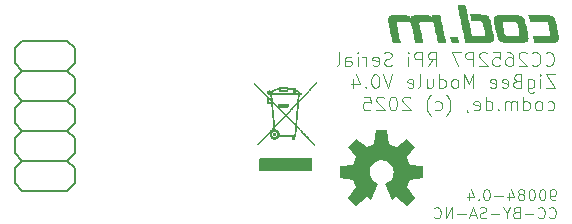
<source format=gbr>
G04 #@! TF.GenerationSoftware,KiCad,Pcbnew,9.0.1*
G04 #@! TF.CreationDate,2025-11-05T13:06:52+03:00*
G04 #@! TF.ProjectId,rpi-cc2652p-uart,7270692d-6363-4323-9635-32702d756172,rev?*
G04 #@! TF.SameCoordinates,Original*
G04 #@! TF.FileFunction,Legend,Bot*
G04 #@! TF.FilePolarity,Positive*
%FSLAX46Y46*%
G04 Gerber Fmt 4.6, Leading zero omitted, Abs format (unit mm)*
G04 Created by KiCad (PCBNEW 9.0.1) date 2025-11-05 13:06:52*
%MOMM*%
%LPD*%
G01*
G04 APERTURE LIST*
%ADD10C,0.101600*%
%ADD11C,0.081280*%
%ADD12C,0.000000*%
%ADD13C,0.152400*%
G04 APERTURE END LIST*
D10*
X170088410Y-100631931D02*
X170144048Y-100687570D01*
X170144048Y-100687570D02*
X170310962Y-100743208D01*
X170310962Y-100743208D02*
X170422238Y-100743208D01*
X170422238Y-100743208D02*
X170589153Y-100687570D01*
X170589153Y-100687570D02*
X170700429Y-100576293D01*
X170700429Y-100576293D02*
X170756067Y-100465017D01*
X170756067Y-100465017D02*
X170811705Y-100242465D01*
X170811705Y-100242465D02*
X170811705Y-100075550D01*
X170811705Y-100075550D02*
X170756067Y-99852998D01*
X170756067Y-99852998D02*
X170700429Y-99741722D01*
X170700429Y-99741722D02*
X170589153Y-99630446D01*
X170589153Y-99630446D02*
X170422238Y-99574808D01*
X170422238Y-99574808D02*
X170310962Y-99574808D01*
X170310962Y-99574808D02*
X170144048Y-99630446D01*
X170144048Y-99630446D02*
X170088410Y-99686084D01*
X168920010Y-100631931D02*
X168975648Y-100687570D01*
X168975648Y-100687570D02*
X169142562Y-100743208D01*
X169142562Y-100743208D02*
X169253838Y-100743208D01*
X169253838Y-100743208D02*
X169420753Y-100687570D01*
X169420753Y-100687570D02*
X169532029Y-100576293D01*
X169532029Y-100576293D02*
X169587667Y-100465017D01*
X169587667Y-100465017D02*
X169643305Y-100242465D01*
X169643305Y-100242465D02*
X169643305Y-100075550D01*
X169643305Y-100075550D02*
X169587667Y-99852998D01*
X169587667Y-99852998D02*
X169532029Y-99741722D01*
X169532029Y-99741722D02*
X169420753Y-99630446D01*
X169420753Y-99630446D02*
X169253838Y-99574808D01*
X169253838Y-99574808D02*
X169142562Y-99574808D01*
X169142562Y-99574808D02*
X168975648Y-99630446D01*
X168975648Y-99630446D02*
X168920010Y-99686084D01*
X168474905Y-99686084D02*
X168419267Y-99630446D01*
X168419267Y-99630446D02*
X168307991Y-99574808D01*
X168307991Y-99574808D02*
X168029800Y-99574808D01*
X168029800Y-99574808D02*
X167918524Y-99630446D01*
X167918524Y-99630446D02*
X167862886Y-99686084D01*
X167862886Y-99686084D02*
X167807248Y-99797360D01*
X167807248Y-99797360D02*
X167807248Y-99908636D01*
X167807248Y-99908636D02*
X167862886Y-100075550D01*
X167862886Y-100075550D02*
X168530543Y-100743208D01*
X168530543Y-100743208D02*
X167807248Y-100743208D01*
X166805762Y-99574808D02*
X167028315Y-99574808D01*
X167028315Y-99574808D02*
X167139591Y-99630446D01*
X167139591Y-99630446D02*
X167195229Y-99686084D01*
X167195229Y-99686084D02*
X167306505Y-99852998D01*
X167306505Y-99852998D02*
X167362143Y-100075550D01*
X167362143Y-100075550D02*
X167362143Y-100520655D01*
X167362143Y-100520655D02*
X167306505Y-100631931D01*
X167306505Y-100631931D02*
X167250867Y-100687570D01*
X167250867Y-100687570D02*
X167139591Y-100743208D01*
X167139591Y-100743208D02*
X166917038Y-100743208D01*
X166917038Y-100743208D02*
X166805762Y-100687570D01*
X166805762Y-100687570D02*
X166750124Y-100631931D01*
X166750124Y-100631931D02*
X166694486Y-100520655D01*
X166694486Y-100520655D02*
X166694486Y-100242465D01*
X166694486Y-100242465D02*
X166750124Y-100131189D01*
X166750124Y-100131189D02*
X166805762Y-100075550D01*
X166805762Y-100075550D02*
X166917038Y-100019912D01*
X166917038Y-100019912D02*
X167139591Y-100019912D01*
X167139591Y-100019912D02*
X167250867Y-100075550D01*
X167250867Y-100075550D02*
X167306505Y-100131189D01*
X167306505Y-100131189D02*
X167362143Y-100242465D01*
X165637362Y-99574808D02*
X166193743Y-99574808D01*
X166193743Y-99574808D02*
X166249381Y-100131189D01*
X166249381Y-100131189D02*
X166193743Y-100075550D01*
X166193743Y-100075550D02*
X166082467Y-100019912D01*
X166082467Y-100019912D02*
X165804276Y-100019912D01*
X165804276Y-100019912D02*
X165693000Y-100075550D01*
X165693000Y-100075550D02*
X165637362Y-100131189D01*
X165637362Y-100131189D02*
X165581724Y-100242465D01*
X165581724Y-100242465D02*
X165581724Y-100520655D01*
X165581724Y-100520655D02*
X165637362Y-100631931D01*
X165637362Y-100631931D02*
X165693000Y-100687570D01*
X165693000Y-100687570D02*
X165804276Y-100743208D01*
X165804276Y-100743208D02*
X166082467Y-100743208D01*
X166082467Y-100743208D02*
X166193743Y-100687570D01*
X166193743Y-100687570D02*
X166249381Y-100631931D01*
X165136619Y-99686084D02*
X165080981Y-99630446D01*
X165080981Y-99630446D02*
X164969705Y-99574808D01*
X164969705Y-99574808D02*
X164691514Y-99574808D01*
X164691514Y-99574808D02*
X164580238Y-99630446D01*
X164580238Y-99630446D02*
X164524600Y-99686084D01*
X164524600Y-99686084D02*
X164468962Y-99797360D01*
X164468962Y-99797360D02*
X164468962Y-99908636D01*
X164468962Y-99908636D02*
X164524600Y-100075550D01*
X164524600Y-100075550D02*
X165192257Y-100743208D01*
X165192257Y-100743208D02*
X164468962Y-100743208D01*
X163968219Y-100743208D02*
X163968219Y-99574808D01*
X163968219Y-99574808D02*
X163523114Y-99574808D01*
X163523114Y-99574808D02*
X163411838Y-99630446D01*
X163411838Y-99630446D02*
X163356200Y-99686084D01*
X163356200Y-99686084D02*
X163300562Y-99797360D01*
X163300562Y-99797360D02*
X163300562Y-99964274D01*
X163300562Y-99964274D02*
X163356200Y-100075550D01*
X163356200Y-100075550D02*
X163411838Y-100131189D01*
X163411838Y-100131189D02*
X163523114Y-100186827D01*
X163523114Y-100186827D02*
X163968219Y-100186827D01*
X162911095Y-99574808D02*
X162132162Y-99574808D01*
X162132162Y-99574808D02*
X162632905Y-100743208D01*
X160129190Y-100743208D02*
X160518657Y-100186827D01*
X160796847Y-100743208D02*
X160796847Y-99574808D01*
X160796847Y-99574808D02*
X160351742Y-99574808D01*
X160351742Y-99574808D02*
X160240466Y-99630446D01*
X160240466Y-99630446D02*
X160184828Y-99686084D01*
X160184828Y-99686084D02*
X160129190Y-99797360D01*
X160129190Y-99797360D02*
X160129190Y-99964274D01*
X160129190Y-99964274D02*
X160184828Y-100075550D01*
X160184828Y-100075550D02*
X160240466Y-100131189D01*
X160240466Y-100131189D02*
X160351742Y-100186827D01*
X160351742Y-100186827D02*
X160796847Y-100186827D01*
X159628447Y-100743208D02*
X159628447Y-99574808D01*
X159628447Y-99574808D02*
X159183342Y-99574808D01*
X159183342Y-99574808D02*
X159072066Y-99630446D01*
X159072066Y-99630446D02*
X159016428Y-99686084D01*
X159016428Y-99686084D02*
X158960790Y-99797360D01*
X158960790Y-99797360D02*
X158960790Y-99964274D01*
X158960790Y-99964274D02*
X159016428Y-100075550D01*
X159016428Y-100075550D02*
X159072066Y-100131189D01*
X159072066Y-100131189D02*
X159183342Y-100186827D01*
X159183342Y-100186827D02*
X159628447Y-100186827D01*
X158460047Y-100743208D02*
X158460047Y-99964274D01*
X158460047Y-99574808D02*
X158515685Y-99630446D01*
X158515685Y-99630446D02*
X158460047Y-99686084D01*
X158460047Y-99686084D02*
X158404409Y-99630446D01*
X158404409Y-99630446D02*
X158460047Y-99574808D01*
X158460047Y-99574808D02*
X158460047Y-99686084D01*
X157069094Y-100687570D02*
X156902180Y-100743208D01*
X156902180Y-100743208D02*
X156623989Y-100743208D01*
X156623989Y-100743208D02*
X156512713Y-100687570D01*
X156512713Y-100687570D02*
X156457075Y-100631931D01*
X156457075Y-100631931D02*
X156401437Y-100520655D01*
X156401437Y-100520655D02*
X156401437Y-100409379D01*
X156401437Y-100409379D02*
X156457075Y-100298103D01*
X156457075Y-100298103D02*
X156512713Y-100242465D01*
X156512713Y-100242465D02*
X156623989Y-100186827D01*
X156623989Y-100186827D02*
X156846542Y-100131189D01*
X156846542Y-100131189D02*
X156957818Y-100075550D01*
X156957818Y-100075550D02*
X157013456Y-100019912D01*
X157013456Y-100019912D02*
X157069094Y-99908636D01*
X157069094Y-99908636D02*
X157069094Y-99797360D01*
X157069094Y-99797360D02*
X157013456Y-99686084D01*
X157013456Y-99686084D02*
X156957818Y-99630446D01*
X156957818Y-99630446D02*
X156846542Y-99574808D01*
X156846542Y-99574808D02*
X156568351Y-99574808D01*
X156568351Y-99574808D02*
X156401437Y-99630446D01*
X155455589Y-100687570D02*
X155566865Y-100743208D01*
X155566865Y-100743208D02*
X155789418Y-100743208D01*
X155789418Y-100743208D02*
X155900694Y-100687570D01*
X155900694Y-100687570D02*
X155956332Y-100576293D01*
X155956332Y-100576293D02*
X155956332Y-100131189D01*
X155956332Y-100131189D02*
X155900694Y-100019912D01*
X155900694Y-100019912D02*
X155789418Y-99964274D01*
X155789418Y-99964274D02*
X155566865Y-99964274D01*
X155566865Y-99964274D02*
X155455589Y-100019912D01*
X155455589Y-100019912D02*
X155399951Y-100131189D01*
X155399951Y-100131189D02*
X155399951Y-100242465D01*
X155399951Y-100242465D02*
X155956332Y-100353741D01*
X154899208Y-100743208D02*
X154899208Y-99964274D01*
X154899208Y-100186827D02*
X154843570Y-100075550D01*
X154843570Y-100075550D02*
X154787932Y-100019912D01*
X154787932Y-100019912D02*
X154676656Y-99964274D01*
X154676656Y-99964274D02*
X154565379Y-99964274D01*
X154175913Y-100743208D02*
X154175913Y-99964274D01*
X154175913Y-99574808D02*
X154231551Y-99630446D01*
X154231551Y-99630446D02*
X154175913Y-99686084D01*
X154175913Y-99686084D02*
X154120275Y-99630446D01*
X154120275Y-99630446D02*
X154175913Y-99574808D01*
X154175913Y-99574808D02*
X154175913Y-99686084D01*
X153118789Y-100743208D02*
X153118789Y-100131189D01*
X153118789Y-100131189D02*
X153174427Y-100019912D01*
X153174427Y-100019912D02*
X153285703Y-99964274D01*
X153285703Y-99964274D02*
X153508256Y-99964274D01*
X153508256Y-99964274D02*
X153619532Y-100019912D01*
X153118789Y-100687570D02*
X153230065Y-100743208D01*
X153230065Y-100743208D02*
X153508256Y-100743208D01*
X153508256Y-100743208D02*
X153619532Y-100687570D01*
X153619532Y-100687570D02*
X153675170Y-100576293D01*
X153675170Y-100576293D02*
X153675170Y-100465017D01*
X153675170Y-100465017D02*
X153619532Y-100353741D01*
X153619532Y-100353741D02*
X153508256Y-100298103D01*
X153508256Y-100298103D02*
X153230065Y-100298103D01*
X153230065Y-100298103D02*
X153118789Y-100242465D01*
X152395494Y-100743208D02*
X152506770Y-100687570D01*
X152506770Y-100687570D02*
X152562408Y-100576293D01*
X152562408Y-100576293D02*
X152562408Y-99574808D01*
X170867343Y-101455867D02*
X170088410Y-101455867D01*
X170088410Y-101455867D02*
X170867343Y-102624267D01*
X170867343Y-102624267D02*
X170088410Y-102624267D01*
X169643305Y-102624267D02*
X169643305Y-101845333D01*
X169643305Y-101455867D02*
X169698943Y-101511505D01*
X169698943Y-101511505D02*
X169643305Y-101567143D01*
X169643305Y-101567143D02*
X169587667Y-101511505D01*
X169587667Y-101511505D02*
X169643305Y-101455867D01*
X169643305Y-101455867D02*
X169643305Y-101567143D01*
X168586181Y-101845333D02*
X168586181Y-102791181D01*
X168586181Y-102791181D02*
X168641819Y-102902457D01*
X168641819Y-102902457D02*
X168697457Y-102958095D01*
X168697457Y-102958095D02*
X168808734Y-103013733D01*
X168808734Y-103013733D02*
X168975648Y-103013733D01*
X168975648Y-103013733D02*
X169086924Y-102958095D01*
X168586181Y-102568629D02*
X168697457Y-102624267D01*
X168697457Y-102624267D02*
X168920010Y-102624267D01*
X168920010Y-102624267D02*
X169031286Y-102568629D01*
X169031286Y-102568629D02*
X169086924Y-102512990D01*
X169086924Y-102512990D02*
X169142562Y-102401714D01*
X169142562Y-102401714D02*
X169142562Y-102067886D01*
X169142562Y-102067886D02*
X169086924Y-101956609D01*
X169086924Y-101956609D02*
X169031286Y-101900971D01*
X169031286Y-101900971D02*
X168920010Y-101845333D01*
X168920010Y-101845333D02*
X168697457Y-101845333D01*
X168697457Y-101845333D02*
X168586181Y-101900971D01*
X167640333Y-102012248D02*
X167473419Y-102067886D01*
X167473419Y-102067886D02*
X167417781Y-102123524D01*
X167417781Y-102123524D02*
X167362143Y-102234800D01*
X167362143Y-102234800D02*
X167362143Y-102401714D01*
X167362143Y-102401714D02*
X167417781Y-102512990D01*
X167417781Y-102512990D02*
X167473419Y-102568629D01*
X167473419Y-102568629D02*
X167584695Y-102624267D01*
X167584695Y-102624267D02*
X168029800Y-102624267D01*
X168029800Y-102624267D02*
X168029800Y-101455867D01*
X168029800Y-101455867D02*
X167640333Y-101455867D01*
X167640333Y-101455867D02*
X167529057Y-101511505D01*
X167529057Y-101511505D02*
X167473419Y-101567143D01*
X167473419Y-101567143D02*
X167417781Y-101678419D01*
X167417781Y-101678419D02*
X167417781Y-101789695D01*
X167417781Y-101789695D02*
X167473419Y-101900971D01*
X167473419Y-101900971D02*
X167529057Y-101956609D01*
X167529057Y-101956609D02*
X167640333Y-102012248D01*
X167640333Y-102012248D02*
X168029800Y-102012248D01*
X166416295Y-102568629D02*
X166527571Y-102624267D01*
X166527571Y-102624267D02*
X166750124Y-102624267D01*
X166750124Y-102624267D02*
X166861400Y-102568629D01*
X166861400Y-102568629D02*
X166917038Y-102457352D01*
X166917038Y-102457352D02*
X166917038Y-102012248D01*
X166917038Y-102012248D02*
X166861400Y-101900971D01*
X166861400Y-101900971D02*
X166750124Y-101845333D01*
X166750124Y-101845333D02*
X166527571Y-101845333D01*
X166527571Y-101845333D02*
X166416295Y-101900971D01*
X166416295Y-101900971D02*
X166360657Y-102012248D01*
X166360657Y-102012248D02*
X166360657Y-102123524D01*
X166360657Y-102123524D02*
X166917038Y-102234800D01*
X165414809Y-102568629D02*
X165526085Y-102624267D01*
X165526085Y-102624267D02*
X165748638Y-102624267D01*
X165748638Y-102624267D02*
X165859914Y-102568629D01*
X165859914Y-102568629D02*
X165915552Y-102457352D01*
X165915552Y-102457352D02*
X165915552Y-102012248D01*
X165915552Y-102012248D02*
X165859914Y-101900971D01*
X165859914Y-101900971D02*
X165748638Y-101845333D01*
X165748638Y-101845333D02*
X165526085Y-101845333D01*
X165526085Y-101845333D02*
X165414809Y-101900971D01*
X165414809Y-101900971D02*
X165359171Y-102012248D01*
X165359171Y-102012248D02*
X165359171Y-102123524D01*
X165359171Y-102123524D02*
X165915552Y-102234800D01*
X163968218Y-102624267D02*
X163968218Y-101455867D01*
X163968218Y-101455867D02*
X163578751Y-102290438D01*
X163578751Y-102290438D02*
X163189285Y-101455867D01*
X163189285Y-101455867D02*
X163189285Y-102624267D01*
X162465990Y-102624267D02*
X162577266Y-102568629D01*
X162577266Y-102568629D02*
X162632904Y-102512990D01*
X162632904Y-102512990D02*
X162688542Y-102401714D01*
X162688542Y-102401714D02*
X162688542Y-102067886D01*
X162688542Y-102067886D02*
X162632904Y-101956609D01*
X162632904Y-101956609D02*
X162577266Y-101900971D01*
X162577266Y-101900971D02*
X162465990Y-101845333D01*
X162465990Y-101845333D02*
X162299075Y-101845333D01*
X162299075Y-101845333D02*
X162187799Y-101900971D01*
X162187799Y-101900971D02*
X162132161Y-101956609D01*
X162132161Y-101956609D02*
X162076523Y-102067886D01*
X162076523Y-102067886D02*
X162076523Y-102401714D01*
X162076523Y-102401714D02*
X162132161Y-102512990D01*
X162132161Y-102512990D02*
X162187799Y-102568629D01*
X162187799Y-102568629D02*
X162299075Y-102624267D01*
X162299075Y-102624267D02*
X162465990Y-102624267D01*
X161075037Y-102624267D02*
X161075037Y-101455867D01*
X161075037Y-102568629D02*
X161186313Y-102624267D01*
X161186313Y-102624267D02*
X161408866Y-102624267D01*
X161408866Y-102624267D02*
X161520142Y-102568629D01*
X161520142Y-102568629D02*
X161575780Y-102512990D01*
X161575780Y-102512990D02*
X161631418Y-102401714D01*
X161631418Y-102401714D02*
X161631418Y-102067886D01*
X161631418Y-102067886D02*
X161575780Y-101956609D01*
X161575780Y-101956609D02*
X161520142Y-101900971D01*
X161520142Y-101900971D02*
X161408866Y-101845333D01*
X161408866Y-101845333D02*
X161186313Y-101845333D01*
X161186313Y-101845333D02*
X161075037Y-101900971D01*
X160017913Y-101845333D02*
X160017913Y-102624267D01*
X160518656Y-101845333D02*
X160518656Y-102457352D01*
X160518656Y-102457352D02*
X160463018Y-102568629D01*
X160463018Y-102568629D02*
X160351742Y-102624267D01*
X160351742Y-102624267D02*
X160184827Y-102624267D01*
X160184827Y-102624267D02*
X160073551Y-102568629D01*
X160073551Y-102568629D02*
X160017913Y-102512990D01*
X159294618Y-102624267D02*
X159405894Y-102568629D01*
X159405894Y-102568629D02*
X159461532Y-102457352D01*
X159461532Y-102457352D02*
X159461532Y-101455867D01*
X158404408Y-102568629D02*
X158515684Y-102624267D01*
X158515684Y-102624267D02*
X158738237Y-102624267D01*
X158738237Y-102624267D02*
X158849513Y-102568629D01*
X158849513Y-102568629D02*
X158905151Y-102457352D01*
X158905151Y-102457352D02*
X158905151Y-102012248D01*
X158905151Y-102012248D02*
X158849513Y-101900971D01*
X158849513Y-101900971D02*
X158738237Y-101845333D01*
X158738237Y-101845333D02*
X158515684Y-101845333D01*
X158515684Y-101845333D02*
X158404408Y-101900971D01*
X158404408Y-101900971D02*
X158348770Y-102012248D01*
X158348770Y-102012248D02*
X158348770Y-102123524D01*
X158348770Y-102123524D02*
X158905151Y-102234800D01*
X157124731Y-101455867D02*
X156735265Y-102624267D01*
X156735265Y-102624267D02*
X156345798Y-101455867D01*
X155733779Y-101455867D02*
X155622502Y-101455867D01*
X155622502Y-101455867D02*
X155511226Y-101511505D01*
X155511226Y-101511505D02*
X155455588Y-101567143D01*
X155455588Y-101567143D02*
X155399950Y-101678419D01*
X155399950Y-101678419D02*
X155344312Y-101900971D01*
X155344312Y-101900971D02*
X155344312Y-102179162D01*
X155344312Y-102179162D02*
X155399950Y-102401714D01*
X155399950Y-102401714D02*
X155455588Y-102512990D01*
X155455588Y-102512990D02*
X155511226Y-102568629D01*
X155511226Y-102568629D02*
X155622502Y-102624267D01*
X155622502Y-102624267D02*
X155733779Y-102624267D01*
X155733779Y-102624267D02*
X155845055Y-102568629D01*
X155845055Y-102568629D02*
X155900693Y-102512990D01*
X155900693Y-102512990D02*
X155956331Y-102401714D01*
X155956331Y-102401714D02*
X156011969Y-102179162D01*
X156011969Y-102179162D02*
X156011969Y-101900971D01*
X156011969Y-101900971D02*
X155956331Y-101678419D01*
X155956331Y-101678419D02*
X155900693Y-101567143D01*
X155900693Y-101567143D02*
X155845055Y-101511505D01*
X155845055Y-101511505D02*
X155733779Y-101455867D01*
X154843569Y-102512990D02*
X154787931Y-102568629D01*
X154787931Y-102568629D02*
X154843569Y-102624267D01*
X154843569Y-102624267D02*
X154899207Y-102568629D01*
X154899207Y-102568629D02*
X154843569Y-102512990D01*
X154843569Y-102512990D02*
X154843569Y-102624267D01*
X153786445Y-101845333D02*
X153786445Y-102624267D01*
X154064636Y-101400229D02*
X154342826Y-102234800D01*
X154342826Y-102234800D02*
X153619531Y-102234800D01*
X170255324Y-104449688D02*
X170366600Y-104505326D01*
X170366600Y-104505326D02*
X170589153Y-104505326D01*
X170589153Y-104505326D02*
X170700429Y-104449688D01*
X170700429Y-104449688D02*
X170756067Y-104394049D01*
X170756067Y-104394049D02*
X170811705Y-104282773D01*
X170811705Y-104282773D02*
X170811705Y-103948945D01*
X170811705Y-103948945D02*
X170756067Y-103837668D01*
X170756067Y-103837668D02*
X170700429Y-103782030D01*
X170700429Y-103782030D02*
X170589153Y-103726392D01*
X170589153Y-103726392D02*
X170366600Y-103726392D01*
X170366600Y-103726392D02*
X170255324Y-103782030D01*
X169587667Y-104505326D02*
X169698943Y-104449688D01*
X169698943Y-104449688D02*
X169754581Y-104394049D01*
X169754581Y-104394049D02*
X169810219Y-104282773D01*
X169810219Y-104282773D02*
X169810219Y-103948945D01*
X169810219Y-103948945D02*
X169754581Y-103837668D01*
X169754581Y-103837668D02*
X169698943Y-103782030D01*
X169698943Y-103782030D02*
X169587667Y-103726392D01*
X169587667Y-103726392D02*
X169420752Y-103726392D01*
X169420752Y-103726392D02*
X169309476Y-103782030D01*
X169309476Y-103782030D02*
X169253838Y-103837668D01*
X169253838Y-103837668D02*
X169198200Y-103948945D01*
X169198200Y-103948945D02*
X169198200Y-104282773D01*
X169198200Y-104282773D02*
X169253838Y-104394049D01*
X169253838Y-104394049D02*
X169309476Y-104449688D01*
X169309476Y-104449688D02*
X169420752Y-104505326D01*
X169420752Y-104505326D02*
X169587667Y-104505326D01*
X168196714Y-104505326D02*
X168196714Y-103336926D01*
X168196714Y-104449688D02*
X168307990Y-104505326D01*
X168307990Y-104505326D02*
X168530543Y-104505326D01*
X168530543Y-104505326D02*
X168641819Y-104449688D01*
X168641819Y-104449688D02*
X168697457Y-104394049D01*
X168697457Y-104394049D02*
X168753095Y-104282773D01*
X168753095Y-104282773D02*
X168753095Y-103948945D01*
X168753095Y-103948945D02*
X168697457Y-103837668D01*
X168697457Y-103837668D02*
X168641819Y-103782030D01*
X168641819Y-103782030D02*
X168530543Y-103726392D01*
X168530543Y-103726392D02*
X168307990Y-103726392D01*
X168307990Y-103726392D02*
X168196714Y-103782030D01*
X167640333Y-104505326D02*
X167640333Y-103726392D01*
X167640333Y-103837668D02*
X167584695Y-103782030D01*
X167584695Y-103782030D02*
X167473419Y-103726392D01*
X167473419Y-103726392D02*
X167306504Y-103726392D01*
X167306504Y-103726392D02*
X167195228Y-103782030D01*
X167195228Y-103782030D02*
X167139590Y-103893307D01*
X167139590Y-103893307D02*
X167139590Y-104505326D01*
X167139590Y-103893307D02*
X167083952Y-103782030D01*
X167083952Y-103782030D02*
X166972676Y-103726392D01*
X166972676Y-103726392D02*
X166805762Y-103726392D01*
X166805762Y-103726392D02*
X166694485Y-103782030D01*
X166694485Y-103782030D02*
X166638847Y-103893307D01*
X166638847Y-103893307D02*
X166638847Y-104505326D01*
X166082466Y-104394049D02*
X166026828Y-104449688D01*
X166026828Y-104449688D02*
X166082466Y-104505326D01*
X166082466Y-104505326D02*
X166138104Y-104449688D01*
X166138104Y-104449688D02*
X166082466Y-104394049D01*
X166082466Y-104394049D02*
X166082466Y-104505326D01*
X165025342Y-104505326D02*
X165025342Y-103336926D01*
X165025342Y-104449688D02*
X165136618Y-104505326D01*
X165136618Y-104505326D02*
X165359171Y-104505326D01*
X165359171Y-104505326D02*
X165470447Y-104449688D01*
X165470447Y-104449688D02*
X165526085Y-104394049D01*
X165526085Y-104394049D02*
X165581723Y-104282773D01*
X165581723Y-104282773D02*
X165581723Y-103948945D01*
X165581723Y-103948945D02*
X165526085Y-103837668D01*
X165526085Y-103837668D02*
X165470447Y-103782030D01*
X165470447Y-103782030D02*
X165359171Y-103726392D01*
X165359171Y-103726392D02*
X165136618Y-103726392D01*
X165136618Y-103726392D02*
X165025342Y-103782030D01*
X164023856Y-104449688D02*
X164135132Y-104505326D01*
X164135132Y-104505326D02*
X164357685Y-104505326D01*
X164357685Y-104505326D02*
X164468961Y-104449688D01*
X164468961Y-104449688D02*
X164524599Y-104338411D01*
X164524599Y-104338411D02*
X164524599Y-103893307D01*
X164524599Y-103893307D02*
X164468961Y-103782030D01*
X164468961Y-103782030D02*
X164357685Y-103726392D01*
X164357685Y-103726392D02*
X164135132Y-103726392D01*
X164135132Y-103726392D02*
X164023856Y-103782030D01*
X164023856Y-103782030D02*
X163968218Y-103893307D01*
X163968218Y-103893307D02*
X163968218Y-104004583D01*
X163968218Y-104004583D02*
X164524599Y-104115859D01*
X163411837Y-104449688D02*
X163411837Y-104505326D01*
X163411837Y-104505326D02*
X163467475Y-104616602D01*
X163467475Y-104616602D02*
X163523113Y-104672240D01*
X161687055Y-104950430D02*
X161742694Y-104894792D01*
X161742694Y-104894792D02*
X161853970Y-104727878D01*
X161853970Y-104727878D02*
X161909608Y-104616602D01*
X161909608Y-104616602D02*
X161965246Y-104449688D01*
X161965246Y-104449688D02*
X162020884Y-104171497D01*
X162020884Y-104171497D02*
X162020884Y-103948945D01*
X162020884Y-103948945D02*
X161965246Y-103670754D01*
X161965246Y-103670754D02*
X161909608Y-103503840D01*
X161909608Y-103503840D02*
X161853970Y-103392564D01*
X161853970Y-103392564D02*
X161742694Y-103225649D01*
X161742694Y-103225649D02*
X161687055Y-103170011D01*
X160741208Y-104449688D02*
X160852484Y-104505326D01*
X160852484Y-104505326D02*
X161075037Y-104505326D01*
X161075037Y-104505326D02*
X161186313Y-104449688D01*
X161186313Y-104449688D02*
X161241951Y-104394049D01*
X161241951Y-104394049D02*
X161297589Y-104282773D01*
X161297589Y-104282773D02*
X161297589Y-103948945D01*
X161297589Y-103948945D02*
X161241951Y-103837668D01*
X161241951Y-103837668D02*
X161186313Y-103782030D01*
X161186313Y-103782030D02*
X161075037Y-103726392D01*
X161075037Y-103726392D02*
X160852484Y-103726392D01*
X160852484Y-103726392D02*
X160741208Y-103782030D01*
X160351741Y-104950430D02*
X160296103Y-104894792D01*
X160296103Y-104894792D02*
X160184827Y-104727878D01*
X160184827Y-104727878D02*
X160129189Y-104616602D01*
X160129189Y-104616602D02*
X160073551Y-104449688D01*
X160073551Y-104449688D02*
X160017913Y-104171497D01*
X160017913Y-104171497D02*
X160017913Y-103948945D01*
X160017913Y-103948945D02*
X160073551Y-103670754D01*
X160073551Y-103670754D02*
X160129189Y-103503840D01*
X160129189Y-103503840D02*
X160184827Y-103392564D01*
X160184827Y-103392564D02*
X160296103Y-103225649D01*
X160296103Y-103225649D02*
X160351741Y-103170011D01*
X158626960Y-103448202D02*
X158571322Y-103392564D01*
X158571322Y-103392564D02*
X158460046Y-103336926D01*
X158460046Y-103336926D02*
X158181855Y-103336926D01*
X158181855Y-103336926D02*
X158070579Y-103392564D01*
X158070579Y-103392564D02*
X158014941Y-103448202D01*
X158014941Y-103448202D02*
X157959303Y-103559478D01*
X157959303Y-103559478D02*
X157959303Y-103670754D01*
X157959303Y-103670754D02*
X158014941Y-103837668D01*
X158014941Y-103837668D02*
X158682598Y-104505326D01*
X158682598Y-104505326D02*
X157959303Y-104505326D01*
X157236008Y-103336926D02*
X157124731Y-103336926D01*
X157124731Y-103336926D02*
X157013455Y-103392564D01*
X157013455Y-103392564D02*
X156957817Y-103448202D01*
X156957817Y-103448202D02*
X156902179Y-103559478D01*
X156902179Y-103559478D02*
X156846541Y-103782030D01*
X156846541Y-103782030D02*
X156846541Y-104060221D01*
X156846541Y-104060221D02*
X156902179Y-104282773D01*
X156902179Y-104282773D02*
X156957817Y-104394049D01*
X156957817Y-104394049D02*
X157013455Y-104449688D01*
X157013455Y-104449688D02*
X157124731Y-104505326D01*
X157124731Y-104505326D02*
X157236008Y-104505326D01*
X157236008Y-104505326D02*
X157347284Y-104449688D01*
X157347284Y-104449688D02*
X157402922Y-104394049D01*
X157402922Y-104394049D02*
X157458560Y-104282773D01*
X157458560Y-104282773D02*
X157514198Y-104060221D01*
X157514198Y-104060221D02*
X157514198Y-103782030D01*
X157514198Y-103782030D02*
X157458560Y-103559478D01*
X157458560Y-103559478D02*
X157402922Y-103448202D01*
X157402922Y-103448202D02*
X157347284Y-103392564D01*
X157347284Y-103392564D02*
X157236008Y-103336926D01*
X156401436Y-103448202D02*
X156345798Y-103392564D01*
X156345798Y-103392564D02*
X156234522Y-103336926D01*
X156234522Y-103336926D02*
X155956331Y-103336926D01*
X155956331Y-103336926D02*
X155845055Y-103392564D01*
X155845055Y-103392564D02*
X155789417Y-103448202D01*
X155789417Y-103448202D02*
X155733779Y-103559478D01*
X155733779Y-103559478D02*
X155733779Y-103670754D01*
X155733779Y-103670754D02*
X155789417Y-103837668D01*
X155789417Y-103837668D02*
X156457074Y-104505326D01*
X156457074Y-104505326D02*
X155733779Y-104505326D01*
X154676655Y-103336926D02*
X155233036Y-103336926D01*
X155233036Y-103336926D02*
X155288674Y-103893307D01*
X155288674Y-103893307D02*
X155233036Y-103837668D01*
X155233036Y-103837668D02*
X155121760Y-103782030D01*
X155121760Y-103782030D02*
X154843569Y-103782030D01*
X154843569Y-103782030D02*
X154732293Y-103837668D01*
X154732293Y-103837668D02*
X154676655Y-103893307D01*
X154676655Y-103893307D02*
X154621017Y-104004583D01*
X154621017Y-104004583D02*
X154621017Y-104282773D01*
X154621017Y-104282773D02*
X154676655Y-104394049D01*
X154676655Y-104394049D02*
X154732293Y-104449688D01*
X154732293Y-104449688D02*
X154843569Y-104505326D01*
X154843569Y-104505326D02*
X155121760Y-104505326D01*
X155121760Y-104505326D02*
X155233036Y-104449688D01*
X155233036Y-104449688D02*
X155288674Y-104394049D01*
D11*
X170880564Y-112130134D02*
X170702522Y-112130134D01*
X170702522Y-112130134D02*
X170613501Y-112085624D01*
X170613501Y-112085624D02*
X170568990Y-112041113D01*
X170568990Y-112041113D02*
X170479969Y-111907582D01*
X170479969Y-111907582D02*
X170435459Y-111729540D01*
X170435459Y-111729540D02*
X170435459Y-111373456D01*
X170435459Y-111373456D02*
X170479969Y-111284435D01*
X170479969Y-111284435D02*
X170524480Y-111239924D01*
X170524480Y-111239924D02*
X170613501Y-111195414D01*
X170613501Y-111195414D02*
X170791543Y-111195414D01*
X170791543Y-111195414D02*
X170880564Y-111239924D01*
X170880564Y-111239924D02*
X170925074Y-111284435D01*
X170925074Y-111284435D02*
X170969585Y-111373456D01*
X170969585Y-111373456D02*
X170969585Y-111596008D01*
X170969585Y-111596008D02*
X170925074Y-111685029D01*
X170925074Y-111685029D02*
X170880564Y-111729540D01*
X170880564Y-111729540D02*
X170791543Y-111774050D01*
X170791543Y-111774050D02*
X170613501Y-111774050D01*
X170613501Y-111774050D02*
X170524480Y-111729540D01*
X170524480Y-111729540D02*
X170479969Y-111685029D01*
X170479969Y-111685029D02*
X170435459Y-111596008D01*
X169856822Y-111195414D02*
X169767801Y-111195414D01*
X169767801Y-111195414D02*
X169678780Y-111239924D01*
X169678780Y-111239924D02*
X169634270Y-111284435D01*
X169634270Y-111284435D02*
X169589759Y-111373456D01*
X169589759Y-111373456D02*
X169545249Y-111551498D01*
X169545249Y-111551498D02*
X169545249Y-111774050D01*
X169545249Y-111774050D02*
X169589759Y-111952092D01*
X169589759Y-111952092D02*
X169634270Y-112041113D01*
X169634270Y-112041113D02*
X169678780Y-112085624D01*
X169678780Y-112085624D02*
X169767801Y-112130134D01*
X169767801Y-112130134D02*
X169856822Y-112130134D01*
X169856822Y-112130134D02*
X169945843Y-112085624D01*
X169945843Y-112085624D02*
X169990354Y-112041113D01*
X169990354Y-112041113D02*
X170034864Y-111952092D01*
X170034864Y-111952092D02*
X170079375Y-111774050D01*
X170079375Y-111774050D02*
X170079375Y-111551498D01*
X170079375Y-111551498D02*
X170034864Y-111373456D01*
X170034864Y-111373456D02*
X169990354Y-111284435D01*
X169990354Y-111284435D02*
X169945843Y-111239924D01*
X169945843Y-111239924D02*
X169856822Y-111195414D01*
X168966612Y-111195414D02*
X168877591Y-111195414D01*
X168877591Y-111195414D02*
X168788570Y-111239924D01*
X168788570Y-111239924D02*
X168744060Y-111284435D01*
X168744060Y-111284435D02*
X168699549Y-111373456D01*
X168699549Y-111373456D02*
X168655039Y-111551498D01*
X168655039Y-111551498D02*
X168655039Y-111774050D01*
X168655039Y-111774050D02*
X168699549Y-111952092D01*
X168699549Y-111952092D02*
X168744060Y-112041113D01*
X168744060Y-112041113D02*
X168788570Y-112085624D01*
X168788570Y-112085624D02*
X168877591Y-112130134D01*
X168877591Y-112130134D02*
X168966612Y-112130134D01*
X168966612Y-112130134D02*
X169055633Y-112085624D01*
X169055633Y-112085624D02*
X169100144Y-112041113D01*
X169100144Y-112041113D02*
X169144654Y-111952092D01*
X169144654Y-111952092D02*
X169189165Y-111774050D01*
X169189165Y-111774050D02*
X169189165Y-111551498D01*
X169189165Y-111551498D02*
X169144654Y-111373456D01*
X169144654Y-111373456D02*
X169100144Y-111284435D01*
X169100144Y-111284435D02*
X169055633Y-111239924D01*
X169055633Y-111239924D02*
X168966612Y-111195414D01*
X168120913Y-111596008D02*
X168209934Y-111551498D01*
X168209934Y-111551498D02*
X168254444Y-111506987D01*
X168254444Y-111506987D02*
X168298955Y-111417966D01*
X168298955Y-111417966D02*
X168298955Y-111373456D01*
X168298955Y-111373456D02*
X168254444Y-111284435D01*
X168254444Y-111284435D02*
X168209934Y-111239924D01*
X168209934Y-111239924D02*
X168120913Y-111195414D01*
X168120913Y-111195414D02*
X167942871Y-111195414D01*
X167942871Y-111195414D02*
X167853850Y-111239924D01*
X167853850Y-111239924D02*
X167809339Y-111284435D01*
X167809339Y-111284435D02*
X167764829Y-111373456D01*
X167764829Y-111373456D02*
X167764829Y-111417966D01*
X167764829Y-111417966D02*
X167809339Y-111506987D01*
X167809339Y-111506987D02*
X167853850Y-111551498D01*
X167853850Y-111551498D02*
X167942871Y-111596008D01*
X167942871Y-111596008D02*
X168120913Y-111596008D01*
X168120913Y-111596008D02*
X168209934Y-111640519D01*
X168209934Y-111640519D02*
X168254444Y-111685029D01*
X168254444Y-111685029D02*
X168298955Y-111774050D01*
X168298955Y-111774050D02*
X168298955Y-111952092D01*
X168298955Y-111952092D02*
X168254444Y-112041113D01*
X168254444Y-112041113D02*
X168209934Y-112085624D01*
X168209934Y-112085624D02*
X168120913Y-112130134D01*
X168120913Y-112130134D02*
X167942871Y-112130134D01*
X167942871Y-112130134D02*
X167853850Y-112085624D01*
X167853850Y-112085624D02*
X167809339Y-112041113D01*
X167809339Y-112041113D02*
X167764829Y-111952092D01*
X167764829Y-111952092D02*
X167764829Y-111774050D01*
X167764829Y-111774050D02*
X167809339Y-111685029D01*
X167809339Y-111685029D02*
X167853850Y-111640519D01*
X167853850Y-111640519D02*
X167942871Y-111596008D01*
X166963640Y-111506987D02*
X166963640Y-112130134D01*
X167186192Y-111150904D02*
X167408745Y-111818561D01*
X167408745Y-111818561D02*
X166830108Y-111818561D01*
X166474024Y-111774050D02*
X165761857Y-111774050D01*
X165138710Y-111195414D02*
X165049689Y-111195414D01*
X165049689Y-111195414D02*
X164960668Y-111239924D01*
X164960668Y-111239924D02*
X164916158Y-111284435D01*
X164916158Y-111284435D02*
X164871647Y-111373456D01*
X164871647Y-111373456D02*
X164827137Y-111551498D01*
X164827137Y-111551498D02*
X164827137Y-111774050D01*
X164827137Y-111774050D02*
X164871647Y-111952092D01*
X164871647Y-111952092D02*
X164916158Y-112041113D01*
X164916158Y-112041113D02*
X164960668Y-112085624D01*
X164960668Y-112085624D02*
X165049689Y-112130134D01*
X165049689Y-112130134D02*
X165138710Y-112130134D01*
X165138710Y-112130134D02*
X165227731Y-112085624D01*
X165227731Y-112085624D02*
X165272242Y-112041113D01*
X165272242Y-112041113D02*
X165316752Y-111952092D01*
X165316752Y-111952092D02*
X165361263Y-111774050D01*
X165361263Y-111774050D02*
X165361263Y-111551498D01*
X165361263Y-111551498D02*
X165316752Y-111373456D01*
X165316752Y-111373456D02*
X165272242Y-111284435D01*
X165272242Y-111284435D02*
X165227731Y-111239924D01*
X165227731Y-111239924D02*
X165138710Y-111195414D01*
X164426542Y-112041113D02*
X164382032Y-112085624D01*
X164382032Y-112085624D02*
X164426542Y-112130134D01*
X164426542Y-112130134D02*
X164471053Y-112085624D01*
X164471053Y-112085624D02*
X164426542Y-112041113D01*
X164426542Y-112041113D02*
X164426542Y-112130134D01*
X163580843Y-111506987D02*
X163580843Y-112130134D01*
X163803395Y-111150904D02*
X164025948Y-111818561D01*
X164025948Y-111818561D02*
X163447311Y-111818561D01*
X170390948Y-113545960D02*
X170435459Y-113590471D01*
X170435459Y-113590471D02*
X170568990Y-113634981D01*
X170568990Y-113634981D02*
X170658011Y-113634981D01*
X170658011Y-113634981D02*
X170791543Y-113590471D01*
X170791543Y-113590471D02*
X170880564Y-113501450D01*
X170880564Y-113501450D02*
X170925074Y-113412429D01*
X170925074Y-113412429D02*
X170969585Y-113234387D01*
X170969585Y-113234387D02*
X170969585Y-113100855D01*
X170969585Y-113100855D02*
X170925074Y-112922813D01*
X170925074Y-112922813D02*
X170880564Y-112833792D01*
X170880564Y-112833792D02*
X170791543Y-112744771D01*
X170791543Y-112744771D02*
X170658011Y-112700261D01*
X170658011Y-112700261D02*
X170568990Y-112700261D01*
X170568990Y-112700261D02*
X170435459Y-112744771D01*
X170435459Y-112744771D02*
X170390948Y-112789282D01*
X169456228Y-113545960D02*
X169500739Y-113590471D01*
X169500739Y-113590471D02*
X169634270Y-113634981D01*
X169634270Y-113634981D02*
X169723291Y-113634981D01*
X169723291Y-113634981D02*
X169856823Y-113590471D01*
X169856823Y-113590471D02*
X169945844Y-113501450D01*
X169945844Y-113501450D02*
X169990354Y-113412429D01*
X169990354Y-113412429D02*
X170034865Y-113234387D01*
X170034865Y-113234387D02*
X170034865Y-113100855D01*
X170034865Y-113100855D02*
X169990354Y-112922813D01*
X169990354Y-112922813D02*
X169945844Y-112833792D01*
X169945844Y-112833792D02*
X169856823Y-112744771D01*
X169856823Y-112744771D02*
X169723291Y-112700261D01*
X169723291Y-112700261D02*
X169634270Y-112700261D01*
X169634270Y-112700261D02*
X169500739Y-112744771D01*
X169500739Y-112744771D02*
X169456228Y-112789282D01*
X169055634Y-113278897D02*
X168343467Y-113278897D01*
X167586789Y-113145366D02*
X167453257Y-113189876D01*
X167453257Y-113189876D02*
X167408747Y-113234387D01*
X167408747Y-113234387D02*
X167364236Y-113323408D01*
X167364236Y-113323408D02*
X167364236Y-113456939D01*
X167364236Y-113456939D02*
X167408747Y-113545960D01*
X167408747Y-113545960D02*
X167453257Y-113590471D01*
X167453257Y-113590471D02*
X167542278Y-113634981D01*
X167542278Y-113634981D02*
X167898362Y-113634981D01*
X167898362Y-113634981D02*
X167898362Y-112700261D01*
X167898362Y-112700261D02*
X167586789Y-112700261D01*
X167586789Y-112700261D02*
X167497768Y-112744771D01*
X167497768Y-112744771D02*
X167453257Y-112789282D01*
X167453257Y-112789282D02*
X167408747Y-112878303D01*
X167408747Y-112878303D02*
X167408747Y-112967324D01*
X167408747Y-112967324D02*
X167453257Y-113056345D01*
X167453257Y-113056345D02*
X167497768Y-113100855D01*
X167497768Y-113100855D02*
X167586789Y-113145366D01*
X167586789Y-113145366D02*
X167898362Y-113145366D01*
X166785600Y-113189876D02*
X166785600Y-113634981D01*
X167097174Y-112700261D02*
X166785600Y-113189876D01*
X166785600Y-113189876D02*
X166474027Y-112700261D01*
X166162453Y-113278897D02*
X165450286Y-113278897D01*
X165049692Y-113590471D02*
X164916160Y-113634981D01*
X164916160Y-113634981D02*
X164693608Y-113634981D01*
X164693608Y-113634981D02*
X164604587Y-113590471D01*
X164604587Y-113590471D02*
X164560076Y-113545960D01*
X164560076Y-113545960D02*
X164515566Y-113456939D01*
X164515566Y-113456939D02*
X164515566Y-113367918D01*
X164515566Y-113367918D02*
X164560076Y-113278897D01*
X164560076Y-113278897D02*
X164604587Y-113234387D01*
X164604587Y-113234387D02*
X164693608Y-113189876D01*
X164693608Y-113189876D02*
X164871650Y-113145366D01*
X164871650Y-113145366D02*
X164960671Y-113100855D01*
X164960671Y-113100855D02*
X165005181Y-113056345D01*
X165005181Y-113056345D02*
X165049692Y-112967324D01*
X165049692Y-112967324D02*
X165049692Y-112878303D01*
X165049692Y-112878303D02*
X165005181Y-112789282D01*
X165005181Y-112789282D02*
X164960671Y-112744771D01*
X164960671Y-112744771D02*
X164871650Y-112700261D01*
X164871650Y-112700261D02*
X164649097Y-112700261D01*
X164649097Y-112700261D02*
X164515566Y-112744771D01*
X164159482Y-113367918D02*
X163714377Y-113367918D01*
X164248503Y-113634981D02*
X163936929Y-112700261D01*
X163936929Y-112700261D02*
X163625356Y-113634981D01*
X163313782Y-113278897D02*
X162601615Y-113278897D01*
X162156510Y-113634981D02*
X162156510Y-112700261D01*
X162156510Y-112700261D02*
X161622384Y-113634981D01*
X161622384Y-113634981D02*
X161622384Y-112700261D01*
X160643154Y-113545960D02*
X160687665Y-113590471D01*
X160687665Y-113590471D02*
X160821196Y-113634981D01*
X160821196Y-113634981D02*
X160910217Y-113634981D01*
X160910217Y-113634981D02*
X161043749Y-113590471D01*
X161043749Y-113590471D02*
X161132770Y-113501450D01*
X161132770Y-113501450D02*
X161177280Y-113412429D01*
X161177280Y-113412429D02*
X161221791Y-113234387D01*
X161221791Y-113234387D02*
X161221791Y-113100855D01*
X161221791Y-113100855D02*
X161177280Y-112922813D01*
X161177280Y-112922813D02*
X161132770Y-112833792D01*
X161132770Y-112833792D02*
X161043749Y-112744771D01*
X161043749Y-112744771D02*
X160910217Y-112700261D01*
X160910217Y-112700261D02*
X160821196Y-112700261D01*
X160821196Y-112700261D02*
X160687665Y-112744771D01*
X160687665Y-112744771D02*
X160643154Y-112789282D01*
D12*
G36*
X157510500Y-97102600D02*
G01*
X156748500Y-97102600D01*
X156748500Y-97051800D01*
X157510500Y-97051800D01*
X157510500Y-97102600D01*
G37*
G36*
X157510500Y-97153400D02*
G01*
X156799300Y-97153400D01*
X156799300Y-97102600D01*
X157510500Y-97102600D01*
X157510500Y-97153400D01*
G37*
G36*
X157510500Y-97204200D02*
G01*
X156799300Y-97204200D01*
X156799300Y-97153400D01*
X157510500Y-97153400D01*
X157510500Y-97204200D01*
G37*
G36*
X157510500Y-97255000D02*
G01*
X156799300Y-97255000D01*
X156799300Y-97204200D01*
X157510500Y-97204200D01*
X157510500Y-97255000D01*
G37*
G36*
X157510500Y-97305800D02*
G01*
X156799300Y-97305800D01*
X156799300Y-97255000D01*
X157510500Y-97255000D01*
X157510500Y-97305800D01*
G37*
G36*
X157510500Y-97356600D02*
G01*
X156850100Y-97356600D01*
X156850100Y-97305800D01*
X157510500Y-97305800D01*
X157510500Y-97356600D01*
G37*
G36*
X157510500Y-97407400D02*
G01*
X156850100Y-97407400D01*
X156850100Y-97356600D01*
X157510500Y-97356600D01*
X157510500Y-97407400D01*
G37*
G36*
X157510500Y-97458200D02*
G01*
X156850100Y-97458200D01*
X156850100Y-97407400D01*
X157510500Y-97407400D01*
X157510500Y-97458200D01*
G37*
G36*
X157561300Y-97051800D02*
G01*
X156748500Y-97051800D01*
X156748500Y-97001000D01*
X157561300Y-97001000D01*
X157561300Y-97051800D01*
G37*
G36*
X157561300Y-97509000D02*
G01*
X156850100Y-97509000D01*
X156850100Y-97458200D01*
X157561300Y-97458200D01*
X157561300Y-97509000D01*
G37*
G36*
X157561300Y-97559800D02*
G01*
X156850100Y-97559800D01*
X156850100Y-97509000D01*
X157561300Y-97509000D01*
X157561300Y-97559800D01*
G37*
G36*
X157561300Y-97610600D02*
G01*
X156900900Y-97610600D01*
X156900900Y-97559800D01*
X157561300Y-97559800D01*
X157561300Y-97610600D01*
G37*
G36*
X157561300Y-97661400D02*
G01*
X156900900Y-97661400D01*
X156900900Y-97610600D01*
X157561300Y-97610600D01*
X157561300Y-97661400D01*
G37*
G36*
X157561300Y-97712200D02*
G01*
X156900900Y-97712200D01*
X156900900Y-97661400D01*
X157561300Y-97661400D01*
X157561300Y-97712200D01*
G37*
G36*
X157612100Y-97763000D02*
G01*
X156900900Y-97763000D01*
X156900900Y-97712200D01*
X157612100Y-97712200D01*
X157612100Y-97763000D01*
G37*
G36*
X157612100Y-97813800D02*
G01*
X156900900Y-97813800D01*
X156900900Y-97763000D01*
X157612100Y-97763000D01*
X157612100Y-97813800D01*
G37*
G36*
X157612100Y-97864600D02*
G01*
X156951700Y-97864600D01*
X156951700Y-97813800D01*
X157612100Y-97813800D01*
X157612100Y-97864600D01*
G37*
G36*
X157612100Y-97915400D02*
G01*
X156951700Y-97915400D01*
X156951700Y-97864600D01*
X157612100Y-97864600D01*
X157612100Y-97915400D01*
G37*
G36*
X157662900Y-97966200D02*
G01*
X156951700Y-97966200D01*
X156951700Y-97915400D01*
X157662900Y-97915400D01*
X157662900Y-97966200D01*
G37*
G36*
X157662900Y-98017000D02*
G01*
X156951700Y-98017000D01*
X156951700Y-97966200D01*
X157662900Y-97966200D01*
X157662900Y-98017000D01*
G37*
G36*
X157662900Y-98067800D02*
G01*
X157002500Y-98067800D01*
X157002500Y-98017000D01*
X157662900Y-98017000D01*
X157662900Y-98067800D01*
G37*
G36*
X157662900Y-98118600D02*
G01*
X157002500Y-98118600D01*
X157002500Y-98067800D01*
X157662900Y-98067800D01*
X157662900Y-98118600D01*
G37*
G36*
X157662900Y-98169400D02*
G01*
X157002500Y-98169400D01*
X157002500Y-98118600D01*
X157662900Y-98118600D01*
X157662900Y-98169400D01*
G37*
G36*
X157713700Y-98220200D02*
G01*
X157002500Y-98220200D01*
X157002500Y-98169400D01*
X157713700Y-98169400D01*
X157713700Y-98220200D01*
G37*
G36*
X157713700Y-98271000D02*
G01*
X157002500Y-98271000D01*
X157002500Y-98220200D01*
X157713700Y-98220200D01*
X157713700Y-98271000D01*
G37*
G36*
X157713700Y-98321800D02*
G01*
X157053300Y-98321800D01*
X157053300Y-98271000D01*
X157713700Y-98271000D01*
X157713700Y-98321800D01*
G37*
G36*
X157713700Y-98372600D02*
G01*
X157053300Y-98372600D01*
X157053300Y-98321800D01*
X157713700Y-98321800D01*
X157713700Y-98372600D01*
G37*
G36*
X157713700Y-98423400D02*
G01*
X157053300Y-98423400D01*
X157053300Y-98372600D01*
X157713700Y-98372600D01*
X157713700Y-98423400D01*
G37*
G36*
X157764500Y-98474200D02*
G01*
X157053300Y-98474200D01*
X157053300Y-98423400D01*
X157764500Y-98423400D01*
X157764500Y-98474200D01*
G37*
G36*
X157764500Y-98525000D02*
G01*
X157053300Y-98525000D01*
X157053300Y-98474200D01*
X157764500Y-98474200D01*
X157764500Y-98525000D01*
G37*
G36*
X157764500Y-98575800D02*
G01*
X157104100Y-98575800D01*
X157104100Y-98525000D01*
X157764500Y-98525000D01*
X157764500Y-98575800D01*
G37*
G36*
X157764500Y-98626600D02*
G01*
X157104100Y-98626600D01*
X157104100Y-98575800D01*
X157764500Y-98575800D01*
X157764500Y-98626600D01*
G37*
G36*
X157815300Y-98677400D02*
G01*
X157104100Y-98677400D01*
X157104100Y-98626600D01*
X157815300Y-98626600D01*
X157815300Y-98677400D01*
G37*
G36*
X157815300Y-98728200D02*
G01*
X157104100Y-98728200D01*
X157104100Y-98677400D01*
X157815300Y-98677400D01*
X157815300Y-98728200D01*
G37*
G36*
X157815300Y-98779000D02*
G01*
X157154900Y-98779000D01*
X157154900Y-98728200D01*
X157815300Y-98728200D01*
X157815300Y-98779000D01*
G37*
G36*
X158374100Y-96493000D02*
G01*
X157002500Y-96493000D01*
X157002500Y-96442200D01*
X158374100Y-96442200D01*
X158374100Y-96493000D01*
G37*
G36*
X158475700Y-96543800D02*
G01*
X156850100Y-96543800D01*
X156850100Y-96493000D01*
X158475700Y-96493000D01*
X158475700Y-96543800D01*
G37*
G36*
X158577300Y-96594600D02*
G01*
X156799300Y-96594600D01*
X156799300Y-96543800D01*
X158577300Y-96543800D01*
X158577300Y-96594600D01*
G37*
G36*
X158628100Y-96645400D02*
G01*
X156799300Y-96645400D01*
X156799300Y-96594600D01*
X158628100Y-96594600D01*
X158628100Y-96645400D01*
G37*
G36*
X159390100Y-97153400D02*
G01*
X158678900Y-97153400D01*
X158678900Y-97102600D01*
X159390100Y-97102600D01*
X159390100Y-97153400D01*
G37*
G36*
X159390100Y-97204200D02*
G01*
X158678900Y-97204200D01*
X158678900Y-97153400D01*
X159390100Y-97153400D01*
X159390100Y-97204200D01*
G37*
G36*
X159390100Y-97255000D02*
G01*
X158729700Y-97255000D01*
X158729700Y-97204200D01*
X159390100Y-97204200D01*
X159390100Y-97255000D01*
G37*
G36*
X159440900Y-97102600D02*
G01*
X158628100Y-97102600D01*
X158628100Y-97051800D01*
X159440900Y-97051800D01*
X159440900Y-97102600D01*
G37*
G36*
X159440900Y-97305800D02*
G01*
X158729700Y-97305800D01*
X158729700Y-97255000D01*
X159440900Y-97255000D01*
X159440900Y-97305800D01*
G37*
G36*
X159440900Y-97356600D02*
G01*
X158729700Y-97356600D01*
X158729700Y-97305800D01*
X159440900Y-97305800D01*
X159440900Y-97356600D01*
G37*
G36*
X159440900Y-97407400D02*
G01*
X158780500Y-97407400D01*
X158780500Y-97356600D01*
X159440900Y-97356600D01*
X159440900Y-97407400D01*
G37*
G36*
X159440900Y-97458200D02*
G01*
X158780500Y-97458200D01*
X158780500Y-97407400D01*
X159440900Y-97407400D01*
X159440900Y-97458200D01*
G37*
G36*
X159491700Y-97051800D02*
G01*
X158526500Y-97051800D01*
X158526500Y-97001000D01*
X159491700Y-97001000D01*
X159491700Y-97051800D01*
G37*
G36*
X159491700Y-97509000D02*
G01*
X158780500Y-97509000D01*
X158780500Y-97458200D01*
X159491700Y-97458200D01*
X159491700Y-97509000D01*
G37*
G36*
X159491700Y-97559800D02*
G01*
X158780500Y-97559800D01*
X158780500Y-97509000D01*
X159491700Y-97509000D01*
X159491700Y-97559800D01*
G37*
G36*
X159491700Y-97610600D02*
G01*
X158780500Y-97610600D01*
X158780500Y-97559800D01*
X159491700Y-97559800D01*
X159491700Y-97610600D01*
G37*
G36*
X159491700Y-97661400D02*
G01*
X158831300Y-97661400D01*
X158831300Y-97610600D01*
X159491700Y-97610600D01*
X159491700Y-97661400D01*
G37*
G36*
X159491700Y-97712200D02*
G01*
X158831300Y-97712200D01*
X158831300Y-97661400D01*
X159491700Y-97661400D01*
X159491700Y-97712200D01*
G37*
G36*
X159542500Y-97763000D02*
G01*
X158831300Y-97763000D01*
X158831300Y-97712200D01*
X159542500Y-97712200D01*
X159542500Y-97763000D01*
G37*
G36*
X159542500Y-97813800D02*
G01*
X158831300Y-97813800D01*
X158831300Y-97763000D01*
X159542500Y-97763000D01*
X159542500Y-97813800D01*
G37*
G36*
X159542500Y-97864600D02*
G01*
X158831300Y-97864600D01*
X158831300Y-97813800D01*
X159542500Y-97813800D01*
X159542500Y-97864600D01*
G37*
G36*
X159542500Y-97915400D02*
G01*
X158882100Y-97915400D01*
X158882100Y-97864600D01*
X159542500Y-97864600D01*
X159542500Y-97915400D01*
G37*
G36*
X159542500Y-97966200D02*
G01*
X158882100Y-97966200D01*
X158882100Y-97915400D01*
X159542500Y-97915400D01*
X159542500Y-97966200D01*
G37*
G36*
X159593300Y-98017000D02*
G01*
X158882100Y-98017000D01*
X158882100Y-97966200D01*
X159593300Y-97966200D01*
X159593300Y-98017000D01*
G37*
G36*
X159593300Y-98067800D02*
G01*
X158882100Y-98067800D01*
X158882100Y-98017000D01*
X159593300Y-98017000D01*
X159593300Y-98067800D01*
G37*
G36*
X159593300Y-98118600D02*
G01*
X158932900Y-98118600D01*
X158932900Y-98067800D01*
X159593300Y-98067800D01*
X159593300Y-98118600D01*
G37*
G36*
X159593300Y-98169400D02*
G01*
X158932900Y-98169400D01*
X158932900Y-98118600D01*
X159593300Y-98118600D01*
X159593300Y-98169400D01*
G37*
G36*
X159644100Y-98220200D02*
G01*
X158932900Y-98220200D01*
X158932900Y-98169400D01*
X159644100Y-98169400D01*
X159644100Y-98220200D01*
G37*
G36*
X159644100Y-98271000D02*
G01*
X158932900Y-98271000D01*
X158932900Y-98220200D01*
X159644100Y-98220200D01*
X159644100Y-98271000D01*
G37*
G36*
X159644100Y-98321800D02*
G01*
X158932900Y-98321800D01*
X158932900Y-98271000D01*
X159644100Y-98271000D01*
X159644100Y-98321800D01*
G37*
G36*
X159644100Y-98372600D02*
G01*
X158983700Y-98372600D01*
X158983700Y-98321800D01*
X159644100Y-98321800D01*
X159644100Y-98372600D01*
G37*
G36*
X159644100Y-98423400D02*
G01*
X158983700Y-98423400D01*
X158983700Y-98372600D01*
X159644100Y-98372600D01*
X159644100Y-98423400D01*
G37*
G36*
X159694900Y-98474200D02*
G01*
X158983700Y-98474200D01*
X158983700Y-98423400D01*
X159694900Y-98423400D01*
X159694900Y-98474200D01*
G37*
G36*
X159694900Y-98525000D02*
G01*
X158983700Y-98525000D01*
X158983700Y-98474200D01*
X159694900Y-98474200D01*
X159694900Y-98525000D01*
G37*
G36*
X159694900Y-98575800D02*
G01*
X158983700Y-98575800D01*
X158983700Y-98525000D01*
X159694900Y-98525000D01*
X159694900Y-98575800D01*
G37*
G36*
X159694900Y-98626600D02*
G01*
X159034500Y-98626600D01*
X159034500Y-98575800D01*
X159694900Y-98575800D01*
X159694900Y-98626600D01*
G37*
G36*
X159694900Y-98677400D02*
G01*
X159034500Y-98677400D01*
X159034500Y-98626600D01*
X159694900Y-98626600D01*
X159694900Y-98677400D01*
G37*
G36*
X159745700Y-98728200D02*
G01*
X159034500Y-98728200D01*
X159034500Y-98677400D01*
X159745700Y-98677400D01*
X159745700Y-98728200D01*
G37*
G36*
X159745700Y-98779000D02*
G01*
X159034500Y-98779000D01*
X159034500Y-98728200D01*
X159745700Y-98728200D01*
X159745700Y-98779000D01*
G37*
G36*
X160253700Y-96493000D02*
G01*
X158932900Y-96493000D01*
X158932900Y-96442200D01*
X160253700Y-96442200D01*
X160253700Y-96493000D01*
G37*
G36*
X160355300Y-96543800D02*
G01*
X158780500Y-96543800D01*
X158780500Y-96493000D01*
X160355300Y-96493000D01*
X160355300Y-96543800D01*
G37*
G36*
X160406100Y-96594600D02*
G01*
X158729700Y-96594600D01*
X158729700Y-96543800D01*
X160406100Y-96543800D01*
X160406100Y-96594600D01*
G37*
G36*
X160456900Y-96645400D02*
G01*
X158678900Y-96645400D01*
X158678900Y-96594600D01*
X160456900Y-96594600D01*
X160456900Y-96645400D01*
G37*
G36*
X161168100Y-96493000D02*
G01*
X160456900Y-96493000D01*
X160456900Y-96442200D01*
X161168100Y-96442200D01*
X161168100Y-96493000D01*
G37*
G36*
X161168100Y-96543800D02*
G01*
X160507700Y-96543800D01*
X160507700Y-96493000D01*
X161168100Y-96493000D01*
X161168100Y-96543800D01*
G37*
G36*
X161218900Y-96594600D02*
G01*
X160507700Y-96594600D01*
X160507700Y-96543800D01*
X161218900Y-96543800D01*
X161218900Y-96594600D01*
G37*
G36*
X161218900Y-96645400D02*
G01*
X160507700Y-96645400D01*
X160507700Y-96594600D01*
X161218900Y-96594600D01*
X161218900Y-96645400D01*
G37*
G36*
X161218900Y-96696200D02*
G01*
X156748500Y-96696200D01*
X156748500Y-96645400D01*
X161218900Y-96645400D01*
X161218900Y-96696200D01*
G37*
G36*
X161218900Y-96747000D02*
G01*
X156748500Y-96747000D01*
X156748500Y-96696200D01*
X161218900Y-96696200D01*
X161218900Y-96747000D01*
G37*
G36*
X161218900Y-96797800D02*
G01*
X156748500Y-96797800D01*
X156748500Y-96747000D01*
X161218900Y-96747000D01*
X161218900Y-96797800D01*
G37*
G36*
X161269700Y-96848600D02*
G01*
X156748500Y-96848600D01*
X156748500Y-96797800D01*
X161269700Y-96797800D01*
X161269700Y-96848600D01*
G37*
G36*
X161269700Y-96899400D02*
G01*
X156748500Y-96899400D01*
X156748500Y-96848600D01*
X161269700Y-96848600D01*
X161269700Y-96899400D01*
G37*
G36*
X161269700Y-96950200D02*
G01*
X156748500Y-96950200D01*
X156748500Y-96899400D01*
X161269700Y-96899400D01*
X161269700Y-96950200D01*
G37*
G36*
X161269700Y-97001000D02*
G01*
X156748500Y-97001000D01*
X156748500Y-96950200D01*
X161269700Y-96950200D01*
X161269700Y-97001000D01*
G37*
G36*
X161269700Y-97051800D02*
G01*
X160456900Y-97051800D01*
X160456900Y-97001000D01*
X161269700Y-97001000D01*
X161269700Y-97051800D01*
G37*
G36*
X161320500Y-97102600D02*
G01*
X160558500Y-97102600D01*
X160558500Y-97051800D01*
X161320500Y-97051800D01*
X161320500Y-97102600D01*
G37*
G36*
X161320500Y-97153400D02*
G01*
X160609300Y-97153400D01*
X160609300Y-97102600D01*
X161320500Y-97102600D01*
X161320500Y-97153400D01*
G37*
G36*
X161320500Y-97204200D02*
G01*
X160609300Y-97204200D01*
X160609300Y-97153400D01*
X161320500Y-97153400D01*
X161320500Y-97204200D01*
G37*
G36*
X161320500Y-97255000D02*
G01*
X160660100Y-97255000D01*
X160660100Y-97204200D01*
X161320500Y-97204200D01*
X161320500Y-97255000D01*
G37*
G36*
X161371300Y-97305800D02*
G01*
X160660100Y-97305800D01*
X160660100Y-97255000D01*
X161371300Y-97255000D01*
X161371300Y-97305800D01*
G37*
G36*
X161371300Y-97356600D02*
G01*
X160660100Y-97356600D01*
X160660100Y-97305800D01*
X161371300Y-97305800D01*
X161371300Y-97356600D01*
G37*
G36*
X161371300Y-97407400D02*
G01*
X160660100Y-97407400D01*
X160660100Y-97356600D01*
X161371300Y-97356600D01*
X161371300Y-97407400D01*
G37*
G36*
X161371300Y-97458200D02*
G01*
X160710900Y-97458200D01*
X160710900Y-97407400D01*
X161371300Y-97407400D01*
X161371300Y-97458200D01*
G37*
G36*
X161371300Y-97509000D02*
G01*
X160710900Y-97509000D01*
X160710900Y-97458200D01*
X161371300Y-97458200D01*
X161371300Y-97509000D01*
G37*
G36*
X161422100Y-97559800D02*
G01*
X160710900Y-97559800D01*
X160710900Y-97509000D01*
X161422100Y-97509000D01*
X161422100Y-97559800D01*
G37*
G36*
X161422100Y-97610600D02*
G01*
X160710900Y-97610600D01*
X160710900Y-97559800D01*
X161422100Y-97559800D01*
X161422100Y-97610600D01*
G37*
G36*
X161422100Y-97661400D02*
G01*
X160710900Y-97661400D01*
X160710900Y-97610600D01*
X161422100Y-97610600D01*
X161422100Y-97661400D01*
G37*
G36*
X161422100Y-97712200D02*
G01*
X160761700Y-97712200D01*
X160761700Y-97661400D01*
X161422100Y-97661400D01*
X161422100Y-97712200D01*
G37*
G36*
X161422100Y-97763000D02*
G01*
X160761700Y-97763000D01*
X160761700Y-97712200D01*
X161422100Y-97712200D01*
X161422100Y-97763000D01*
G37*
G36*
X161472900Y-97813800D02*
G01*
X160761700Y-97813800D01*
X160761700Y-97763000D01*
X161472900Y-97763000D01*
X161472900Y-97813800D01*
G37*
G36*
X161472900Y-97864600D02*
G01*
X160761700Y-97864600D01*
X160761700Y-97813800D01*
X161472900Y-97813800D01*
X161472900Y-97864600D01*
G37*
G36*
X161472900Y-97915400D02*
G01*
X160761700Y-97915400D01*
X160761700Y-97864600D01*
X161472900Y-97864600D01*
X161472900Y-97915400D01*
G37*
G36*
X161472900Y-97966200D02*
G01*
X160812500Y-97966200D01*
X160812500Y-97915400D01*
X161472900Y-97915400D01*
X161472900Y-97966200D01*
G37*
G36*
X161472900Y-98017000D02*
G01*
X160812500Y-98017000D01*
X160812500Y-97966200D01*
X161472900Y-97966200D01*
X161472900Y-98017000D01*
G37*
G36*
X161523700Y-98067800D02*
G01*
X160812500Y-98067800D01*
X160812500Y-98017000D01*
X161523700Y-98017000D01*
X161523700Y-98067800D01*
G37*
G36*
X161523700Y-98118600D02*
G01*
X160812500Y-98118600D01*
X160812500Y-98067800D01*
X161523700Y-98067800D01*
X161523700Y-98118600D01*
G37*
G36*
X161523700Y-98169400D02*
G01*
X160863300Y-98169400D01*
X160863300Y-98118600D01*
X161523700Y-98118600D01*
X161523700Y-98169400D01*
G37*
G36*
X161523700Y-98220200D02*
G01*
X160863300Y-98220200D01*
X160863300Y-98169400D01*
X161523700Y-98169400D01*
X161523700Y-98220200D01*
G37*
G36*
X161574500Y-98271000D02*
G01*
X160863300Y-98271000D01*
X160863300Y-98220200D01*
X161574500Y-98220200D01*
X161574500Y-98271000D01*
G37*
G36*
X161574500Y-98321800D02*
G01*
X160863300Y-98321800D01*
X160863300Y-98271000D01*
X161574500Y-98271000D01*
X161574500Y-98321800D01*
G37*
G36*
X161574500Y-98372600D02*
G01*
X160863300Y-98372600D01*
X160863300Y-98321800D01*
X161574500Y-98321800D01*
X161574500Y-98372600D01*
G37*
G36*
X161574500Y-98423400D02*
G01*
X160914100Y-98423400D01*
X160914100Y-98372600D01*
X161574500Y-98372600D01*
X161574500Y-98423400D01*
G37*
G36*
X161574500Y-98474200D02*
G01*
X160914100Y-98474200D01*
X160914100Y-98423400D01*
X161574500Y-98423400D01*
X161574500Y-98474200D01*
G37*
G36*
X161625300Y-98525000D02*
G01*
X160914100Y-98525000D01*
X160914100Y-98474200D01*
X161625300Y-98474200D01*
X161625300Y-98525000D01*
G37*
G36*
X161625300Y-98575800D02*
G01*
X160914100Y-98575800D01*
X160914100Y-98525000D01*
X161625300Y-98525000D01*
X161625300Y-98575800D01*
G37*
G36*
X161625300Y-98626600D02*
G01*
X160914100Y-98626600D01*
X160914100Y-98575800D01*
X161625300Y-98575800D01*
X161625300Y-98626600D01*
G37*
G36*
X161625300Y-98677400D02*
G01*
X160964900Y-98677400D01*
X160964900Y-98626600D01*
X161625300Y-98626600D01*
X161625300Y-98677400D01*
G37*
G36*
X161625300Y-98728200D02*
G01*
X160964900Y-98728200D01*
X160964900Y-98677400D01*
X161625300Y-98677400D01*
X161625300Y-98728200D01*
G37*
G36*
X161676100Y-98779000D02*
G01*
X160964900Y-98779000D01*
X160964900Y-98728200D01*
X161676100Y-98728200D01*
X161676100Y-98779000D01*
G37*
G36*
X162641300Y-98321800D02*
G01*
X162031700Y-98321800D01*
X162031700Y-98271000D01*
X162641300Y-98271000D01*
X162641300Y-98321800D01*
G37*
G36*
X162692100Y-98372600D02*
G01*
X162031700Y-98372600D01*
X162031700Y-98321800D01*
X162692100Y-98321800D01*
X162692100Y-98372600D01*
G37*
G36*
X162692100Y-98423400D02*
G01*
X162031700Y-98423400D01*
X162031700Y-98372600D01*
X162692100Y-98372600D01*
X162692100Y-98423400D01*
G37*
G36*
X162692100Y-98474200D02*
G01*
X162031700Y-98474200D01*
X162031700Y-98423400D01*
X162692100Y-98423400D01*
X162692100Y-98474200D01*
G37*
G36*
X162692100Y-98525000D02*
G01*
X162082500Y-98525000D01*
X162082500Y-98474200D01*
X162692100Y-98474200D01*
X162692100Y-98525000D01*
G37*
G36*
X162742900Y-98575800D02*
G01*
X162082500Y-98575800D01*
X162082500Y-98525000D01*
X162742900Y-98525000D01*
X162742900Y-98575800D01*
G37*
G36*
X162742900Y-98626600D02*
G01*
X162082500Y-98626600D01*
X162082500Y-98575800D01*
X162742900Y-98575800D01*
X162742900Y-98626600D01*
G37*
G36*
X162742900Y-98677400D02*
G01*
X162082500Y-98677400D01*
X162082500Y-98626600D01*
X162742900Y-98626600D01*
X162742900Y-98677400D01*
G37*
G36*
X162742900Y-98728200D02*
G01*
X162133300Y-98728200D01*
X162133300Y-98677400D01*
X162742900Y-98677400D01*
X162742900Y-98728200D01*
G37*
G36*
X162742900Y-98779000D02*
G01*
X162133300Y-98779000D01*
X162133300Y-98728200D01*
X162742900Y-98728200D01*
X162742900Y-98779000D01*
G37*
G36*
X163301700Y-95629400D02*
G01*
X162641300Y-95629400D01*
X162641300Y-95578600D01*
X163301700Y-95578600D01*
X163301700Y-95629400D01*
G37*
G36*
X163352500Y-95680200D02*
G01*
X162641300Y-95680200D01*
X162641300Y-95629400D01*
X163352500Y-95629400D01*
X163352500Y-95680200D01*
G37*
G36*
X163352500Y-95731000D02*
G01*
X162641300Y-95731000D01*
X162641300Y-95680200D01*
X163352500Y-95680200D01*
X163352500Y-95731000D01*
G37*
G36*
X163352500Y-95781800D02*
G01*
X162641300Y-95781800D01*
X162641300Y-95731000D01*
X163352500Y-95731000D01*
X163352500Y-95781800D01*
G37*
G36*
X163352500Y-95832600D02*
G01*
X162692100Y-95832600D01*
X162692100Y-95781800D01*
X163352500Y-95781800D01*
X163352500Y-95832600D01*
G37*
G36*
X163352500Y-95883400D02*
G01*
X162692100Y-95883400D01*
X162692100Y-95832600D01*
X163352500Y-95832600D01*
X163352500Y-95883400D01*
G37*
G36*
X163403300Y-95934200D02*
G01*
X162692100Y-95934200D01*
X162692100Y-95883400D01*
X163403300Y-95883400D01*
X163403300Y-95934200D01*
G37*
G36*
X163403300Y-95985000D02*
G01*
X162692100Y-95985000D01*
X162692100Y-95934200D01*
X163403300Y-95934200D01*
X163403300Y-95985000D01*
G37*
G36*
X163403300Y-96035800D02*
G01*
X162692100Y-96035800D01*
X162692100Y-95985000D01*
X163403300Y-95985000D01*
X163403300Y-96035800D01*
G37*
G36*
X163403300Y-96086600D02*
G01*
X162742900Y-96086600D01*
X162742900Y-96035800D01*
X163403300Y-96035800D01*
X163403300Y-96086600D01*
G37*
G36*
X163403300Y-96137400D02*
G01*
X162742900Y-96137400D01*
X162742900Y-96086600D01*
X163403300Y-96086600D01*
X163403300Y-96137400D01*
G37*
G36*
X163454100Y-96188200D02*
G01*
X162742900Y-96188200D01*
X162742900Y-96137400D01*
X163454100Y-96137400D01*
X163454100Y-96188200D01*
G37*
G36*
X163454100Y-96239000D02*
G01*
X162742900Y-96239000D01*
X162742900Y-96188200D01*
X163454100Y-96188200D01*
X163454100Y-96239000D01*
G37*
G36*
X163454100Y-96289800D02*
G01*
X162793700Y-96289800D01*
X162793700Y-96239000D01*
X163454100Y-96239000D01*
X163454100Y-96289800D01*
G37*
G36*
X163454100Y-96340600D02*
G01*
X162793700Y-96340600D01*
X162793700Y-96289800D01*
X163454100Y-96289800D01*
X163454100Y-96340600D01*
G37*
G36*
X163504900Y-96391400D02*
G01*
X162793700Y-96391400D01*
X162793700Y-96340600D01*
X163504900Y-96340600D01*
X163504900Y-96391400D01*
G37*
G36*
X163504900Y-96442200D02*
G01*
X162793700Y-96442200D01*
X162793700Y-96391400D01*
X163504900Y-96391400D01*
X163504900Y-96442200D01*
G37*
G36*
X163504900Y-96493000D02*
G01*
X162793700Y-96493000D01*
X162793700Y-96442200D01*
X163504900Y-96442200D01*
X163504900Y-96493000D01*
G37*
G36*
X163504900Y-96543800D02*
G01*
X162844500Y-96543800D01*
X162844500Y-96493000D01*
X163504900Y-96493000D01*
X163504900Y-96543800D01*
G37*
G36*
X163504900Y-96594600D02*
G01*
X162844500Y-96594600D01*
X162844500Y-96543800D01*
X163504900Y-96543800D01*
X163504900Y-96594600D01*
G37*
G36*
X163555700Y-96645400D02*
G01*
X162844500Y-96645400D01*
X162844500Y-96594600D01*
X163555700Y-96594600D01*
X163555700Y-96645400D01*
G37*
G36*
X163555700Y-96696200D02*
G01*
X162844500Y-96696200D01*
X162844500Y-96645400D01*
X163555700Y-96645400D01*
X163555700Y-96696200D01*
G37*
G36*
X163555700Y-96747000D02*
G01*
X162844500Y-96747000D01*
X162844500Y-96696200D01*
X163555700Y-96696200D01*
X163555700Y-96747000D01*
G37*
G36*
X163555700Y-96797800D02*
G01*
X162895300Y-96797800D01*
X162895300Y-96747000D01*
X163555700Y-96747000D01*
X163555700Y-96797800D01*
G37*
G36*
X163555700Y-96848600D02*
G01*
X162895300Y-96848600D01*
X162895300Y-96797800D01*
X163555700Y-96797800D01*
X163555700Y-96848600D01*
G37*
G36*
X163606500Y-96899400D02*
G01*
X162895300Y-96899400D01*
X162895300Y-96848600D01*
X163606500Y-96848600D01*
X163606500Y-96899400D01*
G37*
G36*
X163606500Y-96950200D02*
G01*
X162895300Y-96950200D01*
X162895300Y-96899400D01*
X163606500Y-96899400D01*
X163606500Y-96950200D01*
G37*
G36*
X163606500Y-97001000D02*
G01*
X162895300Y-97001000D01*
X162895300Y-96950200D01*
X163606500Y-96950200D01*
X163606500Y-97001000D01*
G37*
G36*
X163606500Y-97051800D02*
G01*
X162946100Y-97051800D01*
X162946100Y-97001000D01*
X163606500Y-97001000D01*
X163606500Y-97051800D01*
G37*
G36*
X163606500Y-97102600D02*
G01*
X162946100Y-97102600D01*
X162946100Y-97051800D01*
X163606500Y-97051800D01*
X163606500Y-97102600D01*
G37*
G36*
X163657300Y-97153400D02*
G01*
X162946100Y-97153400D01*
X162946100Y-97102600D01*
X163657300Y-97102600D01*
X163657300Y-97153400D01*
G37*
G36*
X163657300Y-97204200D02*
G01*
X162946100Y-97204200D01*
X162946100Y-97153400D01*
X163657300Y-97153400D01*
X163657300Y-97204200D01*
G37*
G36*
X163657300Y-97255000D02*
G01*
X162946100Y-97255000D01*
X162946100Y-97204200D01*
X163657300Y-97204200D01*
X163657300Y-97255000D01*
G37*
G36*
X163657300Y-97305800D02*
G01*
X162996900Y-97305800D01*
X162996900Y-97255000D01*
X163657300Y-97255000D01*
X163657300Y-97305800D01*
G37*
G36*
X163708100Y-97356600D02*
G01*
X162996900Y-97356600D01*
X162996900Y-97305800D01*
X163708100Y-97305800D01*
X163708100Y-97356600D01*
G37*
G36*
X163708100Y-97407400D02*
G01*
X162996900Y-97407400D01*
X162996900Y-97356600D01*
X163708100Y-97356600D01*
X163708100Y-97407400D01*
G37*
G36*
X163708100Y-97458200D02*
G01*
X162996900Y-97458200D01*
X162996900Y-97407400D01*
X163708100Y-97407400D01*
X163708100Y-97458200D01*
G37*
G36*
X163708100Y-97509000D02*
G01*
X162996900Y-97509000D01*
X162996900Y-97458200D01*
X163708100Y-97458200D01*
X163708100Y-97509000D01*
G37*
G36*
X163708100Y-97559800D02*
G01*
X163047700Y-97559800D01*
X163047700Y-97509000D01*
X163708100Y-97509000D01*
X163708100Y-97559800D01*
G37*
G36*
X163758900Y-97610600D02*
G01*
X163047700Y-97610600D01*
X163047700Y-97559800D01*
X163758900Y-97559800D01*
X163758900Y-97610600D01*
G37*
G36*
X163758900Y-97661400D02*
G01*
X163047700Y-97661400D01*
X163047700Y-97610600D01*
X163758900Y-97610600D01*
X163758900Y-97661400D01*
G37*
G36*
X163758900Y-97712200D02*
G01*
X163047700Y-97712200D01*
X163047700Y-97661400D01*
X163758900Y-97661400D01*
X163758900Y-97712200D01*
G37*
G36*
X163758900Y-97763000D02*
G01*
X163098500Y-97763000D01*
X163098500Y-97712200D01*
X163758900Y-97712200D01*
X163758900Y-97763000D01*
G37*
G36*
X163758900Y-97813800D02*
G01*
X163098500Y-97813800D01*
X163098500Y-97763000D01*
X163758900Y-97763000D01*
X163758900Y-97813800D01*
G37*
G36*
X163809700Y-97864600D02*
G01*
X163098500Y-97864600D01*
X163098500Y-97813800D01*
X163809700Y-97813800D01*
X163809700Y-97864600D01*
G37*
G36*
X163809700Y-97915400D02*
G01*
X163098500Y-97915400D01*
X163098500Y-97864600D01*
X163809700Y-97864600D01*
X163809700Y-97915400D01*
G37*
G36*
X163809700Y-97966200D02*
G01*
X163098500Y-97966200D01*
X163098500Y-97915400D01*
X163809700Y-97915400D01*
X163809700Y-97966200D01*
G37*
G36*
X163809700Y-98017000D02*
G01*
X163149300Y-98017000D01*
X163149300Y-97966200D01*
X163809700Y-97966200D01*
X163809700Y-98017000D01*
G37*
G36*
X163809700Y-98067800D02*
G01*
X163149300Y-98067800D01*
X163149300Y-98017000D01*
X163809700Y-98017000D01*
X163809700Y-98067800D01*
G37*
G36*
X163860500Y-98118600D02*
G01*
X163149300Y-98118600D01*
X163149300Y-98067800D01*
X163860500Y-98067800D01*
X163860500Y-98118600D01*
G37*
G36*
X163860500Y-98169400D02*
G01*
X163149300Y-98169400D01*
X163149300Y-98118600D01*
X163860500Y-98118600D01*
X163860500Y-98169400D01*
G37*
G36*
X164622500Y-96391400D02*
G01*
X163708100Y-96391400D01*
X163708100Y-96340600D01*
X164622500Y-96340600D01*
X164622500Y-96391400D01*
G37*
G36*
X164978100Y-96442200D02*
G01*
X163708100Y-96442200D01*
X163708100Y-96391400D01*
X164978100Y-96391400D01*
X164978100Y-96442200D01*
G37*
G36*
X165130500Y-96493000D02*
G01*
X163708100Y-96493000D01*
X163708100Y-96442200D01*
X165130500Y-96442200D01*
X165130500Y-96493000D01*
G37*
G36*
X165232100Y-96543800D02*
G01*
X163708100Y-96543800D01*
X163708100Y-96493000D01*
X165232100Y-96493000D01*
X165232100Y-96543800D01*
G37*
G36*
X165282900Y-96594600D02*
G01*
X163758900Y-96594600D01*
X163758900Y-96543800D01*
X165282900Y-96543800D01*
X165282900Y-96594600D01*
G37*
G36*
X165282900Y-96645400D02*
G01*
X163758900Y-96645400D01*
X163758900Y-96594600D01*
X165282900Y-96594600D01*
X165282900Y-96645400D01*
G37*
G36*
X165333700Y-96696200D02*
G01*
X163758900Y-96696200D01*
X163758900Y-96645400D01*
X165333700Y-96645400D01*
X165333700Y-96696200D01*
G37*
G36*
X165333700Y-96747000D02*
G01*
X163758900Y-96747000D01*
X163758900Y-96696200D01*
X165333700Y-96696200D01*
X165333700Y-96747000D01*
G37*
G36*
X165384500Y-96797800D02*
G01*
X163758900Y-96797800D01*
X163758900Y-96747000D01*
X165384500Y-96747000D01*
X165384500Y-96797800D01*
G37*
G36*
X165384500Y-96848600D02*
G01*
X163809700Y-96848600D01*
X163809700Y-96797800D01*
X165384500Y-96797800D01*
X165384500Y-96848600D01*
G37*
G36*
X165435300Y-96899400D02*
G01*
X163809700Y-96899400D01*
X163809700Y-96848600D01*
X165435300Y-96848600D01*
X165435300Y-96899400D01*
G37*
G36*
X165435300Y-96950200D02*
G01*
X163809700Y-96950200D01*
X163809700Y-96899400D01*
X165435300Y-96899400D01*
X165435300Y-96950200D01*
G37*
G36*
X165435300Y-97001000D02*
G01*
X164622500Y-97001000D01*
X164622500Y-96950200D01*
X165435300Y-96950200D01*
X165435300Y-97001000D01*
G37*
G36*
X165435300Y-97051800D02*
G01*
X164724100Y-97051800D01*
X164724100Y-97001000D01*
X165435300Y-97001000D01*
X165435300Y-97051800D01*
G37*
G36*
X165435300Y-98779000D02*
G01*
X163301700Y-98779000D01*
X163301700Y-98728200D01*
X165435300Y-98728200D01*
X165435300Y-98779000D01*
G37*
G36*
X165486100Y-97102600D02*
G01*
X164724100Y-97102600D01*
X164724100Y-97051800D01*
X165486100Y-97051800D01*
X165486100Y-97102600D01*
G37*
G36*
X165486100Y-97153400D02*
G01*
X164774900Y-97153400D01*
X164774900Y-97102600D01*
X165486100Y-97102600D01*
X165486100Y-97153400D01*
G37*
G36*
X165486100Y-97204200D02*
G01*
X164774900Y-97204200D01*
X164774900Y-97153400D01*
X165486100Y-97153400D01*
X165486100Y-97204200D01*
G37*
G36*
X165486100Y-97255000D02*
G01*
X164825700Y-97255000D01*
X164825700Y-97204200D01*
X165486100Y-97204200D01*
X165486100Y-97255000D01*
G37*
G36*
X165486100Y-97305800D02*
G01*
X164825700Y-97305800D01*
X164825700Y-97255000D01*
X165486100Y-97255000D01*
X165486100Y-97305800D01*
G37*
G36*
X165536900Y-97356600D02*
G01*
X164825700Y-97356600D01*
X164825700Y-97305800D01*
X165536900Y-97305800D01*
X165536900Y-97356600D01*
G37*
G36*
X165536900Y-97407400D02*
G01*
X164825700Y-97407400D01*
X164825700Y-97356600D01*
X165536900Y-97356600D01*
X165536900Y-97407400D01*
G37*
G36*
X165536900Y-97458200D02*
G01*
X164825700Y-97458200D01*
X164825700Y-97407400D01*
X165536900Y-97407400D01*
X165536900Y-97458200D01*
G37*
G36*
X165536900Y-97509000D02*
G01*
X164876500Y-97509000D01*
X164876500Y-97458200D01*
X165536900Y-97458200D01*
X165536900Y-97509000D01*
G37*
G36*
X165536900Y-97559800D02*
G01*
X164876500Y-97559800D01*
X164876500Y-97509000D01*
X165536900Y-97509000D01*
X165536900Y-97559800D01*
G37*
G36*
X165587700Y-97610600D02*
G01*
X164876500Y-97610600D01*
X164876500Y-97559800D01*
X165587700Y-97559800D01*
X165587700Y-97610600D01*
G37*
G36*
X165587700Y-97661400D02*
G01*
X164876500Y-97661400D01*
X164876500Y-97610600D01*
X165587700Y-97610600D01*
X165587700Y-97661400D01*
G37*
G36*
X165587700Y-97712200D02*
G01*
X164876500Y-97712200D01*
X164876500Y-97661400D01*
X165587700Y-97661400D01*
X165587700Y-97712200D01*
G37*
G36*
X165587700Y-97763000D02*
G01*
X164927300Y-97763000D01*
X164927300Y-97712200D01*
X165587700Y-97712200D01*
X165587700Y-97763000D01*
G37*
G36*
X165587700Y-97813800D02*
G01*
X164927300Y-97813800D01*
X164927300Y-97763000D01*
X165587700Y-97763000D01*
X165587700Y-97813800D01*
G37*
G36*
X165587700Y-98728200D02*
G01*
X163250900Y-98728200D01*
X163250900Y-98677400D01*
X165587700Y-98677400D01*
X165587700Y-98728200D01*
G37*
G36*
X165638500Y-97864600D02*
G01*
X164927300Y-97864600D01*
X164927300Y-97813800D01*
X165638500Y-97813800D01*
X165638500Y-97864600D01*
G37*
G36*
X165638500Y-97915400D02*
G01*
X164927300Y-97915400D01*
X164927300Y-97864600D01*
X165638500Y-97864600D01*
X165638500Y-97915400D01*
G37*
G36*
X165638500Y-97966200D02*
G01*
X164927300Y-97966200D01*
X164927300Y-97915400D01*
X165638500Y-97915400D01*
X165638500Y-97966200D01*
G37*
G36*
X165638500Y-98017000D02*
G01*
X164978100Y-98017000D01*
X164978100Y-97966200D01*
X165638500Y-97966200D01*
X165638500Y-98017000D01*
G37*
G36*
X165638500Y-98677400D02*
G01*
X163250900Y-98677400D01*
X163250900Y-98626600D01*
X165638500Y-98626600D01*
X165638500Y-98677400D01*
G37*
G36*
X165689300Y-98067800D02*
G01*
X164978100Y-98067800D01*
X164978100Y-98017000D01*
X165689300Y-98017000D01*
X165689300Y-98067800D01*
G37*
G36*
X165689300Y-98118600D02*
G01*
X164978100Y-98118600D01*
X164978100Y-98067800D01*
X165689300Y-98067800D01*
X165689300Y-98118600D01*
G37*
G36*
X165689300Y-98169400D02*
G01*
X164927300Y-98169400D01*
X164927300Y-98118600D01*
X165689300Y-98118600D01*
X165689300Y-98169400D01*
G37*
G36*
X165689300Y-98220200D02*
G01*
X163149300Y-98220200D01*
X163149300Y-98169400D01*
X165689300Y-98169400D01*
X165689300Y-98220200D01*
G37*
G36*
X165689300Y-98271000D02*
G01*
X163200100Y-98271000D01*
X163200100Y-98220200D01*
X165689300Y-98220200D01*
X165689300Y-98271000D01*
G37*
G36*
X165689300Y-98321800D02*
G01*
X163200100Y-98321800D01*
X163200100Y-98271000D01*
X165689300Y-98271000D01*
X165689300Y-98321800D01*
G37*
G36*
X165689300Y-98525000D02*
G01*
X163250900Y-98525000D01*
X163250900Y-98474200D01*
X165689300Y-98474200D01*
X165689300Y-98525000D01*
G37*
G36*
X165689300Y-98575800D02*
G01*
X163250900Y-98575800D01*
X163250900Y-98525000D01*
X165689300Y-98525000D01*
X165689300Y-98575800D01*
G37*
G36*
X165689300Y-98626600D02*
G01*
X163250900Y-98626600D01*
X163250900Y-98575800D01*
X165689300Y-98575800D01*
X165689300Y-98626600D01*
G37*
G36*
X165740100Y-98372600D02*
G01*
X163200100Y-98372600D01*
X163200100Y-98321800D01*
X165740100Y-98321800D01*
X165740100Y-98372600D01*
G37*
G36*
X165740100Y-98423400D02*
G01*
X163200100Y-98423400D01*
X163200100Y-98372600D01*
X165740100Y-98372600D01*
X165740100Y-98423400D01*
G37*
G36*
X165740100Y-98474200D02*
G01*
X163200100Y-98474200D01*
X163200100Y-98423400D01*
X165740100Y-98423400D01*
X165740100Y-98474200D01*
G37*
G36*
X166451300Y-97153400D02*
G01*
X165740100Y-97153400D01*
X165740100Y-97102600D01*
X166451300Y-97102600D01*
X166451300Y-97153400D01*
G37*
G36*
X166451300Y-97204200D02*
G01*
X165740100Y-97204200D01*
X165740100Y-97153400D01*
X166451300Y-97153400D01*
X166451300Y-97204200D01*
G37*
G36*
X166451300Y-97255000D02*
G01*
X165740100Y-97255000D01*
X165740100Y-97204200D01*
X166451300Y-97204200D01*
X166451300Y-97255000D01*
G37*
G36*
X166451300Y-97305800D02*
G01*
X165790900Y-97305800D01*
X165790900Y-97255000D01*
X166451300Y-97255000D01*
X166451300Y-97305800D01*
G37*
G36*
X166502100Y-97102600D02*
G01*
X165740100Y-97102600D01*
X165740100Y-97051800D01*
X166502100Y-97051800D01*
X166502100Y-97102600D01*
G37*
G36*
X166502100Y-97356600D02*
G01*
X165790900Y-97356600D01*
X165790900Y-97305800D01*
X166502100Y-97305800D01*
X166502100Y-97356600D01*
G37*
G36*
X166502100Y-97407400D02*
G01*
X165790900Y-97407400D01*
X165790900Y-97356600D01*
X166502100Y-97356600D01*
X166502100Y-97407400D01*
G37*
G36*
X166502100Y-97458200D02*
G01*
X165790900Y-97458200D01*
X165790900Y-97407400D01*
X166502100Y-97407400D01*
X166502100Y-97458200D01*
G37*
G36*
X166502100Y-97509000D02*
G01*
X165841700Y-97509000D01*
X165841700Y-97458200D01*
X166502100Y-97458200D01*
X166502100Y-97509000D01*
G37*
G36*
X166502100Y-97559800D02*
G01*
X165841700Y-97559800D01*
X165841700Y-97509000D01*
X166502100Y-97509000D01*
X166502100Y-97559800D01*
G37*
G36*
X166552900Y-97051800D02*
G01*
X165740100Y-97051800D01*
X165740100Y-97001000D01*
X166552900Y-97001000D01*
X166552900Y-97051800D01*
G37*
G36*
X166552900Y-97610600D02*
G01*
X165841700Y-97610600D01*
X165841700Y-97559800D01*
X166552900Y-97559800D01*
X166552900Y-97610600D01*
G37*
G36*
X166552900Y-97661400D02*
G01*
X165841700Y-97661400D01*
X165841700Y-97610600D01*
X166552900Y-97610600D01*
X166552900Y-97661400D01*
G37*
G36*
X166552900Y-97712200D02*
G01*
X165841700Y-97712200D01*
X165841700Y-97661400D01*
X166552900Y-97661400D01*
X166552900Y-97712200D01*
G37*
G36*
X166552900Y-97763000D02*
G01*
X165892500Y-97763000D01*
X165892500Y-97712200D01*
X166552900Y-97712200D01*
X166552900Y-97763000D01*
G37*
G36*
X166603700Y-97813800D02*
G01*
X165892500Y-97813800D01*
X165892500Y-97763000D01*
X166603700Y-97763000D01*
X166603700Y-97813800D01*
G37*
G36*
X166603700Y-97864600D02*
G01*
X165892500Y-97864600D01*
X165892500Y-97813800D01*
X166603700Y-97813800D01*
X166603700Y-97864600D01*
G37*
G36*
X166603700Y-97915400D02*
G01*
X165892500Y-97915400D01*
X165892500Y-97864600D01*
X166603700Y-97864600D01*
X166603700Y-97915400D01*
G37*
G36*
X166603700Y-97966200D02*
G01*
X165892500Y-97966200D01*
X165892500Y-97915400D01*
X166603700Y-97915400D01*
X166603700Y-97966200D01*
G37*
G36*
X166603700Y-98017000D02*
G01*
X165943300Y-98017000D01*
X165943300Y-97966200D01*
X166603700Y-97966200D01*
X166603700Y-98017000D01*
G37*
G36*
X166654500Y-98067800D02*
G01*
X165943300Y-98067800D01*
X165943300Y-98017000D01*
X166654500Y-98017000D01*
X166654500Y-98067800D01*
G37*
G36*
X166654500Y-98118600D02*
G01*
X165943300Y-98118600D01*
X165943300Y-98067800D01*
X166654500Y-98067800D01*
X166654500Y-98118600D01*
G37*
G36*
X166705300Y-98169400D02*
G01*
X165943300Y-98169400D01*
X165943300Y-98118600D01*
X166705300Y-98118600D01*
X166705300Y-98169400D01*
G37*
G36*
X166806900Y-98220200D02*
G01*
X165994100Y-98220200D01*
X165994100Y-98169400D01*
X166806900Y-98169400D01*
X166806900Y-98220200D01*
G37*
G36*
X167873700Y-96493000D02*
G01*
X165994100Y-96493000D01*
X165994100Y-96442200D01*
X167873700Y-96442200D01*
X167873700Y-96493000D01*
G37*
G36*
X168026100Y-96543800D02*
G01*
X165841700Y-96543800D01*
X165841700Y-96493000D01*
X168026100Y-96493000D01*
X168026100Y-96543800D01*
G37*
G36*
X168127700Y-96594600D02*
G01*
X165790900Y-96594600D01*
X165790900Y-96543800D01*
X168127700Y-96543800D01*
X168127700Y-96594600D01*
G37*
G36*
X168178500Y-96645400D02*
G01*
X165740100Y-96645400D01*
X165740100Y-96594600D01*
X168178500Y-96594600D01*
X168178500Y-96645400D01*
G37*
G36*
X168229300Y-96696200D02*
G01*
X165740100Y-96696200D01*
X165740100Y-96645400D01*
X168229300Y-96645400D01*
X168229300Y-96696200D01*
G37*
G36*
X168280100Y-96747000D02*
G01*
X165689300Y-96747000D01*
X165689300Y-96696200D01*
X168280100Y-96696200D01*
X168280100Y-96747000D01*
G37*
G36*
X168280100Y-96797800D02*
G01*
X165689300Y-96797800D01*
X165689300Y-96747000D01*
X168280100Y-96747000D01*
X168280100Y-96797800D01*
G37*
G36*
X168330900Y-96848600D02*
G01*
X165689300Y-96848600D01*
X165689300Y-96797800D01*
X168330900Y-96797800D01*
X168330900Y-96848600D01*
G37*
G36*
X168330900Y-96899400D02*
G01*
X165689300Y-96899400D01*
X165689300Y-96848600D01*
X168330900Y-96848600D01*
X168330900Y-96899400D01*
G37*
G36*
X168330900Y-96950200D02*
G01*
X165689300Y-96950200D01*
X165689300Y-96899400D01*
X168330900Y-96899400D01*
X168330900Y-96950200D01*
G37*
G36*
X168381700Y-97001000D02*
G01*
X165689300Y-97001000D01*
X165689300Y-96950200D01*
X168381700Y-96950200D01*
X168381700Y-97001000D01*
G37*
G36*
X168381700Y-97051800D02*
G01*
X167568900Y-97051800D01*
X167568900Y-97001000D01*
X168381700Y-97001000D01*
X168381700Y-97051800D01*
G37*
G36*
X168381700Y-97102600D02*
G01*
X167619700Y-97102600D01*
X167619700Y-97051800D01*
X168381700Y-97051800D01*
X168381700Y-97102600D01*
G37*
G36*
X168381700Y-97153400D02*
G01*
X167670500Y-97153400D01*
X167670500Y-97102600D01*
X168381700Y-97102600D01*
X168381700Y-97153400D01*
G37*
G36*
X168381700Y-98779000D02*
G01*
X166502100Y-98779000D01*
X166502100Y-98728200D01*
X168381700Y-98728200D01*
X168381700Y-98779000D01*
G37*
G36*
X168432500Y-97204200D02*
G01*
X167721300Y-97204200D01*
X167721300Y-97153400D01*
X168432500Y-97153400D01*
X168432500Y-97204200D01*
G37*
G36*
X168432500Y-97255000D02*
G01*
X167721300Y-97255000D01*
X167721300Y-97204200D01*
X168432500Y-97204200D01*
X168432500Y-97255000D01*
G37*
G36*
X168432500Y-97305800D02*
G01*
X167721300Y-97305800D01*
X167721300Y-97255000D01*
X168432500Y-97255000D01*
X168432500Y-97305800D01*
G37*
G36*
X168432500Y-97356600D02*
G01*
X167721300Y-97356600D01*
X167721300Y-97305800D01*
X168432500Y-97305800D01*
X168432500Y-97356600D01*
G37*
G36*
X168483300Y-97407400D02*
G01*
X167772100Y-97407400D01*
X167772100Y-97356600D01*
X168483300Y-97356600D01*
X168483300Y-97407400D01*
G37*
G36*
X168483300Y-97458200D02*
G01*
X167772100Y-97458200D01*
X167772100Y-97407400D01*
X168483300Y-97407400D01*
X168483300Y-97458200D01*
G37*
G36*
X168483300Y-97509000D02*
G01*
X167772100Y-97509000D01*
X167772100Y-97458200D01*
X168483300Y-97458200D01*
X168483300Y-97509000D01*
G37*
G36*
X168483300Y-97559800D02*
G01*
X167772100Y-97559800D01*
X167772100Y-97509000D01*
X168483300Y-97509000D01*
X168483300Y-97559800D01*
G37*
G36*
X168483300Y-97610600D02*
G01*
X167822900Y-97610600D01*
X167822900Y-97559800D01*
X168483300Y-97559800D01*
X168483300Y-97610600D01*
G37*
G36*
X168534100Y-97661400D02*
G01*
X167822900Y-97661400D01*
X167822900Y-97610600D01*
X168534100Y-97610600D01*
X168534100Y-97661400D01*
G37*
G36*
X168534100Y-97712200D02*
G01*
X167822900Y-97712200D01*
X167822900Y-97661400D01*
X168534100Y-97661400D01*
X168534100Y-97712200D01*
G37*
G36*
X168534100Y-97763000D02*
G01*
X167822900Y-97763000D01*
X167822900Y-97712200D01*
X168534100Y-97712200D01*
X168534100Y-97763000D01*
G37*
G36*
X168534100Y-97813800D02*
G01*
X167822900Y-97813800D01*
X167822900Y-97763000D01*
X168534100Y-97763000D01*
X168534100Y-97813800D01*
G37*
G36*
X168534100Y-98728200D02*
G01*
X166298900Y-98728200D01*
X166298900Y-98677400D01*
X168534100Y-98677400D01*
X168534100Y-98728200D01*
G37*
G36*
X168584900Y-97864600D02*
G01*
X167873700Y-97864600D01*
X167873700Y-97813800D01*
X168584900Y-97813800D01*
X168584900Y-97864600D01*
G37*
G36*
X168584900Y-97915400D02*
G01*
X167873700Y-97915400D01*
X167873700Y-97864600D01*
X168584900Y-97864600D01*
X168584900Y-97915400D01*
G37*
G36*
X168584900Y-97966200D02*
G01*
X167873700Y-97966200D01*
X167873700Y-97915400D01*
X168584900Y-97915400D01*
X168584900Y-97966200D01*
G37*
G36*
X168584900Y-98017000D02*
G01*
X167873700Y-98017000D01*
X167873700Y-97966200D01*
X168584900Y-97966200D01*
X168584900Y-98017000D01*
G37*
G36*
X168584900Y-98067800D02*
G01*
X167873700Y-98067800D01*
X167873700Y-98017000D01*
X168584900Y-98017000D01*
X168584900Y-98067800D01*
G37*
G36*
X168584900Y-98677400D02*
G01*
X166248100Y-98677400D01*
X166248100Y-98626600D01*
X168584900Y-98626600D01*
X168584900Y-98677400D01*
G37*
G36*
X168635700Y-98118600D02*
G01*
X167873700Y-98118600D01*
X167873700Y-98067800D01*
X168635700Y-98067800D01*
X168635700Y-98118600D01*
G37*
G36*
X168635700Y-98169400D02*
G01*
X167873700Y-98169400D01*
X167873700Y-98118600D01*
X168635700Y-98118600D01*
X168635700Y-98169400D01*
G37*
G36*
X168635700Y-98220200D02*
G01*
X167772100Y-98220200D01*
X167772100Y-98169400D01*
X168635700Y-98169400D01*
X168635700Y-98220200D01*
G37*
G36*
X168635700Y-98271000D02*
G01*
X165994100Y-98271000D01*
X165994100Y-98220200D01*
X168635700Y-98220200D01*
X168635700Y-98271000D01*
G37*
G36*
X168635700Y-98321800D02*
G01*
X165994100Y-98321800D01*
X165994100Y-98271000D01*
X168635700Y-98271000D01*
X168635700Y-98321800D01*
G37*
G36*
X168635700Y-98372600D02*
G01*
X166044900Y-98372600D01*
X166044900Y-98321800D01*
X168635700Y-98321800D01*
X168635700Y-98372600D01*
G37*
G36*
X168635700Y-98474200D02*
G01*
X166044900Y-98474200D01*
X166044900Y-98423400D01*
X168635700Y-98423400D01*
X168635700Y-98474200D01*
G37*
G36*
X168635700Y-98525000D02*
G01*
X166095700Y-98525000D01*
X166095700Y-98474200D01*
X168635700Y-98474200D01*
X168635700Y-98525000D01*
G37*
G36*
X168635700Y-98575800D02*
G01*
X166146500Y-98575800D01*
X166146500Y-98525000D01*
X168635700Y-98525000D01*
X168635700Y-98575800D01*
G37*
G36*
X168635700Y-98626600D02*
G01*
X166146500Y-98626600D01*
X166146500Y-98575800D01*
X168635700Y-98575800D01*
X168635700Y-98626600D01*
G37*
G36*
X168686500Y-98423400D02*
G01*
X166044900Y-98423400D01*
X166044900Y-98372600D01*
X168686500Y-98372600D01*
X168686500Y-98423400D01*
G37*
G36*
X170464500Y-96493000D02*
G01*
X168635700Y-96493000D01*
X168635700Y-96442200D01*
X170464500Y-96442200D01*
X170464500Y-96493000D01*
G37*
G36*
X170616900Y-96543800D02*
G01*
X168635700Y-96543800D01*
X168635700Y-96493000D01*
X170616900Y-96493000D01*
X170616900Y-96543800D01*
G37*
G36*
X170718500Y-96594600D02*
G01*
X168686500Y-96594600D01*
X168686500Y-96543800D01*
X170718500Y-96543800D01*
X170718500Y-96594600D01*
G37*
G36*
X170769300Y-96645400D02*
G01*
X168686500Y-96645400D01*
X168686500Y-96594600D01*
X170769300Y-96594600D01*
X170769300Y-96645400D01*
G37*
G36*
X170820100Y-96696200D02*
G01*
X168686500Y-96696200D01*
X168686500Y-96645400D01*
X170820100Y-96645400D01*
X170820100Y-96696200D01*
G37*
G36*
X170870900Y-96747000D02*
G01*
X168686500Y-96747000D01*
X168686500Y-96696200D01*
X170870900Y-96696200D01*
X170870900Y-96747000D01*
G37*
G36*
X170870900Y-96797800D02*
G01*
X168737300Y-96797800D01*
X168737300Y-96747000D01*
X170870900Y-96747000D01*
X170870900Y-96797800D01*
G37*
G36*
X170921700Y-96848600D02*
G01*
X168737300Y-96848600D01*
X168737300Y-96797800D01*
X170921700Y-96797800D01*
X170921700Y-96848600D01*
G37*
G36*
X170921700Y-96899400D02*
G01*
X168737300Y-96899400D01*
X168737300Y-96848600D01*
X170921700Y-96848600D01*
X170921700Y-96899400D01*
G37*
G36*
X170921700Y-96950200D02*
G01*
X168737300Y-96950200D01*
X168737300Y-96899400D01*
X170921700Y-96899400D01*
X170921700Y-96950200D01*
G37*
G36*
X170972500Y-97001000D02*
G01*
X168737300Y-97001000D01*
X168737300Y-96950200D01*
X170972500Y-96950200D01*
X170972500Y-97001000D01*
G37*
G36*
X170972500Y-97051800D02*
G01*
X170159700Y-97051800D01*
X170159700Y-97001000D01*
X170972500Y-97001000D01*
X170972500Y-97051800D01*
G37*
G36*
X170972500Y-97102600D02*
G01*
X170261300Y-97102600D01*
X170261300Y-97051800D01*
X170972500Y-97051800D01*
X170972500Y-97102600D01*
G37*
G36*
X170972500Y-97153400D02*
G01*
X170261300Y-97153400D01*
X170261300Y-97102600D01*
X170972500Y-97102600D01*
X170972500Y-97153400D01*
G37*
G36*
X170972500Y-97204200D02*
G01*
X170312100Y-97204200D01*
X170312100Y-97153400D01*
X170972500Y-97153400D01*
X170972500Y-97204200D01*
G37*
G36*
X170972500Y-98779000D02*
G01*
X169143700Y-98779000D01*
X169143700Y-98728200D01*
X170972500Y-98728200D01*
X170972500Y-98779000D01*
G37*
G36*
X171023300Y-97255000D02*
G01*
X170312100Y-97255000D01*
X170312100Y-97204200D01*
X171023300Y-97204200D01*
X171023300Y-97255000D01*
G37*
G36*
X171023300Y-97305800D02*
G01*
X170312100Y-97305800D01*
X170312100Y-97255000D01*
X171023300Y-97255000D01*
X171023300Y-97305800D01*
G37*
G36*
X171023300Y-97356600D02*
G01*
X170362900Y-97356600D01*
X170362900Y-97305800D01*
X171023300Y-97305800D01*
X171023300Y-97356600D01*
G37*
G36*
X171023300Y-97407400D02*
G01*
X170362900Y-97407400D01*
X170362900Y-97356600D01*
X171023300Y-97356600D01*
X171023300Y-97407400D01*
G37*
G36*
X171074100Y-97458200D02*
G01*
X170362900Y-97458200D01*
X170362900Y-97407400D01*
X171074100Y-97407400D01*
X171074100Y-97458200D01*
G37*
G36*
X171074100Y-97509000D02*
G01*
X170362900Y-97509000D01*
X170362900Y-97458200D01*
X171074100Y-97458200D01*
X171074100Y-97509000D01*
G37*
G36*
X171074100Y-97559800D02*
G01*
X170362900Y-97559800D01*
X170362900Y-97509000D01*
X171074100Y-97509000D01*
X171074100Y-97559800D01*
G37*
G36*
X171074100Y-97610600D02*
G01*
X170413700Y-97610600D01*
X170413700Y-97559800D01*
X171074100Y-97559800D01*
X171074100Y-97610600D01*
G37*
G36*
X171074100Y-97661400D02*
G01*
X170413700Y-97661400D01*
X170413700Y-97610600D01*
X171074100Y-97610600D01*
X171074100Y-97661400D01*
G37*
G36*
X171124900Y-97712200D02*
G01*
X170413700Y-97712200D01*
X170413700Y-97661400D01*
X171124900Y-97661400D01*
X171124900Y-97712200D01*
G37*
G36*
X171124900Y-97763000D02*
G01*
X170413700Y-97763000D01*
X170413700Y-97712200D01*
X171124900Y-97712200D01*
X171124900Y-97763000D01*
G37*
G36*
X171124900Y-97813800D02*
G01*
X170413700Y-97813800D01*
X170413700Y-97763000D01*
X171124900Y-97763000D01*
X171124900Y-97813800D01*
G37*
G36*
X171124900Y-97864600D02*
G01*
X170464500Y-97864600D01*
X170464500Y-97813800D01*
X171124900Y-97813800D01*
X171124900Y-97864600D01*
G37*
G36*
X171124900Y-97915400D02*
G01*
X170464500Y-97915400D01*
X170464500Y-97864600D01*
X171124900Y-97864600D01*
X171124900Y-97915400D01*
G37*
G36*
X171124900Y-98728200D02*
G01*
X169143700Y-98728200D01*
X169143700Y-98677400D01*
X171124900Y-98677400D01*
X171124900Y-98728200D01*
G37*
G36*
X171175700Y-97966200D02*
G01*
X170464500Y-97966200D01*
X170464500Y-97915400D01*
X171175700Y-97915400D01*
X171175700Y-97966200D01*
G37*
G36*
X171175700Y-98017000D02*
G01*
X170464500Y-98017000D01*
X170464500Y-97966200D01*
X171175700Y-97966200D01*
X171175700Y-98017000D01*
G37*
G36*
X171175700Y-98067800D02*
G01*
X170464500Y-98067800D01*
X170464500Y-98017000D01*
X171175700Y-98017000D01*
X171175700Y-98067800D01*
G37*
G36*
X171175700Y-98118600D02*
G01*
X170464500Y-98118600D01*
X170464500Y-98067800D01*
X171175700Y-98067800D01*
X171175700Y-98118600D01*
G37*
G36*
X171175700Y-98626600D02*
G01*
X169092900Y-98626600D01*
X169092900Y-98575800D01*
X171175700Y-98575800D01*
X171175700Y-98626600D01*
G37*
G36*
X171175700Y-98677400D02*
G01*
X169092900Y-98677400D01*
X169092900Y-98626600D01*
X171175700Y-98626600D01*
X171175700Y-98677400D01*
G37*
G36*
X171226500Y-98169400D02*
G01*
X170464500Y-98169400D01*
X170464500Y-98118600D01*
X171226500Y-98118600D01*
X171226500Y-98169400D01*
G37*
G36*
X171226500Y-98220200D02*
G01*
X170362900Y-98220200D01*
X170362900Y-98169400D01*
X171226500Y-98169400D01*
X171226500Y-98220200D01*
G37*
G36*
X171226500Y-98271000D02*
G01*
X169042100Y-98271000D01*
X169042100Y-98220200D01*
X171226500Y-98220200D01*
X171226500Y-98271000D01*
G37*
G36*
X171226500Y-98321800D02*
G01*
X169042100Y-98321800D01*
X169042100Y-98271000D01*
X171226500Y-98271000D01*
X171226500Y-98321800D01*
G37*
G36*
X171226500Y-98372600D02*
G01*
X169042100Y-98372600D01*
X169042100Y-98321800D01*
X171226500Y-98321800D01*
X171226500Y-98372600D01*
G37*
G36*
X171226500Y-98423400D02*
G01*
X169042100Y-98423400D01*
X169042100Y-98372600D01*
X171226500Y-98372600D01*
X171226500Y-98423400D01*
G37*
G36*
X171226500Y-98474200D02*
G01*
X169092900Y-98474200D01*
X169092900Y-98423400D01*
X171226500Y-98423400D01*
X171226500Y-98474200D01*
G37*
G36*
X171226500Y-98525000D02*
G01*
X169092900Y-98525000D01*
X169092900Y-98474200D01*
X171226500Y-98474200D01*
X171226500Y-98525000D01*
G37*
G36*
X171226500Y-98575800D02*
G01*
X169092900Y-98575800D01*
X169092900Y-98525000D01*
X171226500Y-98525000D01*
X171226500Y-98575800D01*
G37*
G36*
X156811895Y-107351057D02*
G01*
X157022584Y-107412122D01*
X157275850Y-107517011D01*
X157468027Y-107622792D01*
X158361019Y-106894653D01*
X159060047Y-107593681D01*
X158331908Y-108486673D01*
X158437689Y-108678850D01*
X158542578Y-108932116D01*
X158603643Y-109142805D01*
X159750000Y-109259338D01*
X159750000Y-110247862D01*
X158603643Y-110364395D01*
X158542578Y-110575084D01*
X158437689Y-110828350D01*
X158331908Y-111020527D01*
X159060047Y-111913519D01*
X158361019Y-112612547D01*
X157466870Y-111883464D01*
X157083894Y-112080684D01*
X156524394Y-110729998D01*
X156766933Y-110600367D01*
X156921262Y-110473719D01*
X157047913Y-110319398D01*
X157142024Y-110143328D01*
X157199973Y-109952282D01*
X157219552Y-109753443D01*
X157201657Y-109563442D01*
X157148563Y-109379987D01*
X157062143Y-109209657D01*
X156945443Y-109058460D01*
X156802569Y-108931715D01*
X156638533Y-108833870D01*
X156459124Y-108768375D01*
X156270637Y-108737527D01*
X156079711Y-108742415D01*
X155893043Y-108782866D01*
X155717218Y-108857456D01*
X155558411Y-108963562D01*
X155422206Y-109097453D01*
X155313392Y-109254426D01*
X155235804Y-109428944D01*
X155192164Y-109614886D01*
X155184007Y-109805709D01*
X155211622Y-109994697D01*
X155274035Y-110175202D01*
X155369055Y-110340886D01*
X155493334Y-110485909D01*
X155642510Y-110605182D01*
X155877916Y-110729733D01*
X155318306Y-112080684D01*
X154935330Y-111883464D01*
X154041181Y-112612547D01*
X153342153Y-111913519D01*
X154070292Y-111020527D01*
X153963507Y-110826525D01*
X153801503Y-110364695D01*
X152652200Y-110247862D01*
X152652200Y-109259338D01*
X153798557Y-109142805D01*
X153860202Y-108930116D01*
X154072163Y-108488968D01*
X153342153Y-107593681D01*
X154041181Y-106894653D01*
X154934173Y-107622792D01*
X155126350Y-107517011D01*
X155379616Y-107412122D01*
X155590305Y-107351057D01*
X155706838Y-106204700D01*
X156695362Y-106204700D01*
X156811895Y-107351057D01*
G37*
G36*
X145386150Y-102103450D02*
G01*
X145373450Y-102103450D01*
X145373450Y-102090750D01*
X145386150Y-102090750D01*
X145386150Y-102103450D01*
G37*
G36*
X145398850Y-102116150D02*
G01*
X145373450Y-102116150D01*
X145373450Y-102103450D01*
X145398850Y-102103450D01*
X145398850Y-102116150D01*
G37*
G36*
X145411550Y-102128850D02*
G01*
X145373450Y-102128850D01*
X145373450Y-102116150D01*
X145411550Y-102116150D01*
X145411550Y-102128850D01*
G37*
G36*
X145424250Y-102141550D02*
G01*
X145373450Y-102141550D01*
X145373450Y-102128850D01*
X145424250Y-102128850D01*
X145424250Y-102141550D01*
G37*
G36*
X145436950Y-102154250D02*
G01*
X145373450Y-102154250D01*
X145373450Y-102141550D01*
X145436950Y-102141550D01*
X145436950Y-102154250D01*
G37*
G36*
X145449650Y-102166950D02*
G01*
X145373450Y-102166950D01*
X145373450Y-102154250D01*
X145449650Y-102154250D01*
X145449650Y-102166950D01*
G37*
G36*
X145462350Y-102179650D02*
G01*
X145373450Y-102179650D01*
X145373450Y-102166950D01*
X145462350Y-102166950D01*
X145462350Y-102179650D01*
G37*
G36*
X145475050Y-102192350D02*
G01*
X145373450Y-102192350D01*
X145373450Y-102179650D01*
X145475050Y-102179650D01*
X145475050Y-102192350D01*
G37*
G36*
X145487750Y-102205050D02*
G01*
X145373450Y-102205050D01*
X145373450Y-102192350D01*
X145487750Y-102192350D01*
X145487750Y-102205050D01*
G37*
G36*
X145500450Y-102217750D02*
G01*
X145373450Y-102217750D01*
X145373450Y-102205050D01*
X145500450Y-102205050D01*
X145500450Y-102217750D01*
G37*
G36*
X145513150Y-102230450D02*
G01*
X145373450Y-102230450D01*
X145373450Y-102217750D01*
X145513150Y-102217750D01*
X145513150Y-102230450D01*
G37*
G36*
X145525850Y-102243150D02*
G01*
X145373450Y-102243150D01*
X145373450Y-102230450D01*
X145525850Y-102230450D01*
X145525850Y-102243150D01*
G37*
G36*
X145538550Y-102255850D02*
G01*
X145373450Y-102255850D01*
X145373450Y-102243150D01*
X145538550Y-102243150D01*
X145538550Y-102255850D01*
G37*
G36*
X145551250Y-102268550D02*
G01*
X145373450Y-102268550D01*
X145373450Y-102255850D01*
X145551250Y-102255850D01*
X145551250Y-102268550D01*
G37*
G36*
X145563950Y-102281250D02*
G01*
X145386150Y-102281250D01*
X145386150Y-102268550D01*
X145563950Y-102268550D01*
X145563950Y-102281250D01*
G37*
G36*
X145576650Y-102293950D02*
G01*
X145398850Y-102293950D01*
X145398850Y-102281250D01*
X145576650Y-102281250D01*
X145576650Y-102293950D01*
G37*
G36*
X145589350Y-102306650D02*
G01*
X145411550Y-102306650D01*
X145411550Y-102293950D01*
X145589350Y-102293950D01*
X145589350Y-102306650D01*
G37*
G36*
X145602050Y-102319350D02*
G01*
X145424250Y-102319350D01*
X145424250Y-102306650D01*
X145602050Y-102306650D01*
X145602050Y-102319350D01*
G37*
G36*
X145614750Y-102332050D02*
G01*
X145436950Y-102332050D01*
X145436950Y-102319350D01*
X145614750Y-102319350D01*
X145614750Y-102332050D01*
G37*
G36*
X145627450Y-102344750D02*
G01*
X145449650Y-102344750D01*
X145449650Y-102332050D01*
X145627450Y-102332050D01*
X145627450Y-102344750D01*
G37*
G36*
X145640150Y-102357450D02*
G01*
X145462350Y-102357450D01*
X145462350Y-102344750D01*
X145640150Y-102344750D01*
X145640150Y-102357450D01*
G37*
G36*
X145652850Y-102370150D02*
G01*
X145475050Y-102370150D01*
X145475050Y-102357450D01*
X145652850Y-102357450D01*
X145652850Y-102370150D01*
G37*
G36*
X145665550Y-102382850D02*
G01*
X145487750Y-102382850D01*
X145487750Y-102370150D01*
X145665550Y-102370150D01*
X145665550Y-102382850D01*
G37*
G36*
X145678250Y-102395550D02*
G01*
X145500450Y-102395550D01*
X145500450Y-102382850D01*
X145678250Y-102382850D01*
X145678250Y-102395550D01*
G37*
G36*
X145690950Y-102408250D02*
G01*
X145513150Y-102408250D01*
X145513150Y-102395550D01*
X145690950Y-102395550D01*
X145690950Y-102408250D01*
G37*
G36*
X145703650Y-102420950D02*
G01*
X145525850Y-102420950D01*
X145525850Y-102408250D01*
X145703650Y-102408250D01*
X145703650Y-102420950D01*
G37*
G36*
X145716350Y-102433650D02*
G01*
X145538550Y-102433650D01*
X145538550Y-102420950D01*
X145716350Y-102420950D01*
X145716350Y-102433650D01*
G37*
G36*
X145729050Y-102446350D02*
G01*
X145551250Y-102446350D01*
X145551250Y-102433650D01*
X145729050Y-102433650D01*
X145729050Y-102446350D01*
G37*
G36*
X145741750Y-102459050D02*
G01*
X145563950Y-102459050D01*
X145563950Y-102446350D01*
X145741750Y-102446350D01*
X145741750Y-102459050D01*
G37*
G36*
X145741750Y-102471750D02*
G01*
X145576650Y-102471750D01*
X145576650Y-102459050D01*
X145741750Y-102459050D01*
X145741750Y-102471750D01*
G37*
G36*
X145754450Y-102484450D02*
G01*
X145589350Y-102484450D01*
X145589350Y-102471750D01*
X145754450Y-102471750D01*
X145754450Y-102484450D01*
G37*
G36*
X145767150Y-102497150D02*
G01*
X145602050Y-102497150D01*
X145602050Y-102484450D01*
X145767150Y-102484450D01*
X145767150Y-102497150D01*
G37*
G36*
X145767150Y-107488250D02*
G01*
X145754450Y-107488250D01*
X145754450Y-107475550D01*
X145767150Y-107475550D01*
X145767150Y-107488250D01*
G37*
G36*
X145779850Y-102509850D02*
G01*
X145614750Y-102509850D01*
X145614750Y-102497150D01*
X145779850Y-102497150D01*
X145779850Y-102509850D01*
G37*
G36*
X145779850Y-107475550D02*
G01*
X145741750Y-107475550D01*
X145741750Y-107462850D01*
X145779850Y-107462850D01*
X145779850Y-107475550D01*
G37*
G36*
X145792550Y-102522550D02*
G01*
X145627450Y-102522550D01*
X145627450Y-102509850D01*
X145792550Y-102509850D01*
X145792550Y-102522550D01*
G37*
G36*
X145792550Y-107462850D02*
G01*
X145729050Y-107462850D01*
X145729050Y-107450150D01*
X145792550Y-107450150D01*
X145792550Y-107462850D01*
G37*
G36*
X145805250Y-102535250D02*
G01*
X145640150Y-102535250D01*
X145640150Y-102522550D01*
X145805250Y-102522550D01*
X145805250Y-102535250D01*
G37*
G36*
X145805250Y-107450150D02*
G01*
X145716350Y-107450150D01*
X145716350Y-107437450D01*
X145805250Y-107437450D01*
X145805250Y-107450150D01*
G37*
G36*
X145817950Y-102547950D02*
G01*
X145652850Y-102547950D01*
X145652850Y-102535250D01*
X145817950Y-102535250D01*
X145817950Y-102547950D01*
G37*
G36*
X145817950Y-107437450D02*
G01*
X145703650Y-107437450D01*
X145703650Y-107424750D01*
X145817950Y-107424750D01*
X145817950Y-107437450D01*
G37*
G36*
X145830650Y-102560650D02*
G01*
X145665550Y-102560650D01*
X145665550Y-102547950D01*
X145830650Y-102547950D01*
X145830650Y-102560650D01*
G37*
G36*
X145830650Y-107424750D02*
G01*
X145690950Y-107424750D01*
X145690950Y-107412050D01*
X145830650Y-107412050D01*
X145830650Y-107424750D01*
G37*
G36*
X145843350Y-102573350D02*
G01*
X145678250Y-102573350D01*
X145678250Y-102560650D01*
X145843350Y-102560650D01*
X145843350Y-102573350D01*
G37*
G36*
X145843350Y-107412050D02*
G01*
X145678250Y-107412050D01*
X145678250Y-107399350D01*
X145843350Y-107399350D01*
X145843350Y-107412050D01*
G37*
G36*
X145856050Y-102586050D02*
G01*
X145690950Y-102586050D01*
X145690950Y-102573350D01*
X145856050Y-102573350D01*
X145856050Y-102586050D01*
G37*
G36*
X145856050Y-107399350D02*
G01*
X145678250Y-107399350D01*
X145678250Y-107386650D01*
X145856050Y-107386650D01*
X145856050Y-107399350D01*
G37*
G36*
X145868750Y-102598750D02*
G01*
X145703650Y-102598750D01*
X145703650Y-102586050D01*
X145868750Y-102586050D01*
X145868750Y-102598750D01*
G37*
G36*
X145868750Y-107386650D02*
G01*
X145690950Y-107386650D01*
X145690950Y-107373950D01*
X145868750Y-107373950D01*
X145868750Y-107386650D01*
G37*
G36*
X145881450Y-102611450D02*
G01*
X145716350Y-102611450D01*
X145716350Y-102598750D01*
X145881450Y-102598750D01*
X145881450Y-102611450D01*
G37*
G36*
X145881450Y-107373950D02*
G01*
X145703650Y-107373950D01*
X145703650Y-107361250D01*
X145881450Y-107361250D01*
X145881450Y-107373950D01*
G37*
G36*
X145894150Y-102624150D02*
G01*
X145729050Y-102624150D01*
X145729050Y-102611450D01*
X145894150Y-102611450D01*
X145894150Y-102624150D01*
G37*
G36*
X145894150Y-107361250D02*
G01*
X145716350Y-107361250D01*
X145716350Y-107348550D01*
X145894150Y-107348550D01*
X145894150Y-107361250D01*
G37*
G36*
X145906850Y-102636850D02*
G01*
X145741750Y-102636850D01*
X145741750Y-102624150D01*
X145906850Y-102624150D01*
X145906850Y-102636850D01*
G37*
G36*
X145906850Y-107335850D02*
G01*
X145741750Y-107335850D01*
X145741750Y-107323150D01*
X145906850Y-107323150D01*
X145906850Y-107335850D01*
G37*
G36*
X145906850Y-107348550D02*
G01*
X145729050Y-107348550D01*
X145729050Y-107335850D01*
X145906850Y-107335850D01*
X145906850Y-107348550D01*
G37*
G36*
X145919550Y-102649550D02*
G01*
X145754450Y-102649550D01*
X145754450Y-102636850D01*
X145919550Y-102636850D01*
X145919550Y-102649550D01*
G37*
G36*
X145919550Y-107323150D02*
G01*
X145754450Y-107323150D01*
X145754450Y-107310450D01*
X145919550Y-107310450D01*
X145919550Y-107323150D01*
G37*
G36*
X145932250Y-102662250D02*
G01*
X145767150Y-102662250D01*
X145767150Y-102649550D01*
X145932250Y-102649550D01*
X145932250Y-102662250D01*
G37*
G36*
X145932250Y-107310450D02*
G01*
X145767150Y-107310450D01*
X145767150Y-107297750D01*
X145932250Y-107297750D01*
X145932250Y-107310450D01*
G37*
G36*
X145944950Y-102674950D02*
G01*
X145779850Y-102674950D01*
X145779850Y-102662250D01*
X145944950Y-102662250D01*
X145944950Y-102674950D01*
G37*
G36*
X145944950Y-107297750D02*
G01*
X145779850Y-107297750D01*
X145779850Y-107285050D01*
X145944950Y-107285050D01*
X145944950Y-107297750D01*
G37*
G36*
X145957650Y-102687650D02*
G01*
X145792550Y-102687650D01*
X145792550Y-102674950D01*
X145957650Y-102674950D01*
X145957650Y-102687650D01*
G37*
G36*
X145957650Y-107285050D02*
G01*
X145792550Y-107285050D01*
X145792550Y-107272350D01*
X145957650Y-107272350D01*
X145957650Y-107285050D01*
G37*
G36*
X145970350Y-102700350D02*
G01*
X145805250Y-102700350D01*
X145805250Y-102687650D01*
X145970350Y-102687650D01*
X145970350Y-102700350D01*
G37*
G36*
X145970350Y-107272350D02*
G01*
X145805250Y-107272350D01*
X145805250Y-107259650D01*
X145970350Y-107259650D01*
X145970350Y-107272350D01*
G37*
G36*
X145983050Y-102713050D02*
G01*
X145817950Y-102713050D01*
X145817950Y-102700350D01*
X145983050Y-102700350D01*
X145983050Y-102713050D01*
G37*
G36*
X145983050Y-107259650D02*
G01*
X145817950Y-107259650D01*
X145817950Y-107246950D01*
X145983050Y-107246950D01*
X145983050Y-107259650D01*
G37*
G36*
X145995750Y-102725750D02*
G01*
X145830650Y-102725750D01*
X145830650Y-102713050D01*
X145995750Y-102713050D01*
X145995750Y-102725750D01*
G37*
G36*
X145995750Y-107246950D02*
G01*
X145830650Y-107246950D01*
X145830650Y-107234250D01*
X145995750Y-107234250D01*
X145995750Y-107246950D01*
G37*
G36*
X146008450Y-102738450D02*
G01*
X145843350Y-102738450D01*
X145843350Y-102725750D01*
X146008450Y-102725750D01*
X146008450Y-102738450D01*
G37*
G36*
X146008450Y-107234250D02*
G01*
X145843350Y-107234250D01*
X145843350Y-107221550D01*
X146008450Y-107221550D01*
X146008450Y-107234250D01*
G37*
G36*
X146021150Y-102751150D02*
G01*
X145856050Y-102751150D01*
X145856050Y-102738450D01*
X146021150Y-102738450D01*
X146021150Y-102751150D01*
G37*
G36*
X146021150Y-107221550D02*
G01*
X145843350Y-107221550D01*
X145843350Y-107208850D01*
X146021150Y-107208850D01*
X146021150Y-107221550D01*
G37*
G36*
X146033850Y-102763850D02*
G01*
X145868750Y-102763850D01*
X145868750Y-102751150D01*
X146033850Y-102751150D01*
X146033850Y-102763850D01*
G37*
G36*
X146033850Y-107208850D02*
G01*
X145856050Y-107208850D01*
X145856050Y-107196150D01*
X146033850Y-107196150D01*
X146033850Y-107208850D01*
G37*
G36*
X146046550Y-102776550D02*
G01*
X145881450Y-102776550D01*
X145881450Y-102763850D01*
X146046550Y-102763850D01*
X146046550Y-102776550D01*
G37*
G36*
X146046550Y-107196150D02*
G01*
X145868750Y-107196150D01*
X145868750Y-107183450D01*
X146046550Y-107183450D01*
X146046550Y-107196150D01*
G37*
G36*
X146059250Y-102789250D02*
G01*
X145894150Y-102789250D01*
X145894150Y-102776550D01*
X146059250Y-102776550D01*
X146059250Y-102789250D01*
G37*
G36*
X146059250Y-107183450D02*
G01*
X145881450Y-107183450D01*
X145881450Y-107170750D01*
X146059250Y-107170750D01*
X146059250Y-107183450D01*
G37*
G36*
X146071950Y-102801950D02*
G01*
X145906850Y-102801950D01*
X145906850Y-102789250D01*
X146071950Y-102789250D01*
X146071950Y-102801950D01*
G37*
G36*
X146071950Y-107170750D02*
G01*
X145894150Y-107170750D01*
X145894150Y-107158050D01*
X146071950Y-107158050D01*
X146071950Y-107170750D01*
G37*
G36*
X146084650Y-102814650D02*
G01*
X145919550Y-102814650D01*
X145919550Y-102801950D01*
X146084650Y-102801950D01*
X146084650Y-102814650D01*
G37*
G36*
X146084650Y-107158050D02*
G01*
X145906850Y-107158050D01*
X145906850Y-107145350D01*
X146084650Y-107145350D01*
X146084650Y-107158050D01*
G37*
G36*
X146097350Y-102827350D02*
G01*
X145932250Y-102827350D01*
X145932250Y-102814650D01*
X146097350Y-102814650D01*
X146097350Y-102827350D01*
G37*
G36*
X146097350Y-107145350D02*
G01*
X145919550Y-107145350D01*
X145919550Y-107132650D01*
X146097350Y-107132650D01*
X146097350Y-107145350D01*
G37*
G36*
X146110050Y-102840050D02*
G01*
X145932250Y-102840050D01*
X145932250Y-102827350D01*
X146110050Y-102827350D01*
X146110050Y-102840050D01*
G37*
G36*
X146110050Y-107132650D02*
G01*
X145932250Y-107132650D01*
X145932250Y-107119950D01*
X146110050Y-107119950D01*
X146110050Y-107132650D01*
G37*
G36*
X146122750Y-102852750D02*
G01*
X145944950Y-102852750D01*
X145944950Y-102840050D01*
X146122750Y-102840050D01*
X146122750Y-102852750D01*
G37*
G36*
X146122750Y-107119950D02*
G01*
X145944950Y-107119950D01*
X145944950Y-107107250D01*
X146122750Y-107107250D01*
X146122750Y-107119950D01*
G37*
G36*
X146135450Y-102865450D02*
G01*
X145957650Y-102865450D01*
X145957650Y-102852750D01*
X146135450Y-102852750D01*
X146135450Y-102865450D01*
G37*
G36*
X146135450Y-107107250D02*
G01*
X145957650Y-107107250D01*
X145957650Y-107094550D01*
X146135450Y-107094550D01*
X146135450Y-107107250D01*
G37*
G36*
X146148150Y-102878150D02*
G01*
X145970350Y-102878150D01*
X145970350Y-102865450D01*
X146148150Y-102865450D01*
X146148150Y-102878150D01*
G37*
G36*
X146148150Y-107081850D02*
G01*
X145983050Y-107081850D01*
X145983050Y-107069150D01*
X146148150Y-107069150D01*
X146148150Y-107081850D01*
G37*
G36*
X146148150Y-107094550D02*
G01*
X145970350Y-107094550D01*
X145970350Y-107081850D01*
X146148150Y-107081850D01*
X146148150Y-107094550D01*
G37*
G36*
X146160850Y-102890850D02*
G01*
X145983050Y-102890850D01*
X145983050Y-102878150D01*
X146160850Y-102878150D01*
X146160850Y-102890850D01*
G37*
G36*
X146160850Y-107069150D02*
G01*
X145995750Y-107069150D01*
X145995750Y-107056450D01*
X146160850Y-107056450D01*
X146160850Y-107069150D01*
G37*
G36*
X146173550Y-102903550D02*
G01*
X145995750Y-102903550D01*
X145995750Y-102890850D01*
X146173550Y-102890850D01*
X146173550Y-102903550D01*
G37*
G36*
X146173550Y-107056450D02*
G01*
X146008450Y-107056450D01*
X146008450Y-107043750D01*
X146173550Y-107043750D01*
X146173550Y-107056450D01*
G37*
G36*
X146186250Y-102916250D02*
G01*
X146008450Y-102916250D01*
X146008450Y-102903550D01*
X146186250Y-102903550D01*
X146186250Y-102916250D01*
G37*
G36*
X146186250Y-107043750D02*
G01*
X146021150Y-107043750D01*
X146021150Y-107031050D01*
X146186250Y-107031050D01*
X146186250Y-107043750D01*
G37*
G36*
X146198950Y-102928950D02*
G01*
X146021150Y-102928950D01*
X146021150Y-102916250D01*
X146198950Y-102916250D01*
X146198950Y-102928950D01*
G37*
G36*
X146198950Y-107031050D02*
G01*
X146033850Y-107031050D01*
X146033850Y-107018350D01*
X146198950Y-107018350D01*
X146198950Y-107031050D01*
G37*
G36*
X146211650Y-102941650D02*
G01*
X146033850Y-102941650D01*
X146033850Y-102928950D01*
X146211650Y-102928950D01*
X146211650Y-102941650D01*
G37*
G36*
X146211650Y-107018350D02*
G01*
X146046550Y-107018350D01*
X146046550Y-107005650D01*
X146211650Y-107005650D01*
X146211650Y-107018350D01*
G37*
G36*
X146224350Y-102954350D02*
G01*
X146046550Y-102954350D01*
X146046550Y-102941650D01*
X146224350Y-102941650D01*
X146224350Y-102954350D01*
G37*
G36*
X146224350Y-107005650D02*
G01*
X146059250Y-107005650D01*
X146059250Y-106992950D01*
X146224350Y-106992950D01*
X146224350Y-107005650D01*
G37*
G36*
X146237050Y-102967050D02*
G01*
X146059250Y-102967050D01*
X146059250Y-102954350D01*
X146237050Y-102954350D01*
X146237050Y-102967050D01*
G37*
G36*
X146237050Y-106992950D02*
G01*
X146071950Y-106992950D01*
X146071950Y-106980250D01*
X146237050Y-106980250D01*
X146237050Y-106992950D01*
G37*
G36*
X146249750Y-102979750D02*
G01*
X146071950Y-102979750D01*
X146071950Y-102967050D01*
X146249750Y-102967050D01*
X146249750Y-102979750D01*
G37*
G36*
X146249750Y-106980250D02*
G01*
X146071950Y-106980250D01*
X146071950Y-106967550D01*
X146249750Y-106967550D01*
X146249750Y-106980250D01*
G37*
G36*
X146262450Y-102992450D02*
G01*
X146084650Y-102992450D01*
X146084650Y-102979750D01*
X146262450Y-102979750D01*
X146262450Y-102992450D01*
G37*
G36*
X146262450Y-106967550D02*
G01*
X146084650Y-106967550D01*
X146084650Y-106954850D01*
X146262450Y-106954850D01*
X146262450Y-106967550D01*
G37*
G36*
X146275150Y-103005150D02*
G01*
X146097350Y-103005150D01*
X146097350Y-102992450D01*
X146275150Y-102992450D01*
X146275150Y-103005150D01*
G37*
G36*
X146275150Y-106954850D02*
G01*
X146097350Y-106954850D01*
X146097350Y-106942150D01*
X146275150Y-106942150D01*
X146275150Y-106954850D01*
G37*
G36*
X146287850Y-103017850D02*
G01*
X146110050Y-103017850D01*
X146110050Y-103005150D01*
X146287850Y-103005150D01*
X146287850Y-103017850D01*
G37*
G36*
X146287850Y-106942150D02*
G01*
X146110050Y-106942150D01*
X146110050Y-106929450D01*
X146287850Y-106929450D01*
X146287850Y-106942150D01*
G37*
G36*
X146300550Y-103030550D02*
G01*
X146122750Y-103030550D01*
X146122750Y-103017850D01*
X146300550Y-103017850D01*
X146300550Y-103030550D01*
G37*
G36*
X146300550Y-106929450D02*
G01*
X146122750Y-106929450D01*
X146122750Y-106916750D01*
X146300550Y-106916750D01*
X146300550Y-106929450D01*
G37*
G36*
X146313250Y-103043250D02*
G01*
X146135450Y-103043250D01*
X146135450Y-103030550D01*
X146313250Y-103030550D01*
X146313250Y-103043250D01*
G37*
G36*
X146313250Y-106916750D02*
G01*
X146135450Y-106916750D01*
X146135450Y-106904050D01*
X146313250Y-106904050D01*
X146313250Y-106916750D01*
G37*
G36*
X146325950Y-103055950D02*
G01*
X146148150Y-103055950D01*
X146148150Y-103043250D01*
X146325950Y-103043250D01*
X146325950Y-103055950D01*
G37*
G36*
X146325950Y-106904050D02*
G01*
X146148150Y-106904050D01*
X146148150Y-106891350D01*
X146325950Y-106891350D01*
X146325950Y-106904050D01*
G37*
G36*
X146338650Y-103068650D02*
G01*
X146160850Y-103068650D01*
X146160850Y-103055950D01*
X146338650Y-103055950D01*
X146338650Y-103068650D01*
G37*
G36*
X146338650Y-106891350D02*
G01*
X146160850Y-106891350D01*
X146160850Y-106878650D01*
X146338650Y-106878650D01*
X146338650Y-106891350D01*
G37*
G36*
X146351350Y-103081350D02*
G01*
X146173550Y-103081350D01*
X146173550Y-103068650D01*
X146351350Y-103068650D01*
X146351350Y-103081350D01*
G37*
G36*
X146351350Y-106878650D02*
G01*
X146173550Y-106878650D01*
X146173550Y-106865950D01*
X146351350Y-106865950D01*
X146351350Y-106878650D01*
G37*
G36*
X146364050Y-103094050D02*
G01*
X146186250Y-103094050D01*
X146186250Y-103081350D01*
X146364050Y-103081350D01*
X146364050Y-103094050D01*
G37*
G36*
X146364050Y-106865950D02*
G01*
X146186250Y-106865950D01*
X146186250Y-106853250D01*
X146364050Y-106853250D01*
X146364050Y-106865950D01*
G37*
G36*
X146376750Y-103106750D02*
G01*
X146198950Y-103106750D01*
X146198950Y-103094050D01*
X146376750Y-103094050D01*
X146376750Y-103106750D01*
G37*
G36*
X146376750Y-106840550D02*
G01*
X146211650Y-106840550D01*
X146211650Y-106827850D01*
X146376750Y-106827850D01*
X146376750Y-106840550D01*
G37*
G36*
X146376750Y-106853250D02*
G01*
X146198950Y-106853250D01*
X146198950Y-106840550D01*
X146376750Y-106840550D01*
X146376750Y-106853250D01*
G37*
G36*
X146389450Y-103119450D02*
G01*
X146211650Y-103119450D01*
X146211650Y-103106750D01*
X146389450Y-103106750D01*
X146389450Y-103119450D01*
G37*
G36*
X146389450Y-106827850D02*
G01*
X146224350Y-106827850D01*
X146224350Y-106815150D01*
X146389450Y-106815150D01*
X146389450Y-106827850D01*
G37*
G36*
X146402150Y-103132150D02*
G01*
X146224350Y-103132150D01*
X146224350Y-103119450D01*
X146402150Y-103119450D01*
X146402150Y-103132150D01*
G37*
G36*
X146402150Y-106815150D02*
G01*
X146237050Y-106815150D01*
X146237050Y-106802450D01*
X146402150Y-106802450D01*
X146402150Y-106815150D01*
G37*
G36*
X146414850Y-103144850D02*
G01*
X146237050Y-103144850D01*
X146237050Y-103132150D01*
X146414850Y-103132150D01*
X146414850Y-103144850D01*
G37*
G36*
X146414850Y-106802450D02*
G01*
X146249750Y-106802450D01*
X146249750Y-106789750D01*
X146414850Y-106789750D01*
X146414850Y-106802450D01*
G37*
G36*
X146427550Y-103157550D02*
G01*
X146249750Y-103157550D01*
X146249750Y-103144850D01*
X146427550Y-103144850D01*
X146427550Y-103157550D01*
G37*
G36*
X146427550Y-106789750D02*
G01*
X146262450Y-106789750D01*
X146262450Y-106777050D01*
X146427550Y-106777050D01*
X146427550Y-106789750D01*
G37*
G36*
X146440250Y-103170250D02*
G01*
X146262450Y-103170250D01*
X146262450Y-103157550D01*
X146440250Y-103157550D01*
X146440250Y-103170250D01*
G37*
G36*
X146440250Y-106777050D02*
G01*
X146275150Y-106777050D01*
X146275150Y-106764350D01*
X146440250Y-106764350D01*
X146440250Y-106777050D01*
G37*
G36*
X146452950Y-103182950D02*
G01*
X146275150Y-103182950D01*
X146275150Y-103170250D01*
X146452950Y-103170250D01*
X146452950Y-103182950D01*
G37*
G36*
X146452950Y-103195650D02*
G01*
X146287850Y-103195650D01*
X146287850Y-103182950D01*
X146452950Y-103182950D01*
X146452950Y-103195650D01*
G37*
G36*
X146452950Y-106764350D02*
G01*
X146287850Y-106764350D01*
X146287850Y-106751650D01*
X146452950Y-106751650D01*
X146452950Y-106764350D01*
G37*
G36*
X146465650Y-103208350D02*
G01*
X146300550Y-103208350D01*
X146300550Y-103195650D01*
X146465650Y-103195650D01*
X146465650Y-103208350D01*
G37*
G36*
X146465650Y-106751650D02*
G01*
X146300550Y-106751650D01*
X146300550Y-106738950D01*
X146465650Y-106738950D01*
X146465650Y-106751650D01*
G37*
G36*
X146478350Y-103221050D02*
G01*
X146313250Y-103221050D01*
X146313250Y-103208350D01*
X146478350Y-103208350D01*
X146478350Y-103221050D01*
G37*
G36*
X146478350Y-106738950D02*
G01*
X146313250Y-106738950D01*
X146313250Y-106726250D01*
X146478350Y-106726250D01*
X146478350Y-106738950D01*
G37*
G36*
X146491050Y-103233750D02*
G01*
X146325950Y-103233750D01*
X146325950Y-103221050D01*
X146491050Y-103221050D01*
X146491050Y-103233750D01*
G37*
G36*
X146491050Y-106726250D02*
G01*
X146313250Y-106726250D01*
X146313250Y-106713550D01*
X146491050Y-106713550D01*
X146491050Y-106726250D01*
G37*
G36*
X146503750Y-103246450D02*
G01*
X146338650Y-103246450D01*
X146338650Y-103233750D01*
X146503750Y-103233750D01*
X146503750Y-103246450D01*
G37*
G36*
X146503750Y-106713550D02*
G01*
X146325950Y-106713550D01*
X146325950Y-106700850D01*
X146503750Y-106700850D01*
X146503750Y-106713550D01*
G37*
G36*
X146516450Y-103259150D02*
G01*
X146351350Y-103259150D01*
X146351350Y-103246450D01*
X146516450Y-103246450D01*
X146516450Y-103259150D01*
G37*
G36*
X146516450Y-106700850D02*
G01*
X146338650Y-106700850D01*
X146338650Y-106688150D01*
X146516450Y-106688150D01*
X146516450Y-106700850D01*
G37*
G36*
X146529150Y-103271850D02*
G01*
X146364050Y-103271850D01*
X146364050Y-103259150D01*
X146529150Y-103259150D01*
X146529150Y-103271850D01*
G37*
G36*
X146529150Y-106688150D02*
G01*
X146351350Y-106688150D01*
X146351350Y-106675450D01*
X146529150Y-106675450D01*
X146529150Y-106688150D01*
G37*
G36*
X146541850Y-103284550D02*
G01*
X146376750Y-103284550D01*
X146376750Y-103271850D01*
X146541850Y-103271850D01*
X146541850Y-103284550D01*
G37*
G36*
X146541850Y-106675450D02*
G01*
X146364050Y-106675450D01*
X146364050Y-106662750D01*
X146541850Y-106662750D01*
X146541850Y-106675450D01*
G37*
G36*
X146554550Y-103297250D02*
G01*
X146389450Y-103297250D01*
X146389450Y-103284550D01*
X146554550Y-103284550D01*
X146554550Y-103297250D01*
G37*
G36*
X146554550Y-106662750D02*
G01*
X146376750Y-106662750D01*
X146376750Y-106650050D01*
X146554550Y-106650050D01*
X146554550Y-106662750D01*
G37*
G36*
X146567250Y-103309950D02*
G01*
X146402150Y-103309950D01*
X146402150Y-103297250D01*
X146567250Y-103297250D01*
X146567250Y-103309950D01*
G37*
G36*
X146567250Y-106650050D02*
G01*
X146389450Y-106650050D01*
X146389450Y-106637350D01*
X146567250Y-106637350D01*
X146567250Y-106650050D01*
G37*
G36*
X146579950Y-103322650D02*
G01*
X146414850Y-103322650D01*
X146414850Y-103309950D01*
X146579950Y-103309950D01*
X146579950Y-103322650D01*
G37*
G36*
X146579950Y-106637350D02*
G01*
X146402150Y-106637350D01*
X146402150Y-106624650D01*
X146579950Y-106624650D01*
X146579950Y-106637350D01*
G37*
G36*
X146592650Y-103335350D02*
G01*
X146427550Y-103335350D01*
X146427550Y-103322650D01*
X146592650Y-103322650D01*
X146592650Y-103335350D01*
G37*
G36*
X146592650Y-106624650D02*
G01*
X146414850Y-106624650D01*
X146414850Y-106611950D01*
X146592650Y-106611950D01*
X146592650Y-106624650D01*
G37*
G36*
X146605350Y-103348050D02*
G01*
X146440250Y-103348050D01*
X146440250Y-103335350D01*
X146605350Y-103335350D01*
X146605350Y-103348050D01*
G37*
G36*
X146605350Y-106599250D02*
G01*
X146440250Y-106599250D01*
X146440250Y-106586550D01*
X146605350Y-106586550D01*
X146605350Y-106599250D01*
G37*
G36*
X146605350Y-106611950D02*
G01*
X146427550Y-106611950D01*
X146427550Y-106599250D01*
X146605350Y-106599250D01*
X146605350Y-106611950D01*
G37*
G36*
X146618050Y-103360750D02*
G01*
X146452950Y-103360750D01*
X146452950Y-103348050D01*
X146618050Y-103348050D01*
X146618050Y-103360750D01*
G37*
G36*
X146618050Y-106586550D02*
G01*
X146452950Y-106586550D01*
X146452950Y-106573850D01*
X146618050Y-106573850D01*
X146618050Y-106586550D01*
G37*
G36*
X146630750Y-103373450D02*
G01*
X146465650Y-103373450D01*
X146465650Y-103360750D01*
X146630750Y-103360750D01*
X146630750Y-103373450D01*
G37*
G36*
X146630750Y-106573850D02*
G01*
X146465650Y-106573850D01*
X146465650Y-106561150D01*
X146630750Y-106561150D01*
X146630750Y-106573850D01*
G37*
G36*
X146643450Y-103386150D02*
G01*
X146478350Y-103386150D01*
X146478350Y-103373450D01*
X146643450Y-103373450D01*
X146643450Y-103386150D01*
G37*
G36*
X146643450Y-103589350D02*
G01*
X146503750Y-103589350D01*
X146503750Y-103576650D01*
X146643450Y-103576650D01*
X146643450Y-103589350D01*
G37*
G36*
X146643450Y-103602050D02*
G01*
X146503750Y-103602050D01*
X146503750Y-103589350D01*
X146643450Y-103589350D01*
X146643450Y-103602050D01*
G37*
G36*
X146643450Y-103614750D02*
G01*
X146503750Y-103614750D01*
X146503750Y-103602050D01*
X146643450Y-103602050D01*
X146643450Y-103614750D01*
G37*
G36*
X146643450Y-103627450D02*
G01*
X146503750Y-103627450D01*
X146503750Y-103614750D01*
X146643450Y-103614750D01*
X146643450Y-103627450D01*
G37*
G36*
X146643450Y-103640150D02*
G01*
X146503750Y-103640150D01*
X146503750Y-103627450D01*
X146643450Y-103627450D01*
X146643450Y-103640150D01*
G37*
G36*
X146643450Y-103652850D02*
G01*
X146503750Y-103652850D01*
X146503750Y-103640150D01*
X146643450Y-103640150D01*
X146643450Y-103652850D01*
G37*
G36*
X146643450Y-103665550D02*
G01*
X146503750Y-103665550D01*
X146503750Y-103652850D01*
X146643450Y-103652850D01*
X146643450Y-103665550D01*
G37*
G36*
X146643450Y-103678250D02*
G01*
X146503750Y-103678250D01*
X146503750Y-103665550D01*
X146643450Y-103665550D01*
X146643450Y-103678250D01*
G37*
G36*
X146643450Y-103690950D02*
G01*
X146503750Y-103690950D01*
X146503750Y-103678250D01*
X146643450Y-103678250D01*
X146643450Y-103690950D01*
G37*
G36*
X146643450Y-103703650D02*
G01*
X146503750Y-103703650D01*
X146503750Y-103690950D01*
X146643450Y-103690950D01*
X146643450Y-103703650D01*
G37*
G36*
X146643450Y-103716350D02*
G01*
X146503750Y-103716350D01*
X146503750Y-103703650D01*
X146643450Y-103703650D01*
X146643450Y-103716350D01*
G37*
G36*
X146643450Y-103729050D02*
G01*
X146503750Y-103729050D01*
X146503750Y-103716350D01*
X146643450Y-103716350D01*
X146643450Y-103729050D01*
G37*
G36*
X146643450Y-103741750D02*
G01*
X146503750Y-103741750D01*
X146503750Y-103729050D01*
X146643450Y-103729050D01*
X146643450Y-103741750D01*
G37*
G36*
X146643450Y-103754450D02*
G01*
X146503750Y-103754450D01*
X146503750Y-103741750D01*
X146643450Y-103741750D01*
X146643450Y-103754450D01*
G37*
G36*
X146643450Y-103767150D02*
G01*
X146503750Y-103767150D01*
X146503750Y-103754450D01*
X146643450Y-103754450D01*
X146643450Y-103767150D01*
G37*
G36*
X146643450Y-103779850D02*
G01*
X146503750Y-103779850D01*
X146503750Y-103767150D01*
X146643450Y-103767150D01*
X146643450Y-103779850D01*
G37*
G36*
X146643450Y-103792550D02*
G01*
X146503750Y-103792550D01*
X146503750Y-103779850D01*
X146643450Y-103779850D01*
X146643450Y-103792550D01*
G37*
G36*
X146643450Y-103805250D02*
G01*
X146503750Y-103805250D01*
X146503750Y-103792550D01*
X146643450Y-103792550D01*
X146643450Y-103805250D01*
G37*
G36*
X146643450Y-103817950D02*
G01*
X146503750Y-103817950D01*
X146503750Y-103805250D01*
X146643450Y-103805250D01*
X146643450Y-103817950D01*
G37*
G36*
X146643450Y-103830650D02*
G01*
X146503750Y-103830650D01*
X146503750Y-103817950D01*
X146643450Y-103817950D01*
X146643450Y-103830650D01*
G37*
G36*
X146643450Y-106561150D02*
G01*
X146478350Y-106561150D01*
X146478350Y-106548450D01*
X146643450Y-106548450D01*
X146643450Y-106561150D01*
G37*
G36*
X146656150Y-103398850D02*
G01*
X146491050Y-103398850D01*
X146491050Y-103386150D01*
X146656150Y-103386150D01*
X146656150Y-103398850D01*
G37*
G36*
X146656150Y-106548450D02*
G01*
X146491050Y-106548450D01*
X146491050Y-106535750D01*
X146656150Y-106535750D01*
X146656150Y-106548450D01*
G37*
G36*
X146668850Y-103411550D02*
G01*
X146503750Y-103411550D01*
X146503750Y-103398850D01*
X146668850Y-103398850D01*
X146668850Y-103411550D01*
G37*
G36*
X146668850Y-106535750D02*
G01*
X146503750Y-106535750D01*
X146503750Y-106523050D01*
X146668850Y-106523050D01*
X146668850Y-106535750D01*
G37*
G36*
X146681550Y-103424250D02*
G01*
X146516450Y-103424250D01*
X146516450Y-103411550D01*
X146681550Y-103411550D01*
X146681550Y-103424250D01*
G37*
G36*
X146681550Y-106523050D02*
G01*
X146516450Y-106523050D01*
X146516450Y-106510350D01*
X146681550Y-106510350D01*
X146681550Y-106523050D01*
G37*
G36*
X146694250Y-103436950D02*
G01*
X146529150Y-103436950D01*
X146529150Y-103424250D01*
X146694250Y-103424250D01*
X146694250Y-103436950D01*
G37*
G36*
X146694250Y-106510350D02*
G01*
X146529150Y-106510350D01*
X146529150Y-106497650D01*
X146694250Y-106497650D01*
X146694250Y-106510350D01*
G37*
G36*
X146706950Y-106497650D02*
G01*
X146541850Y-106497650D01*
X146541850Y-106484950D01*
X146706950Y-106484950D01*
X146706950Y-106497650D01*
G37*
G36*
X146757750Y-102827350D02*
G01*
X146656150Y-102827350D01*
X146656150Y-102814650D01*
X146757750Y-102814650D01*
X146757750Y-102827350D01*
G37*
G36*
X146757750Y-103221050D02*
G01*
X146656150Y-103221050D01*
X146656150Y-103208350D01*
X146757750Y-103208350D01*
X146757750Y-103221050D01*
G37*
G36*
X146795850Y-102840050D02*
G01*
X146618050Y-102840050D01*
X146618050Y-102827350D01*
X146795850Y-102827350D01*
X146795850Y-102840050D01*
G37*
G36*
X146821250Y-102852750D02*
G01*
X146592650Y-102852750D01*
X146592650Y-102840050D01*
X146821250Y-102840050D01*
X146821250Y-102852750D01*
G37*
G36*
X146833950Y-102865450D02*
G01*
X146579950Y-102865450D01*
X146579950Y-102852750D01*
X146833950Y-102852750D01*
X146833950Y-102865450D01*
G37*
G36*
X146846650Y-102878150D02*
G01*
X146567250Y-102878150D01*
X146567250Y-102865450D01*
X146846650Y-102865450D01*
X146846650Y-102878150D01*
G37*
G36*
X146859350Y-102890850D02*
G01*
X146554550Y-102890850D01*
X146554550Y-102878150D01*
X146859350Y-102878150D01*
X146859350Y-102890850D01*
G37*
G36*
X146922850Y-106548450D02*
G01*
X146719650Y-106548450D01*
X146719650Y-106535750D01*
X146922850Y-106535750D01*
X146922850Y-106548450D01*
G37*
G36*
X146935550Y-103221050D02*
G01*
X146783150Y-103221050D01*
X146783150Y-103208350D01*
X146935550Y-103208350D01*
X146935550Y-103221050D01*
G37*
G36*
X146935550Y-103233750D02*
G01*
X146783150Y-103233750D01*
X146783150Y-103221050D01*
X146935550Y-103221050D01*
X146935550Y-103233750D01*
G37*
G36*
X146935550Y-103246450D02*
G01*
X146783150Y-103246450D01*
X146783150Y-103233750D01*
X146935550Y-103233750D01*
X146935550Y-103246450D01*
G37*
G36*
X146935550Y-106484950D02*
G01*
X146554550Y-106484950D01*
X146554550Y-106472250D01*
X146935550Y-106472250D01*
X146935550Y-106484950D01*
G37*
G36*
X146935550Y-106497650D02*
G01*
X146719650Y-106497650D01*
X146719650Y-106484950D01*
X146935550Y-106484950D01*
X146935550Y-106497650D01*
G37*
G36*
X146935550Y-106510350D02*
G01*
X146719650Y-106510350D01*
X146719650Y-106497650D01*
X146935550Y-106497650D01*
X146935550Y-106510350D01*
G37*
G36*
X146935550Y-106523050D02*
G01*
X146719650Y-106523050D01*
X146719650Y-106510350D01*
X146935550Y-106510350D01*
X146935550Y-106523050D01*
G37*
G36*
X146935550Y-106535750D02*
G01*
X146719650Y-106535750D01*
X146719650Y-106523050D01*
X146935550Y-106523050D01*
X146935550Y-106535750D01*
G37*
G36*
X146935550Y-106561150D02*
G01*
X146719650Y-106561150D01*
X146719650Y-106548450D01*
X146935550Y-106548450D01*
X146935550Y-106561150D01*
G37*
G36*
X146935550Y-106573850D02*
G01*
X146719650Y-106573850D01*
X146719650Y-106561150D01*
X146935550Y-106561150D01*
X146935550Y-106573850D01*
G37*
G36*
X146935550Y-106586550D02*
G01*
X146719650Y-106586550D01*
X146719650Y-106573850D01*
X146935550Y-106573850D01*
X146935550Y-106586550D01*
G37*
G36*
X146935550Y-106599250D02*
G01*
X146719650Y-106599250D01*
X146719650Y-106586550D01*
X146935550Y-106586550D01*
X146935550Y-106599250D01*
G37*
G36*
X146935550Y-106611950D02*
G01*
X146719650Y-106611950D01*
X146719650Y-106599250D01*
X146935550Y-106599250D01*
X146935550Y-106611950D01*
G37*
G36*
X146935550Y-106624650D02*
G01*
X146719650Y-106624650D01*
X146719650Y-106611950D01*
X146935550Y-106611950D01*
X146935550Y-106624650D01*
G37*
G36*
X146948250Y-103043250D02*
G01*
X146503750Y-103043250D01*
X146503750Y-103030550D01*
X146948250Y-103030550D01*
X146948250Y-103043250D01*
G37*
G36*
X146948250Y-103055950D02*
G01*
X146503750Y-103055950D01*
X146503750Y-103043250D01*
X146948250Y-103043250D01*
X146948250Y-103055950D01*
G37*
G36*
X146948250Y-103259150D02*
G01*
X146783150Y-103259150D01*
X146783150Y-103246450D01*
X146948250Y-103246450D01*
X146948250Y-103259150D01*
G37*
G36*
X146948250Y-103271850D02*
G01*
X146795850Y-103271850D01*
X146795850Y-103259150D01*
X146948250Y-103259150D01*
X146948250Y-103271850D01*
G37*
G36*
X146948250Y-103284550D02*
G01*
X146795850Y-103284550D01*
X146795850Y-103271850D01*
X146948250Y-103271850D01*
X146948250Y-103284550D01*
G37*
G36*
X146948250Y-103297250D02*
G01*
X146795850Y-103297250D01*
X146795850Y-103284550D01*
X146948250Y-103284550D01*
X146948250Y-103297250D01*
G37*
G36*
X146948250Y-103309950D02*
G01*
X146795850Y-103309950D01*
X146795850Y-103297250D01*
X146948250Y-103297250D01*
X146948250Y-103309950D01*
G37*
G36*
X146948250Y-103322650D02*
G01*
X146795850Y-103322650D01*
X146795850Y-103309950D01*
X146948250Y-103309950D01*
X146948250Y-103322650D01*
G37*
G36*
X146948250Y-103335350D02*
G01*
X146795850Y-103335350D01*
X146795850Y-103322650D01*
X146948250Y-103322650D01*
X146948250Y-103335350D01*
G37*
G36*
X146948250Y-103348050D02*
G01*
X146795850Y-103348050D01*
X146795850Y-103335350D01*
X146948250Y-103335350D01*
X146948250Y-103348050D01*
G37*
G36*
X146948250Y-103360750D02*
G01*
X146795850Y-103360750D01*
X146795850Y-103348050D01*
X146948250Y-103348050D01*
X146948250Y-103360750D01*
G37*
G36*
X146948250Y-103373450D02*
G01*
X146795850Y-103373450D01*
X146795850Y-103360750D01*
X146948250Y-103360750D01*
X146948250Y-103373450D01*
G37*
G36*
X146948250Y-103386150D02*
G01*
X146795850Y-103386150D01*
X146795850Y-103373450D01*
X146948250Y-103373450D01*
X146948250Y-103386150D01*
G37*
G36*
X146948250Y-106459550D02*
G01*
X146567250Y-106459550D01*
X146567250Y-106446850D01*
X146948250Y-106446850D01*
X146948250Y-106459550D01*
G37*
G36*
X146948250Y-106472250D02*
G01*
X146554550Y-106472250D01*
X146554550Y-106459550D01*
X146948250Y-106459550D01*
X146948250Y-106472250D01*
G37*
G36*
X146948250Y-106637350D02*
G01*
X146732350Y-106637350D01*
X146732350Y-106624650D01*
X146948250Y-106624650D01*
X146948250Y-106637350D01*
G37*
G36*
X146948250Y-106650050D02*
G01*
X146732350Y-106650050D01*
X146732350Y-106637350D01*
X146948250Y-106637350D01*
X146948250Y-106650050D01*
G37*
G36*
X146960950Y-103017850D02*
G01*
X146503750Y-103017850D01*
X146503750Y-103005150D01*
X146960950Y-103005150D01*
X146960950Y-103017850D01*
G37*
G36*
X146960950Y-103030550D02*
G01*
X146503750Y-103030550D01*
X146503750Y-103017850D01*
X146960950Y-103017850D01*
X146960950Y-103030550D01*
G37*
G36*
X146960950Y-103398850D02*
G01*
X146795850Y-103398850D01*
X146795850Y-103386150D01*
X146960950Y-103386150D01*
X146960950Y-103398850D01*
G37*
G36*
X146960950Y-103411550D02*
G01*
X146808550Y-103411550D01*
X146808550Y-103398850D01*
X146960950Y-103398850D01*
X146960950Y-103411550D01*
G37*
G36*
X146960950Y-103424250D02*
G01*
X146808550Y-103424250D01*
X146808550Y-103411550D01*
X146960950Y-103411550D01*
X146960950Y-103424250D01*
G37*
G36*
X146960950Y-103436950D02*
G01*
X146808550Y-103436950D01*
X146808550Y-103424250D01*
X146960950Y-103424250D01*
X146960950Y-103436950D01*
G37*
G36*
X146960950Y-106434150D02*
G01*
X146592650Y-106434150D01*
X146592650Y-106421450D01*
X146960950Y-106421450D01*
X146960950Y-106434150D01*
G37*
G36*
X146960950Y-106446850D02*
G01*
X146579950Y-106446850D01*
X146579950Y-106434150D01*
X146960950Y-106434150D01*
X146960950Y-106446850D01*
G37*
G36*
X146960950Y-106662750D02*
G01*
X146732350Y-106662750D01*
X146732350Y-106650050D01*
X146960950Y-106650050D01*
X146960950Y-106662750D01*
G37*
G36*
X146960950Y-106675450D02*
G01*
X146732350Y-106675450D01*
X146732350Y-106662750D01*
X146960950Y-106662750D01*
X146960950Y-106675450D01*
G37*
G36*
X146973650Y-103005150D02*
G01*
X146503750Y-103005150D01*
X146503750Y-102992450D01*
X146973650Y-102992450D01*
X146973650Y-103005150D01*
G37*
G36*
X146973650Y-106421450D02*
G01*
X146605350Y-106421450D01*
X146605350Y-106408750D01*
X146973650Y-106408750D01*
X146973650Y-106421450D01*
G37*
G36*
X146973650Y-106688150D02*
G01*
X146745050Y-106688150D01*
X146745050Y-106675450D01*
X146973650Y-106675450D01*
X146973650Y-106688150D01*
G37*
G36*
X146986350Y-102992450D02*
G01*
X146503750Y-102992450D01*
X146503750Y-102979750D01*
X146986350Y-102979750D01*
X146986350Y-102992450D01*
G37*
G36*
X146986350Y-106396050D02*
G01*
X146630750Y-106396050D01*
X146630750Y-106383350D01*
X146986350Y-106383350D01*
X146986350Y-106396050D01*
G37*
G36*
X146986350Y-106408750D02*
G01*
X146618050Y-106408750D01*
X146618050Y-106396050D01*
X146986350Y-106396050D01*
X146986350Y-106408750D01*
G37*
G36*
X146986350Y-106700850D02*
G01*
X146745050Y-106700850D01*
X146745050Y-106688150D01*
X146986350Y-106688150D01*
X146986350Y-106700850D01*
G37*
G36*
X146999050Y-102979750D02*
G01*
X146503750Y-102979750D01*
X146503750Y-102967050D01*
X146999050Y-102967050D01*
X146999050Y-102979750D01*
G37*
G36*
X146999050Y-106383350D02*
G01*
X146643450Y-106383350D01*
X146643450Y-106370650D01*
X146999050Y-106370650D01*
X146999050Y-106383350D01*
G37*
G36*
X146999050Y-106713550D02*
G01*
X146745050Y-106713550D01*
X146745050Y-106700850D01*
X146999050Y-106700850D01*
X146999050Y-106713550D01*
G37*
G36*
X147011750Y-102967050D02*
G01*
X146516450Y-102967050D01*
X146516450Y-102954350D01*
X147011750Y-102954350D01*
X147011750Y-102967050D01*
G37*
G36*
X147011750Y-103983050D02*
G01*
X146859350Y-103983050D01*
X146859350Y-103970350D01*
X147011750Y-103970350D01*
X147011750Y-103983050D01*
G37*
G36*
X147011750Y-103995750D02*
G01*
X146859350Y-103995750D01*
X146859350Y-103983050D01*
X147011750Y-103983050D01*
X147011750Y-103995750D01*
G37*
G36*
X147011750Y-104008450D02*
G01*
X146859350Y-104008450D01*
X146859350Y-103995750D01*
X147011750Y-103995750D01*
X147011750Y-104008450D01*
G37*
G36*
X147011750Y-104021150D02*
G01*
X146859350Y-104021150D01*
X146859350Y-104008450D01*
X147011750Y-104008450D01*
X147011750Y-104021150D01*
G37*
G36*
X147011750Y-104033850D02*
G01*
X146859350Y-104033850D01*
X146859350Y-104021150D01*
X147011750Y-104021150D01*
X147011750Y-104033850D01*
G37*
G36*
X147011750Y-104046550D02*
G01*
X146859350Y-104046550D01*
X146859350Y-104033850D01*
X147011750Y-104033850D01*
X147011750Y-104046550D01*
G37*
G36*
X147011750Y-104059250D02*
G01*
X146859350Y-104059250D01*
X146859350Y-104046550D01*
X147011750Y-104046550D01*
X147011750Y-104059250D01*
G37*
G36*
X147011750Y-104071950D02*
G01*
X146859350Y-104071950D01*
X146859350Y-104059250D01*
X147011750Y-104059250D01*
X147011750Y-104071950D01*
G37*
G36*
X147011750Y-106726250D02*
G01*
X146757750Y-106726250D01*
X146757750Y-106713550D01*
X147011750Y-106713550D01*
X147011750Y-106726250D01*
G37*
G36*
X147024450Y-102954350D02*
G01*
X146516450Y-102954350D01*
X146516450Y-102941650D01*
X147024450Y-102941650D01*
X147024450Y-102954350D01*
G37*
G36*
X147024450Y-103449650D02*
G01*
X146516450Y-103449650D01*
X146516450Y-103436950D01*
X147024450Y-103436950D01*
X147024450Y-103449650D01*
G37*
G36*
X147024450Y-103462350D02*
G01*
X146503750Y-103462350D01*
X146503750Y-103449650D01*
X147024450Y-103449650D01*
X147024450Y-103462350D01*
G37*
G36*
X147024450Y-103475050D02*
G01*
X146503750Y-103475050D01*
X146503750Y-103462350D01*
X147024450Y-103462350D01*
X147024450Y-103475050D01*
G37*
G36*
X147024450Y-103487750D02*
G01*
X146503750Y-103487750D01*
X146503750Y-103475050D01*
X147024450Y-103475050D01*
X147024450Y-103487750D01*
G37*
G36*
X147024450Y-103500450D02*
G01*
X146503750Y-103500450D01*
X146503750Y-103487750D01*
X147024450Y-103487750D01*
X147024450Y-103500450D01*
G37*
G36*
X147024450Y-103513150D02*
G01*
X146503750Y-103513150D01*
X146503750Y-103500450D01*
X147024450Y-103500450D01*
X147024450Y-103513150D01*
G37*
G36*
X147024450Y-103525850D02*
G01*
X146503750Y-103525850D01*
X146503750Y-103513150D01*
X147024450Y-103513150D01*
X147024450Y-103525850D01*
G37*
G36*
X147024450Y-103538550D02*
G01*
X146503750Y-103538550D01*
X146503750Y-103525850D01*
X147024450Y-103525850D01*
X147024450Y-103538550D01*
G37*
G36*
X147024450Y-103551250D02*
G01*
X146503750Y-103551250D01*
X146503750Y-103538550D01*
X147024450Y-103538550D01*
X147024450Y-103551250D01*
G37*
G36*
X147024450Y-103563950D02*
G01*
X146503750Y-103563950D01*
X146503750Y-103551250D01*
X147024450Y-103551250D01*
X147024450Y-103563950D01*
G37*
G36*
X147024450Y-103576650D02*
G01*
X146503750Y-103576650D01*
X146503750Y-103563950D01*
X147024450Y-103563950D01*
X147024450Y-103576650D01*
G37*
G36*
X147024450Y-103589350D02*
G01*
X146668850Y-103589350D01*
X146668850Y-103576650D01*
X147024450Y-103576650D01*
X147024450Y-103589350D01*
G37*
G36*
X147024450Y-103602050D02*
G01*
X146681550Y-103602050D01*
X146681550Y-103589350D01*
X147024450Y-103589350D01*
X147024450Y-103602050D01*
G37*
G36*
X147024450Y-103614750D02*
G01*
X146694250Y-103614750D01*
X146694250Y-103602050D01*
X147024450Y-103602050D01*
X147024450Y-103614750D01*
G37*
G36*
X147024450Y-103627450D02*
G01*
X146706950Y-103627450D01*
X146706950Y-103614750D01*
X147024450Y-103614750D01*
X147024450Y-103627450D01*
G37*
G36*
X147024450Y-103640150D02*
G01*
X146719650Y-103640150D01*
X146719650Y-103627450D01*
X147024450Y-103627450D01*
X147024450Y-103640150D01*
G37*
G36*
X147024450Y-103652850D02*
G01*
X146732350Y-103652850D01*
X146732350Y-103640150D01*
X147024450Y-103640150D01*
X147024450Y-103652850D01*
G37*
G36*
X147024450Y-103665550D02*
G01*
X146745050Y-103665550D01*
X146745050Y-103652850D01*
X147024450Y-103652850D01*
X147024450Y-103665550D01*
G37*
G36*
X147024450Y-103678250D02*
G01*
X146757750Y-103678250D01*
X146757750Y-103665550D01*
X147024450Y-103665550D01*
X147024450Y-103678250D01*
G37*
G36*
X147024450Y-103690950D02*
G01*
X146770450Y-103690950D01*
X146770450Y-103678250D01*
X147024450Y-103678250D01*
X147024450Y-103690950D01*
G37*
G36*
X147024450Y-103703650D02*
G01*
X146783150Y-103703650D01*
X146783150Y-103690950D01*
X147024450Y-103690950D01*
X147024450Y-103703650D01*
G37*
G36*
X147024450Y-103716350D02*
G01*
X146795850Y-103716350D01*
X146795850Y-103703650D01*
X147024450Y-103703650D01*
X147024450Y-103716350D01*
G37*
G36*
X147024450Y-103729050D02*
G01*
X146808550Y-103729050D01*
X146808550Y-103716350D01*
X147024450Y-103716350D01*
X147024450Y-103729050D01*
G37*
G36*
X147024450Y-103741750D02*
G01*
X146821250Y-103741750D01*
X146821250Y-103729050D01*
X147024450Y-103729050D01*
X147024450Y-103741750D01*
G37*
G36*
X147024450Y-103754450D02*
G01*
X146833950Y-103754450D01*
X146833950Y-103741750D01*
X147024450Y-103741750D01*
X147024450Y-103754450D01*
G37*
G36*
X147024450Y-103767150D02*
G01*
X146833950Y-103767150D01*
X146833950Y-103754450D01*
X147024450Y-103754450D01*
X147024450Y-103767150D01*
G37*
G36*
X147024450Y-103957650D02*
G01*
X146503750Y-103957650D01*
X146503750Y-103944950D01*
X147024450Y-103944950D01*
X147024450Y-103957650D01*
G37*
G36*
X147024450Y-103970350D02*
G01*
X146503750Y-103970350D01*
X146503750Y-103957650D01*
X147024450Y-103957650D01*
X147024450Y-103970350D01*
G37*
G36*
X147024450Y-104084650D02*
G01*
X146872050Y-104084650D01*
X146872050Y-104071950D01*
X147024450Y-104071950D01*
X147024450Y-104084650D01*
G37*
G36*
X147024450Y-104097350D02*
G01*
X146872050Y-104097350D01*
X146872050Y-104084650D01*
X147024450Y-104084650D01*
X147024450Y-104097350D01*
G37*
G36*
X147024450Y-104110050D02*
G01*
X146872050Y-104110050D01*
X146872050Y-104097350D01*
X147024450Y-104097350D01*
X147024450Y-104110050D01*
G37*
G36*
X147024450Y-104122750D02*
G01*
X146872050Y-104122750D01*
X146872050Y-104110050D01*
X147024450Y-104110050D01*
X147024450Y-104122750D01*
G37*
G36*
X147024450Y-104135450D02*
G01*
X146872050Y-104135450D01*
X146872050Y-104122750D01*
X147024450Y-104122750D01*
X147024450Y-104135450D01*
G37*
G36*
X147024450Y-104148150D02*
G01*
X146872050Y-104148150D01*
X146872050Y-104135450D01*
X147024450Y-104135450D01*
X147024450Y-104148150D01*
G37*
G36*
X147024450Y-104160850D02*
G01*
X146872050Y-104160850D01*
X146872050Y-104148150D01*
X147024450Y-104148150D01*
X147024450Y-104160850D01*
G37*
G36*
X147024450Y-104173550D02*
G01*
X146872050Y-104173550D01*
X146872050Y-104160850D01*
X147024450Y-104160850D01*
X147024450Y-104173550D01*
G37*
G36*
X147024450Y-104186250D02*
G01*
X146872050Y-104186250D01*
X146872050Y-104173550D01*
X147024450Y-104173550D01*
X147024450Y-104186250D01*
G37*
G36*
X147024450Y-104198950D02*
G01*
X146872050Y-104198950D01*
X146872050Y-104186250D01*
X147024450Y-104186250D01*
X147024450Y-104198950D01*
G37*
G36*
X147024450Y-106370650D02*
G01*
X146656150Y-106370650D01*
X146656150Y-106357950D01*
X147024450Y-106357950D01*
X147024450Y-106370650D01*
G37*
G36*
X147024450Y-106738950D02*
G01*
X146757750Y-106738950D01*
X146757750Y-106726250D01*
X147024450Y-106726250D01*
X147024450Y-106738950D01*
G37*
G36*
X147037150Y-102941650D02*
G01*
X146516450Y-102941650D01*
X146516450Y-102928950D01*
X147037150Y-102928950D01*
X147037150Y-102941650D01*
G37*
G36*
X147037150Y-103779850D02*
G01*
X146833950Y-103779850D01*
X146833950Y-103767150D01*
X147037150Y-103767150D01*
X147037150Y-103779850D01*
G37*
G36*
X147037150Y-104211650D02*
G01*
X146872050Y-104211650D01*
X146872050Y-104198950D01*
X147037150Y-104198950D01*
X147037150Y-104211650D01*
G37*
G36*
X147037150Y-104224350D02*
G01*
X146884750Y-104224350D01*
X146884750Y-104211650D01*
X147037150Y-104211650D01*
X147037150Y-104224350D01*
G37*
G36*
X147037150Y-104237050D02*
G01*
X146884750Y-104237050D01*
X146884750Y-104224350D01*
X147037150Y-104224350D01*
X147037150Y-104237050D01*
G37*
G36*
X147037150Y-104249750D02*
G01*
X146884750Y-104249750D01*
X146884750Y-104237050D01*
X147037150Y-104237050D01*
X147037150Y-104249750D01*
G37*
G36*
X147037150Y-104262450D02*
G01*
X146884750Y-104262450D01*
X146884750Y-104249750D01*
X147037150Y-104249750D01*
X147037150Y-104262450D01*
G37*
G36*
X147037150Y-104275150D02*
G01*
X146884750Y-104275150D01*
X146884750Y-104262450D01*
X147037150Y-104262450D01*
X147037150Y-104275150D01*
G37*
G36*
X147037150Y-104287850D02*
G01*
X146884750Y-104287850D01*
X146884750Y-104275150D01*
X147037150Y-104275150D01*
X147037150Y-104287850D01*
G37*
G36*
X147037150Y-104300550D02*
G01*
X146884750Y-104300550D01*
X146884750Y-104287850D01*
X147037150Y-104287850D01*
X147037150Y-104300550D01*
G37*
G36*
X147037150Y-104313250D02*
G01*
X146884750Y-104313250D01*
X146884750Y-104300550D01*
X147037150Y-104300550D01*
X147037150Y-104313250D01*
G37*
G36*
X147037150Y-104325950D02*
G01*
X146884750Y-104325950D01*
X146884750Y-104313250D01*
X147037150Y-104313250D01*
X147037150Y-104325950D01*
G37*
G36*
X147037150Y-104338650D02*
G01*
X146884750Y-104338650D01*
X146884750Y-104325950D01*
X147037150Y-104325950D01*
X147037150Y-104338650D01*
G37*
G36*
X147037150Y-106357950D02*
G01*
X146668850Y-106357950D01*
X146668850Y-106345250D01*
X147037150Y-106345250D01*
X147037150Y-106357950D01*
G37*
G36*
X147049850Y-103792550D02*
G01*
X146833950Y-103792550D01*
X146833950Y-103779850D01*
X147049850Y-103779850D01*
X147049850Y-103792550D01*
G37*
G36*
X147049850Y-104351350D02*
G01*
X146884750Y-104351350D01*
X146884750Y-104338650D01*
X147049850Y-104338650D01*
X147049850Y-104351350D01*
G37*
G36*
X147049850Y-104364050D02*
G01*
X146897450Y-104364050D01*
X146897450Y-104351350D01*
X147049850Y-104351350D01*
X147049850Y-104364050D01*
G37*
G36*
X147049850Y-104376750D02*
G01*
X146897450Y-104376750D01*
X146897450Y-104364050D01*
X147049850Y-104364050D01*
X147049850Y-104376750D01*
G37*
G36*
X147049850Y-104389450D02*
G01*
X146897450Y-104389450D01*
X146897450Y-104376750D01*
X147049850Y-104376750D01*
X147049850Y-104389450D01*
G37*
G36*
X147049850Y-104402150D02*
G01*
X146897450Y-104402150D01*
X146897450Y-104389450D01*
X147049850Y-104389450D01*
X147049850Y-104402150D01*
G37*
G36*
X147049850Y-104414850D02*
G01*
X146897450Y-104414850D01*
X146897450Y-104402150D01*
X147049850Y-104402150D01*
X147049850Y-104414850D01*
G37*
G36*
X147049850Y-104427550D02*
G01*
X146897450Y-104427550D01*
X146897450Y-104414850D01*
X147049850Y-104414850D01*
X147049850Y-104427550D01*
G37*
G36*
X147049850Y-104440250D02*
G01*
X146897450Y-104440250D01*
X146897450Y-104427550D01*
X147049850Y-104427550D01*
X147049850Y-104440250D01*
G37*
G36*
X147049850Y-104452950D02*
G01*
X146897450Y-104452950D01*
X146897450Y-104440250D01*
X147049850Y-104440250D01*
X147049850Y-104452950D01*
G37*
G36*
X147049850Y-104465650D02*
G01*
X146897450Y-104465650D01*
X146897450Y-104452950D01*
X147049850Y-104452950D01*
X147049850Y-104465650D01*
G37*
G36*
X147049850Y-104478350D02*
G01*
X146897450Y-104478350D01*
X146897450Y-104465650D01*
X147049850Y-104465650D01*
X147049850Y-104478350D01*
G37*
G36*
X147049850Y-106751650D02*
G01*
X146770450Y-106751650D01*
X146770450Y-106738950D01*
X147049850Y-106738950D01*
X147049850Y-106751650D01*
G37*
G36*
X147062550Y-102928950D02*
G01*
X146529150Y-102928950D01*
X146529150Y-102916250D01*
X147062550Y-102916250D01*
X147062550Y-102928950D01*
G37*
G36*
X147062550Y-103805250D02*
G01*
X146833950Y-103805250D01*
X146833950Y-103792550D01*
X147062550Y-103792550D01*
X147062550Y-103805250D01*
G37*
G36*
X147062550Y-104491050D02*
G01*
X146910150Y-104491050D01*
X146910150Y-104478350D01*
X147062550Y-104478350D01*
X147062550Y-104491050D01*
G37*
G36*
X147062550Y-104503750D02*
G01*
X146910150Y-104503750D01*
X146910150Y-104491050D01*
X147062550Y-104491050D01*
X147062550Y-104503750D01*
G37*
G36*
X147062550Y-104516450D02*
G01*
X146910150Y-104516450D01*
X146910150Y-104503750D01*
X147062550Y-104503750D01*
X147062550Y-104516450D01*
G37*
G36*
X147062550Y-104529150D02*
G01*
X146910150Y-104529150D01*
X146910150Y-104516450D01*
X147062550Y-104516450D01*
X147062550Y-104529150D01*
G37*
G36*
X147062550Y-104541850D02*
G01*
X146910150Y-104541850D01*
X146910150Y-104529150D01*
X147062550Y-104529150D01*
X147062550Y-104541850D01*
G37*
G36*
X147062550Y-104554550D02*
G01*
X146910150Y-104554550D01*
X146910150Y-104541850D01*
X147062550Y-104541850D01*
X147062550Y-104554550D01*
G37*
G36*
X147062550Y-104567250D02*
G01*
X146910150Y-104567250D01*
X146910150Y-104554550D01*
X147062550Y-104554550D01*
X147062550Y-104567250D01*
G37*
G36*
X147062550Y-104579950D02*
G01*
X146910150Y-104579950D01*
X146910150Y-104567250D01*
X147062550Y-104567250D01*
X147062550Y-104579950D01*
G37*
G36*
X147062550Y-104592650D02*
G01*
X146910150Y-104592650D01*
X146910150Y-104579950D01*
X147062550Y-104579950D01*
X147062550Y-104592650D01*
G37*
G36*
X147062550Y-104605350D02*
G01*
X146910150Y-104605350D01*
X146910150Y-104592650D01*
X147062550Y-104592650D01*
X147062550Y-104605350D01*
G37*
G36*
X147062550Y-104618050D02*
G01*
X146910150Y-104618050D01*
X146910150Y-104605350D01*
X147062550Y-104605350D01*
X147062550Y-104618050D01*
G37*
G36*
X147062550Y-106345250D02*
G01*
X146681550Y-106345250D01*
X146681550Y-106332550D01*
X147062550Y-106332550D01*
X147062550Y-106345250D01*
G37*
G36*
X147075250Y-102916250D02*
G01*
X146529150Y-102916250D01*
X146529150Y-102903550D01*
X147075250Y-102903550D01*
X147075250Y-102916250D01*
G37*
G36*
X147075250Y-103817950D02*
G01*
X146846650Y-103817950D01*
X146846650Y-103805250D01*
X147075250Y-103805250D01*
X147075250Y-103817950D01*
G37*
G36*
X147075250Y-104630750D02*
G01*
X146922850Y-104630750D01*
X146922850Y-104618050D01*
X147075250Y-104618050D01*
X147075250Y-104630750D01*
G37*
G36*
X147075250Y-104643450D02*
G01*
X146922850Y-104643450D01*
X146922850Y-104630750D01*
X147075250Y-104630750D01*
X147075250Y-104643450D01*
G37*
G36*
X147075250Y-104656150D02*
G01*
X146922850Y-104656150D01*
X146922850Y-104643450D01*
X147075250Y-104643450D01*
X147075250Y-104656150D01*
G37*
G36*
X147075250Y-104668850D02*
G01*
X146922850Y-104668850D01*
X146922850Y-104656150D01*
X147075250Y-104656150D01*
X147075250Y-104668850D01*
G37*
G36*
X147075250Y-104681550D02*
G01*
X146922850Y-104681550D01*
X146922850Y-104668850D01*
X147075250Y-104668850D01*
X147075250Y-104681550D01*
G37*
G36*
X147075250Y-104694250D02*
G01*
X146922850Y-104694250D01*
X146922850Y-104681550D01*
X147075250Y-104681550D01*
X147075250Y-104694250D01*
G37*
G36*
X147075250Y-104706950D02*
G01*
X146922850Y-104706950D01*
X146922850Y-104694250D01*
X147075250Y-104694250D01*
X147075250Y-104706950D01*
G37*
G36*
X147075250Y-104719650D02*
G01*
X146922850Y-104719650D01*
X146922850Y-104706950D01*
X147075250Y-104706950D01*
X147075250Y-104719650D01*
G37*
G36*
X147075250Y-104732350D02*
G01*
X146922850Y-104732350D01*
X146922850Y-104719650D01*
X147075250Y-104719650D01*
X147075250Y-104732350D01*
G37*
G36*
X147075250Y-104745050D02*
G01*
X146922850Y-104745050D01*
X146922850Y-104732350D01*
X147075250Y-104732350D01*
X147075250Y-104745050D01*
G37*
G36*
X147075250Y-106764350D02*
G01*
X146770450Y-106764350D01*
X146770450Y-106751650D01*
X147075250Y-106751650D01*
X147075250Y-106764350D01*
G37*
G36*
X147087950Y-103830650D02*
G01*
X146846650Y-103830650D01*
X146846650Y-103817950D01*
X147087950Y-103817950D01*
X147087950Y-103830650D01*
G37*
G36*
X147087950Y-104757750D02*
G01*
X146922850Y-104757750D01*
X146922850Y-104745050D01*
X147087950Y-104745050D01*
X147087950Y-104757750D01*
G37*
G36*
X147087950Y-104770450D02*
G01*
X146935550Y-104770450D01*
X146935550Y-104757750D01*
X147087950Y-104757750D01*
X147087950Y-104770450D01*
G37*
G36*
X147087950Y-104783150D02*
G01*
X146935550Y-104783150D01*
X146935550Y-104770450D01*
X147087950Y-104770450D01*
X147087950Y-104783150D01*
G37*
G36*
X147087950Y-104795850D02*
G01*
X146935550Y-104795850D01*
X146935550Y-104783150D01*
X147087950Y-104783150D01*
X147087950Y-104795850D01*
G37*
G36*
X147087950Y-104808550D02*
G01*
X146935550Y-104808550D01*
X146935550Y-104795850D01*
X147087950Y-104795850D01*
X147087950Y-104808550D01*
G37*
G36*
X147087950Y-104821250D02*
G01*
X146935550Y-104821250D01*
X146935550Y-104808550D01*
X147087950Y-104808550D01*
X147087950Y-104821250D01*
G37*
G36*
X147087950Y-104833950D02*
G01*
X146935550Y-104833950D01*
X146935550Y-104821250D01*
X147087950Y-104821250D01*
X147087950Y-104833950D01*
G37*
G36*
X147087950Y-104846650D02*
G01*
X146935550Y-104846650D01*
X146935550Y-104833950D01*
X147087950Y-104833950D01*
X147087950Y-104846650D01*
G37*
G36*
X147087950Y-104859350D02*
G01*
X146935550Y-104859350D01*
X146935550Y-104846650D01*
X147087950Y-104846650D01*
X147087950Y-104859350D01*
G37*
G36*
X147087950Y-104872050D02*
G01*
X146935550Y-104872050D01*
X146935550Y-104859350D01*
X147087950Y-104859350D01*
X147087950Y-104872050D01*
G37*
G36*
X147087950Y-104884750D02*
G01*
X146935550Y-104884750D01*
X146935550Y-104872050D01*
X147087950Y-104872050D01*
X147087950Y-104884750D01*
G37*
G36*
X147100650Y-102903550D02*
G01*
X146541850Y-102903550D01*
X146541850Y-102890850D01*
X147100650Y-102890850D01*
X147100650Y-102903550D01*
G37*
G36*
X147100650Y-103843350D02*
G01*
X146503750Y-103843350D01*
X146503750Y-103830650D01*
X147100650Y-103830650D01*
X147100650Y-103843350D01*
G37*
G36*
X147100650Y-104897450D02*
G01*
X146935550Y-104897450D01*
X146935550Y-104884750D01*
X147100650Y-104884750D01*
X147100650Y-104897450D01*
G37*
G36*
X147100650Y-104910150D02*
G01*
X146948250Y-104910150D01*
X146948250Y-104897450D01*
X147100650Y-104897450D01*
X147100650Y-104910150D01*
G37*
G36*
X147100650Y-104922850D02*
G01*
X146948250Y-104922850D01*
X146948250Y-104910150D01*
X147100650Y-104910150D01*
X147100650Y-104922850D01*
G37*
G36*
X147100650Y-104935550D02*
G01*
X146948250Y-104935550D01*
X146948250Y-104922850D01*
X147100650Y-104922850D01*
X147100650Y-104935550D01*
G37*
G36*
X147100650Y-104948250D02*
G01*
X146948250Y-104948250D01*
X146948250Y-104935550D01*
X147100650Y-104935550D01*
X147100650Y-104948250D01*
G37*
G36*
X147100650Y-104960950D02*
G01*
X146948250Y-104960950D01*
X146948250Y-104948250D01*
X147100650Y-104948250D01*
X147100650Y-104960950D01*
G37*
G36*
X147100650Y-104973650D02*
G01*
X146948250Y-104973650D01*
X146948250Y-104960950D01*
X147100650Y-104960950D01*
X147100650Y-104973650D01*
G37*
G36*
X147100650Y-104986350D02*
G01*
X146948250Y-104986350D01*
X146948250Y-104973650D01*
X147100650Y-104973650D01*
X147100650Y-104986350D01*
G37*
G36*
X147100650Y-104999050D02*
G01*
X146948250Y-104999050D01*
X146948250Y-104986350D01*
X147100650Y-104986350D01*
X147100650Y-104999050D01*
G37*
G36*
X147100650Y-105011750D02*
G01*
X146948250Y-105011750D01*
X146948250Y-104999050D01*
X147100650Y-104999050D01*
X147100650Y-105011750D01*
G37*
G36*
X147100650Y-105024450D02*
G01*
X146948250Y-105024450D01*
X146948250Y-105011750D01*
X147100650Y-105011750D01*
X147100650Y-105024450D01*
G37*
G36*
X147100650Y-106332550D02*
G01*
X146694250Y-106332550D01*
X146694250Y-106319850D01*
X147100650Y-106319850D01*
X147100650Y-106332550D01*
G37*
G36*
X147113350Y-103856050D02*
G01*
X146503750Y-103856050D01*
X146503750Y-103843350D01*
X147113350Y-103843350D01*
X147113350Y-103856050D01*
G37*
G36*
X147113350Y-105037150D02*
G01*
X146960950Y-105037150D01*
X146960950Y-105024450D01*
X147113350Y-105024450D01*
X147113350Y-105037150D01*
G37*
G36*
X147113350Y-105049850D02*
G01*
X146960950Y-105049850D01*
X146960950Y-105037150D01*
X147113350Y-105037150D01*
X147113350Y-105049850D01*
G37*
G36*
X147113350Y-105062550D02*
G01*
X146960950Y-105062550D01*
X146960950Y-105049850D01*
X147113350Y-105049850D01*
X147113350Y-105062550D01*
G37*
G36*
X147113350Y-105075250D02*
G01*
X146960950Y-105075250D01*
X146960950Y-105062550D01*
X147113350Y-105062550D01*
X147113350Y-105075250D01*
G37*
G36*
X147113350Y-105087950D02*
G01*
X146960950Y-105087950D01*
X146960950Y-105075250D01*
X147113350Y-105075250D01*
X147113350Y-105087950D01*
G37*
G36*
X147113350Y-105100650D02*
G01*
X146960950Y-105100650D01*
X146960950Y-105087950D01*
X147113350Y-105087950D01*
X147113350Y-105100650D01*
G37*
G36*
X147113350Y-105113350D02*
G01*
X146960950Y-105113350D01*
X146960950Y-105100650D01*
X147113350Y-105100650D01*
X147113350Y-105113350D01*
G37*
G36*
X147113350Y-105126050D02*
G01*
X146960950Y-105126050D01*
X146960950Y-105113350D01*
X147113350Y-105113350D01*
X147113350Y-105126050D01*
G37*
G36*
X147113350Y-105138750D02*
G01*
X146960950Y-105138750D01*
X146960950Y-105126050D01*
X147113350Y-105126050D01*
X147113350Y-105138750D01*
G37*
G36*
X147113350Y-105151450D02*
G01*
X146960950Y-105151450D01*
X146960950Y-105138750D01*
X147113350Y-105138750D01*
X147113350Y-105151450D01*
G37*
G36*
X147113350Y-106777050D02*
G01*
X146783150Y-106777050D01*
X146783150Y-106764350D01*
X147113350Y-106764350D01*
X147113350Y-106777050D01*
G37*
G36*
X147126050Y-102890850D02*
G01*
X146872050Y-102890850D01*
X146872050Y-102878150D01*
X147126050Y-102878150D01*
X147126050Y-102890850D01*
G37*
G36*
X147126050Y-103868750D02*
G01*
X146503750Y-103868750D01*
X146503750Y-103856050D01*
X147126050Y-103856050D01*
X147126050Y-103868750D01*
G37*
G36*
X147126050Y-105164150D02*
G01*
X146960950Y-105164150D01*
X146960950Y-105151450D01*
X147126050Y-105151450D01*
X147126050Y-105164150D01*
G37*
G36*
X147126050Y-105176850D02*
G01*
X146973650Y-105176850D01*
X146973650Y-105164150D01*
X147126050Y-105164150D01*
X147126050Y-105176850D01*
G37*
G36*
X147126050Y-105189550D02*
G01*
X146973650Y-105189550D01*
X146973650Y-105176850D01*
X147126050Y-105176850D01*
X147126050Y-105189550D01*
G37*
G36*
X147126050Y-105202250D02*
G01*
X146973650Y-105202250D01*
X146973650Y-105189550D01*
X147126050Y-105189550D01*
X147126050Y-105202250D01*
G37*
G36*
X147126050Y-105214950D02*
G01*
X146973650Y-105214950D01*
X146973650Y-105202250D01*
X147126050Y-105202250D01*
X147126050Y-105214950D01*
G37*
G36*
X147126050Y-105227650D02*
G01*
X146973650Y-105227650D01*
X146973650Y-105214950D01*
X147126050Y-105214950D01*
X147126050Y-105227650D01*
G37*
G36*
X147126050Y-105240350D02*
G01*
X146973650Y-105240350D01*
X146973650Y-105227650D01*
X147126050Y-105227650D01*
X147126050Y-105240350D01*
G37*
G36*
X147126050Y-105253050D02*
G01*
X146973650Y-105253050D01*
X146973650Y-105240350D01*
X147126050Y-105240350D01*
X147126050Y-105253050D01*
G37*
G36*
X147126050Y-105265750D02*
G01*
X146973650Y-105265750D01*
X146973650Y-105253050D01*
X147126050Y-105253050D01*
X147126050Y-105265750D01*
G37*
G36*
X147126050Y-105278450D02*
G01*
X146973650Y-105278450D01*
X146973650Y-105265750D01*
X147126050Y-105265750D01*
X147126050Y-105278450D01*
G37*
G36*
X147126050Y-105291150D02*
G01*
X146973650Y-105291150D01*
X146973650Y-105278450D01*
X147126050Y-105278450D01*
X147126050Y-105291150D01*
G37*
G36*
X147138750Y-103881450D02*
G01*
X146503750Y-103881450D01*
X146503750Y-103868750D01*
X147138750Y-103868750D01*
X147138750Y-103881450D01*
G37*
G36*
X147138750Y-105303850D02*
G01*
X146973650Y-105303850D01*
X146973650Y-105291150D01*
X147138750Y-105291150D01*
X147138750Y-105303850D01*
G37*
G36*
X147138750Y-105316550D02*
G01*
X146986350Y-105316550D01*
X146986350Y-105303850D01*
X147138750Y-105303850D01*
X147138750Y-105316550D01*
G37*
G36*
X147138750Y-105329250D02*
G01*
X146986350Y-105329250D01*
X146986350Y-105316550D01*
X147138750Y-105316550D01*
X147138750Y-105329250D01*
G37*
G36*
X147138750Y-105341950D02*
G01*
X146986350Y-105341950D01*
X146986350Y-105329250D01*
X147138750Y-105329250D01*
X147138750Y-105341950D01*
G37*
G36*
X147138750Y-105354650D02*
G01*
X146986350Y-105354650D01*
X146986350Y-105341950D01*
X147138750Y-105341950D01*
X147138750Y-105354650D01*
G37*
G36*
X147138750Y-105367350D02*
G01*
X146986350Y-105367350D01*
X146986350Y-105354650D01*
X147138750Y-105354650D01*
X147138750Y-105367350D01*
G37*
G36*
X147138750Y-105380050D02*
G01*
X146986350Y-105380050D01*
X146986350Y-105367350D01*
X147138750Y-105367350D01*
X147138750Y-105380050D01*
G37*
G36*
X147138750Y-105392750D02*
G01*
X146986350Y-105392750D01*
X146986350Y-105380050D01*
X147138750Y-105380050D01*
X147138750Y-105392750D01*
G37*
G36*
X147138750Y-105405450D02*
G01*
X146986350Y-105405450D01*
X146986350Y-105392750D01*
X147138750Y-105392750D01*
X147138750Y-105405450D01*
G37*
G36*
X147138750Y-105418150D02*
G01*
X146986350Y-105418150D01*
X146986350Y-105405450D01*
X147138750Y-105405450D01*
X147138750Y-105418150D01*
G37*
G36*
X147138750Y-105430850D02*
G01*
X146986350Y-105430850D01*
X146986350Y-105418150D01*
X147138750Y-105418150D01*
X147138750Y-105430850D01*
G37*
G36*
X147151450Y-102878150D02*
G01*
X146884750Y-102878150D01*
X146884750Y-102865450D01*
X147151450Y-102865450D01*
X147151450Y-102878150D01*
G37*
G36*
X147151450Y-103894150D02*
G01*
X146503750Y-103894150D01*
X146503750Y-103881450D01*
X147151450Y-103881450D01*
X147151450Y-103894150D01*
G37*
G36*
X147151450Y-105443550D02*
G01*
X146986350Y-105443550D01*
X146986350Y-105430850D01*
X147151450Y-105430850D01*
X147151450Y-105443550D01*
G37*
G36*
X147151450Y-105456250D02*
G01*
X146999050Y-105456250D01*
X146999050Y-105443550D01*
X147151450Y-105443550D01*
X147151450Y-105456250D01*
G37*
G36*
X147151450Y-105468950D02*
G01*
X146999050Y-105468950D01*
X146999050Y-105456250D01*
X147151450Y-105456250D01*
X147151450Y-105468950D01*
G37*
G36*
X147151450Y-105481650D02*
G01*
X146999050Y-105481650D01*
X146999050Y-105468950D01*
X147151450Y-105468950D01*
X147151450Y-105481650D01*
G37*
G36*
X147151450Y-105494350D02*
G01*
X146999050Y-105494350D01*
X146999050Y-105481650D01*
X147151450Y-105481650D01*
X147151450Y-105494350D01*
G37*
G36*
X147151450Y-105507050D02*
G01*
X146999050Y-105507050D01*
X146999050Y-105494350D01*
X147151450Y-105494350D01*
X147151450Y-105507050D01*
G37*
G36*
X147151450Y-105519750D02*
G01*
X146999050Y-105519750D01*
X146999050Y-105507050D01*
X147151450Y-105507050D01*
X147151450Y-105519750D01*
G37*
G36*
X147151450Y-105532450D02*
G01*
X146999050Y-105532450D01*
X146999050Y-105519750D01*
X147151450Y-105519750D01*
X147151450Y-105532450D01*
G37*
G36*
X147151450Y-105545150D02*
G01*
X146999050Y-105545150D01*
X146999050Y-105532450D01*
X147151450Y-105532450D01*
X147151450Y-105545150D01*
G37*
G36*
X147151450Y-105557850D02*
G01*
X146999050Y-105557850D01*
X146999050Y-105545150D01*
X147151450Y-105545150D01*
X147151450Y-105557850D01*
G37*
G36*
X147151450Y-105570550D02*
G01*
X146999050Y-105570550D01*
X146999050Y-105557850D01*
X147151450Y-105557850D01*
X147151450Y-105570550D01*
G37*
G36*
X147164150Y-103906850D02*
G01*
X146503750Y-103906850D01*
X146503750Y-103894150D01*
X147164150Y-103894150D01*
X147164150Y-103906850D01*
G37*
G36*
X147164150Y-105583250D02*
G01*
X147011750Y-105583250D01*
X147011750Y-105570550D01*
X147164150Y-105570550D01*
X147164150Y-105583250D01*
G37*
G36*
X147164150Y-105595950D02*
G01*
X147011750Y-105595950D01*
X147011750Y-105583250D01*
X147164150Y-105583250D01*
X147164150Y-105595950D01*
G37*
G36*
X147164150Y-105608650D02*
G01*
X147011750Y-105608650D01*
X147011750Y-105595950D01*
X147164150Y-105595950D01*
X147164150Y-105608650D01*
G37*
G36*
X147164150Y-105621350D02*
G01*
X147011750Y-105621350D01*
X147011750Y-105608650D01*
X147164150Y-105608650D01*
X147164150Y-105621350D01*
G37*
G36*
X147164150Y-105634050D02*
G01*
X147011750Y-105634050D01*
X147011750Y-105621350D01*
X147164150Y-105621350D01*
X147164150Y-105634050D01*
G37*
G36*
X147164150Y-105646750D02*
G01*
X147011750Y-105646750D01*
X147011750Y-105634050D01*
X147164150Y-105634050D01*
X147164150Y-105646750D01*
G37*
G36*
X147164150Y-105659450D02*
G01*
X147011750Y-105659450D01*
X147011750Y-105646750D01*
X147164150Y-105646750D01*
X147164150Y-105659450D01*
G37*
G36*
X147164150Y-105672150D02*
G01*
X147011750Y-105672150D01*
X147011750Y-105659450D01*
X147164150Y-105659450D01*
X147164150Y-105672150D01*
G37*
G36*
X147164150Y-105684850D02*
G01*
X147011750Y-105684850D01*
X147011750Y-105672150D01*
X147164150Y-105672150D01*
X147164150Y-105684850D01*
G37*
G36*
X147164150Y-105697550D02*
G01*
X147011750Y-105697550D01*
X147011750Y-105684850D01*
X147164150Y-105684850D01*
X147164150Y-105697550D01*
G37*
G36*
X147164150Y-106700850D02*
G01*
X147151450Y-106700850D01*
X147151450Y-106688150D01*
X147164150Y-106688150D01*
X147164150Y-106700850D01*
G37*
G36*
X147176850Y-103919550D02*
G01*
X146503750Y-103919550D01*
X146503750Y-103906850D01*
X147176850Y-103906850D01*
X147176850Y-103919550D01*
G37*
G36*
X147176850Y-103932250D02*
G01*
X146503750Y-103932250D01*
X146503750Y-103919550D01*
X147176850Y-103919550D01*
X147176850Y-103932250D01*
G37*
G36*
X147176850Y-105710250D02*
G01*
X147011750Y-105710250D01*
X147011750Y-105697550D01*
X147176850Y-105697550D01*
X147176850Y-105710250D01*
G37*
G36*
X147176850Y-105722950D02*
G01*
X147024450Y-105722950D01*
X147024450Y-105710250D01*
X147176850Y-105710250D01*
X147176850Y-105722950D01*
G37*
G36*
X147176850Y-105735650D02*
G01*
X147024450Y-105735650D01*
X147024450Y-105722950D01*
X147176850Y-105722950D01*
X147176850Y-105735650D01*
G37*
G36*
X147176850Y-105748350D02*
G01*
X147024450Y-105748350D01*
X147024450Y-105735650D01*
X147176850Y-105735650D01*
X147176850Y-105748350D01*
G37*
G36*
X147176850Y-105761050D02*
G01*
X147024450Y-105761050D01*
X147024450Y-105748350D01*
X147176850Y-105748350D01*
X147176850Y-105761050D01*
G37*
G36*
X147176850Y-105773750D02*
G01*
X147024450Y-105773750D01*
X147024450Y-105761050D01*
X147176850Y-105761050D01*
X147176850Y-105773750D01*
G37*
G36*
X147176850Y-105786450D02*
G01*
X147024450Y-105786450D01*
X147024450Y-105773750D01*
X147176850Y-105773750D01*
X147176850Y-105786450D01*
G37*
G36*
X147176850Y-105799150D02*
G01*
X147024450Y-105799150D01*
X147024450Y-105786450D01*
X147176850Y-105786450D01*
X147176850Y-105799150D01*
G37*
G36*
X147176850Y-105811850D02*
G01*
X147024450Y-105811850D01*
X147024450Y-105799150D01*
X147176850Y-105799150D01*
X147176850Y-105811850D01*
G37*
G36*
X147189550Y-102865450D02*
G01*
X146897450Y-102865450D01*
X146897450Y-102852750D01*
X147189550Y-102852750D01*
X147189550Y-102865450D01*
G37*
G36*
X147189550Y-103944950D02*
G01*
X146503750Y-103944950D01*
X146503750Y-103932250D01*
X147189550Y-103932250D01*
X147189550Y-103944950D01*
G37*
G36*
X147189550Y-106408750D02*
G01*
X147126050Y-106408750D01*
X147126050Y-106396050D01*
X147189550Y-106396050D01*
X147189550Y-106408750D01*
G37*
G36*
X147202250Y-103957650D02*
G01*
X147037150Y-103957650D01*
X147037150Y-103944950D01*
X147202250Y-103944950D01*
X147202250Y-103957650D01*
G37*
G36*
X147202250Y-105976950D02*
G01*
X147037150Y-105976950D01*
X147037150Y-105964250D01*
X147202250Y-105964250D01*
X147202250Y-105976950D01*
G37*
G36*
X147202250Y-105989650D02*
G01*
X147024450Y-105989650D01*
X147024450Y-105976950D01*
X147202250Y-105976950D01*
X147202250Y-105989650D01*
G37*
G36*
X147202250Y-106002350D02*
G01*
X147011750Y-106002350D01*
X147011750Y-105989650D01*
X147202250Y-105989650D01*
X147202250Y-106002350D01*
G37*
G36*
X147202250Y-106015050D02*
G01*
X146999050Y-106015050D01*
X146999050Y-106002350D01*
X147202250Y-106002350D01*
X147202250Y-106015050D01*
G37*
G36*
X147202250Y-106027750D02*
G01*
X146986350Y-106027750D01*
X146986350Y-106015050D01*
X147202250Y-106015050D01*
X147202250Y-106027750D01*
G37*
G36*
X147202250Y-106040450D02*
G01*
X146973650Y-106040450D01*
X146973650Y-106027750D01*
X147202250Y-106027750D01*
X147202250Y-106040450D01*
G37*
G36*
X147202250Y-106053150D02*
G01*
X146960950Y-106053150D01*
X146960950Y-106040450D01*
X147202250Y-106040450D01*
X147202250Y-106053150D01*
G37*
G36*
X147202250Y-106065850D02*
G01*
X146948250Y-106065850D01*
X146948250Y-106053150D01*
X147202250Y-106053150D01*
X147202250Y-106065850D01*
G37*
G36*
X147202250Y-106078550D02*
G01*
X146935550Y-106078550D01*
X146935550Y-106065850D01*
X147202250Y-106065850D01*
X147202250Y-106078550D01*
G37*
G36*
X147202250Y-106091250D02*
G01*
X146922850Y-106091250D01*
X146922850Y-106078550D01*
X147202250Y-106078550D01*
X147202250Y-106091250D01*
G37*
G36*
X147202250Y-106103950D02*
G01*
X146910150Y-106103950D01*
X146910150Y-106091250D01*
X147202250Y-106091250D01*
X147202250Y-106103950D01*
G37*
G36*
X147214950Y-103970350D02*
G01*
X147049850Y-103970350D01*
X147049850Y-103957650D01*
X147214950Y-103957650D01*
X147214950Y-103970350D01*
G37*
G36*
X147214950Y-105964250D02*
G01*
X147037150Y-105964250D01*
X147037150Y-105951550D01*
X147214950Y-105951550D01*
X147214950Y-105964250D01*
G37*
G36*
X147214950Y-106116650D02*
G01*
X146897450Y-106116650D01*
X146897450Y-106103950D01*
X147214950Y-106103950D01*
X147214950Y-106116650D01*
G37*
G36*
X147214950Y-106688150D02*
G01*
X147100650Y-106688150D01*
X147100650Y-106675450D01*
X147214950Y-106675450D01*
X147214950Y-106688150D01*
G37*
G36*
X147227650Y-102852750D02*
G01*
X146910150Y-102852750D01*
X146910150Y-102840050D01*
X147227650Y-102840050D01*
X147227650Y-102852750D01*
G37*
G36*
X147227650Y-103983050D02*
G01*
X147062550Y-103983050D01*
X147062550Y-103970350D01*
X147227650Y-103970350D01*
X147227650Y-103983050D01*
G37*
G36*
X147227650Y-105951550D02*
G01*
X147037150Y-105951550D01*
X147037150Y-105938850D01*
X147227650Y-105938850D01*
X147227650Y-105951550D01*
G37*
G36*
X147227650Y-106421450D02*
G01*
X147087950Y-106421450D01*
X147087950Y-106408750D01*
X147227650Y-106408750D01*
X147227650Y-106421450D01*
G37*
G36*
X147240350Y-103995750D02*
G01*
X147075250Y-103995750D01*
X147075250Y-103983050D01*
X147240350Y-103983050D01*
X147240350Y-103995750D01*
G37*
G36*
X147240350Y-105938850D02*
G01*
X147037150Y-105938850D01*
X147037150Y-105926150D01*
X147240350Y-105926150D01*
X147240350Y-105938850D01*
G37*
G36*
X147240350Y-106434150D02*
G01*
X147075250Y-106434150D01*
X147075250Y-106421450D01*
X147240350Y-106421450D01*
X147240350Y-106434150D01*
G37*
G36*
X147240350Y-106675450D02*
G01*
X147075250Y-106675450D01*
X147075250Y-106662750D01*
X147240350Y-106662750D01*
X147240350Y-106675450D01*
G37*
G36*
X147253050Y-104008450D02*
G01*
X147087950Y-104008450D01*
X147087950Y-103995750D01*
X147253050Y-103995750D01*
X147253050Y-104008450D01*
G37*
G36*
X147253050Y-105926150D02*
G01*
X147037150Y-105926150D01*
X147037150Y-105913450D01*
X147253050Y-105913450D01*
X147253050Y-105926150D01*
G37*
G36*
X147253050Y-106662750D02*
G01*
X147062550Y-106662750D01*
X147062550Y-106650050D01*
X147253050Y-106650050D01*
X147253050Y-106662750D01*
G37*
G36*
X147253050Y-106980250D02*
G01*
X147049850Y-106980250D01*
X147049850Y-106967550D01*
X147253050Y-106967550D01*
X147253050Y-106980250D01*
G37*
G36*
X147265750Y-102840050D02*
G01*
X146922850Y-102840050D01*
X146922850Y-102827350D01*
X147265750Y-102827350D01*
X147265750Y-102840050D01*
G37*
G36*
X147265750Y-104021150D02*
G01*
X147100650Y-104021150D01*
X147100650Y-104008450D01*
X147265750Y-104008450D01*
X147265750Y-104021150D01*
G37*
G36*
X147265750Y-105913450D02*
G01*
X147037150Y-105913450D01*
X147037150Y-105900750D01*
X147265750Y-105900750D01*
X147265750Y-105913450D01*
G37*
G36*
X147265750Y-106129350D02*
G01*
X146884750Y-106129350D01*
X146884750Y-106116650D01*
X147265750Y-106116650D01*
X147265750Y-106129350D01*
G37*
G36*
X147265750Y-106446850D02*
G01*
X147049850Y-106446850D01*
X147049850Y-106434150D01*
X147265750Y-106434150D01*
X147265750Y-106446850D01*
G37*
G36*
X147265750Y-106459550D02*
G01*
X147037150Y-106459550D01*
X147037150Y-106446850D01*
X147265750Y-106446850D01*
X147265750Y-106459550D01*
G37*
G36*
X147265750Y-106650050D02*
G01*
X147049850Y-106650050D01*
X147049850Y-106637350D01*
X147265750Y-106637350D01*
X147265750Y-106650050D01*
G37*
G36*
X147278450Y-104033850D02*
G01*
X147113350Y-104033850D01*
X147113350Y-104021150D01*
X147278450Y-104021150D01*
X147278450Y-104033850D01*
G37*
G36*
X147278450Y-105900750D02*
G01*
X147037150Y-105900750D01*
X147037150Y-105888050D01*
X147278450Y-105888050D01*
X147278450Y-105900750D01*
G37*
G36*
X147278450Y-106472250D02*
G01*
X147037150Y-106472250D01*
X147037150Y-106459550D01*
X147278450Y-106459550D01*
X147278450Y-106472250D01*
G37*
G36*
X147278450Y-106637350D02*
G01*
X147037150Y-106637350D01*
X147037150Y-106624650D01*
X147278450Y-106624650D01*
X147278450Y-106637350D01*
G37*
G36*
X147291150Y-104046550D02*
G01*
X147126050Y-104046550D01*
X147126050Y-104033850D01*
X147291150Y-104033850D01*
X147291150Y-104046550D01*
G37*
G36*
X147291150Y-105888050D02*
G01*
X147037150Y-105888050D01*
X147037150Y-105875350D01*
X147291150Y-105875350D01*
X147291150Y-105888050D01*
G37*
G36*
X147291150Y-106484950D02*
G01*
X147024450Y-106484950D01*
X147024450Y-106472250D01*
X147291150Y-106472250D01*
X147291150Y-106484950D01*
G37*
G36*
X147291150Y-106497650D02*
G01*
X147024450Y-106497650D01*
X147024450Y-106484950D01*
X147291150Y-106484950D01*
X147291150Y-106497650D01*
G37*
G36*
X147291150Y-106599250D02*
G01*
X147011750Y-106599250D01*
X147011750Y-106586550D01*
X147291150Y-106586550D01*
X147291150Y-106599250D01*
G37*
G36*
X147291150Y-106611950D02*
G01*
X147024450Y-106611950D01*
X147024450Y-106599250D01*
X147291150Y-106599250D01*
X147291150Y-106611950D01*
G37*
G36*
X147291150Y-106624650D02*
G01*
X147024450Y-106624650D01*
X147024450Y-106611950D01*
X147291150Y-106611950D01*
X147291150Y-106624650D01*
G37*
G36*
X147303850Y-102827350D02*
G01*
X146935550Y-102827350D01*
X146935550Y-102814650D01*
X147303850Y-102814650D01*
X147303850Y-102827350D01*
G37*
G36*
X147303850Y-104059250D02*
G01*
X147138750Y-104059250D01*
X147138750Y-104046550D01*
X147303850Y-104046550D01*
X147303850Y-104059250D01*
G37*
G36*
X147303850Y-105862650D02*
G01*
X147037150Y-105862650D01*
X147037150Y-105849950D01*
X147303850Y-105849950D01*
X147303850Y-105862650D01*
G37*
G36*
X147303850Y-105875350D02*
G01*
X147037150Y-105875350D01*
X147037150Y-105862650D01*
X147303850Y-105862650D01*
X147303850Y-105875350D01*
G37*
G36*
X147303850Y-106142050D02*
G01*
X146872050Y-106142050D01*
X146872050Y-106129350D01*
X147303850Y-106129350D01*
X147303850Y-106142050D01*
G37*
G36*
X147303850Y-106510350D02*
G01*
X147011750Y-106510350D01*
X147011750Y-106497650D01*
X147303850Y-106497650D01*
X147303850Y-106510350D01*
G37*
G36*
X147303850Y-106523050D02*
G01*
X147011750Y-106523050D01*
X147011750Y-106510350D01*
X147303850Y-106510350D01*
X147303850Y-106523050D01*
G37*
G36*
X147303850Y-106535750D02*
G01*
X147011750Y-106535750D01*
X147011750Y-106523050D01*
X147303850Y-106523050D01*
X147303850Y-106535750D01*
G37*
G36*
X147303850Y-106548450D02*
G01*
X147011750Y-106548450D01*
X147011750Y-106535750D01*
X147303850Y-106535750D01*
X147303850Y-106548450D01*
G37*
G36*
X147303850Y-106561150D02*
G01*
X147011750Y-106561150D01*
X147011750Y-106548450D01*
X147303850Y-106548450D01*
X147303850Y-106561150D01*
G37*
G36*
X147303850Y-106573850D02*
G01*
X147011750Y-106573850D01*
X147011750Y-106561150D01*
X147303850Y-106561150D01*
X147303850Y-106573850D01*
G37*
G36*
X147303850Y-106586550D02*
G01*
X147011750Y-106586550D01*
X147011750Y-106573850D01*
X147303850Y-106573850D01*
X147303850Y-106586550D01*
G37*
G36*
X147303850Y-106967550D02*
G01*
X147011750Y-106967550D01*
X147011750Y-106954850D01*
X147303850Y-106954850D01*
X147303850Y-106967550D01*
G37*
G36*
X147316550Y-104071950D02*
G01*
X147151450Y-104071950D01*
X147151450Y-104059250D01*
X147316550Y-104059250D01*
X147316550Y-104071950D01*
G37*
G36*
X147316550Y-105849950D02*
G01*
X147024450Y-105849950D01*
X147024450Y-105837250D01*
X147316550Y-105837250D01*
X147316550Y-105849950D01*
G37*
G36*
X147329250Y-104084650D02*
G01*
X147164150Y-104084650D01*
X147164150Y-104071950D01*
X147329250Y-104071950D01*
X147329250Y-104084650D01*
G37*
G36*
X147329250Y-105837250D02*
G01*
X147024450Y-105837250D01*
X147024450Y-105824550D01*
X147329250Y-105824550D01*
X147329250Y-105837250D01*
G37*
G36*
X147329250Y-106954850D02*
G01*
X146973650Y-106954850D01*
X146973650Y-106942150D01*
X147329250Y-106942150D01*
X147329250Y-106954850D01*
G37*
G36*
X147341950Y-104097350D02*
G01*
X147176850Y-104097350D01*
X147176850Y-104084650D01*
X147341950Y-104084650D01*
X147341950Y-104097350D01*
G37*
G36*
X147341950Y-105824550D02*
G01*
X147024450Y-105824550D01*
X147024450Y-105811850D01*
X147341950Y-105811850D01*
X147341950Y-105824550D01*
G37*
G36*
X147341950Y-106154750D02*
G01*
X146859350Y-106154750D01*
X146859350Y-106142050D01*
X147341950Y-106142050D01*
X147341950Y-106154750D01*
G37*
G36*
X147354650Y-102814650D02*
G01*
X146960950Y-102814650D01*
X146960950Y-102801950D01*
X147354650Y-102801950D01*
X147354650Y-102814650D01*
G37*
G36*
X147354650Y-104110050D02*
G01*
X147189550Y-104110050D01*
X147189550Y-104097350D01*
X147354650Y-104097350D01*
X147354650Y-104110050D01*
G37*
G36*
X147354650Y-105811850D02*
G01*
X147189550Y-105811850D01*
X147189550Y-105799150D01*
X147354650Y-105799150D01*
X147354650Y-105811850D01*
G37*
G36*
X147367350Y-104122750D02*
G01*
X147202250Y-104122750D01*
X147202250Y-104110050D01*
X147367350Y-104110050D01*
X147367350Y-104122750D01*
G37*
G36*
X147367350Y-105799150D02*
G01*
X147202250Y-105799150D01*
X147202250Y-105786450D01*
X147367350Y-105786450D01*
X147367350Y-105799150D01*
G37*
G36*
X147367350Y-106167450D02*
G01*
X146846650Y-106167450D01*
X146846650Y-106154750D01*
X147367350Y-106154750D01*
X147367350Y-106167450D01*
G37*
G36*
X147367350Y-106942150D02*
G01*
X146948250Y-106942150D01*
X146948250Y-106929450D01*
X147367350Y-106929450D01*
X147367350Y-106942150D01*
G37*
G36*
X147380050Y-104135450D02*
G01*
X147214950Y-104135450D01*
X147214950Y-104122750D01*
X147380050Y-104122750D01*
X147380050Y-104135450D01*
G37*
G36*
X147380050Y-105786450D02*
G01*
X147214950Y-105786450D01*
X147214950Y-105773750D01*
X147380050Y-105773750D01*
X147380050Y-105786450D01*
G37*
G36*
X147380050Y-106929450D02*
G01*
X146935550Y-106929450D01*
X146935550Y-106916750D01*
X147380050Y-106916750D01*
X147380050Y-106929450D01*
G37*
G36*
X147392750Y-105773750D02*
G01*
X147227650Y-105773750D01*
X147227650Y-105761050D01*
X147392750Y-105761050D01*
X147392750Y-105773750D01*
G37*
G36*
X147392750Y-106180150D02*
G01*
X146833950Y-106180150D01*
X146833950Y-106167450D01*
X147392750Y-106167450D01*
X147392750Y-106180150D01*
G37*
G36*
X147405450Y-105761050D02*
G01*
X147240350Y-105761050D01*
X147240350Y-105748350D01*
X147405450Y-105748350D01*
X147405450Y-105761050D01*
G37*
G36*
X147405450Y-106192850D02*
G01*
X146821250Y-106192850D01*
X146821250Y-106180150D01*
X147405450Y-106180150D01*
X147405450Y-106192850D01*
G37*
G36*
X147405450Y-106916750D02*
G01*
X146910150Y-106916750D01*
X146910150Y-106904050D01*
X147405450Y-106904050D01*
X147405450Y-106916750D01*
G37*
G36*
X147418150Y-102801950D02*
G01*
X146973650Y-102801950D01*
X146973650Y-102789250D01*
X147418150Y-102789250D01*
X147418150Y-102801950D01*
G37*
G36*
X147418150Y-105748350D02*
G01*
X147253050Y-105748350D01*
X147253050Y-105735650D01*
X147418150Y-105735650D01*
X147418150Y-105748350D01*
G37*
G36*
X147418150Y-106904050D02*
G01*
X146897450Y-106904050D01*
X146897450Y-106891350D01*
X147418150Y-106891350D01*
X147418150Y-106904050D01*
G37*
G36*
X147430850Y-105735650D02*
G01*
X147265750Y-105735650D01*
X147265750Y-105722950D01*
X147430850Y-105722950D01*
X147430850Y-105735650D01*
G37*
G36*
X147430850Y-106205550D02*
G01*
X146808550Y-106205550D01*
X146808550Y-106192850D01*
X147430850Y-106192850D01*
X147430850Y-106205550D01*
G37*
G36*
X147430850Y-106891350D02*
G01*
X146872050Y-106891350D01*
X146872050Y-106878650D01*
X147430850Y-106878650D01*
X147430850Y-106891350D01*
G37*
G36*
X147443550Y-105722950D02*
G01*
X147265750Y-105722950D01*
X147265750Y-105710250D01*
X147443550Y-105710250D01*
X147443550Y-105722950D01*
G37*
G36*
X147443550Y-106218250D02*
G01*
X146795850Y-106218250D01*
X146795850Y-106205550D01*
X147443550Y-106205550D01*
X147443550Y-106218250D01*
G37*
G36*
X147456250Y-105710250D02*
G01*
X147278450Y-105710250D01*
X147278450Y-105697550D01*
X147456250Y-105697550D01*
X147456250Y-105710250D01*
G37*
G36*
X147456250Y-106230950D02*
G01*
X146795850Y-106230950D01*
X146795850Y-106218250D01*
X147456250Y-106218250D01*
X147456250Y-106230950D01*
G37*
G36*
X147456250Y-106878650D02*
G01*
X146859350Y-106878650D01*
X146859350Y-106865950D01*
X147456250Y-106865950D01*
X147456250Y-106878650D01*
G37*
G36*
X147468950Y-105697550D02*
G01*
X147291150Y-105697550D01*
X147291150Y-105684850D01*
X147468950Y-105684850D01*
X147468950Y-105697550D01*
G37*
G36*
X147468950Y-106243650D02*
G01*
X146783150Y-106243650D01*
X146783150Y-106230950D01*
X147468950Y-106230950D01*
X147468950Y-106243650D01*
G37*
G36*
X147468950Y-106865950D02*
G01*
X146846650Y-106865950D01*
X146846650Y-106853250D01*
X147468950Y-106853250D01*
X147468950Y-106865950D01*
G37*
G36*
X147481650Y-105684850D02*
G01*
X147303850Y-105684850D01*
X147303850Y-105672150D01*
X147481650Y-105672150D01*
X147481650Y-105684850D01*
G37*
G36*
X147481650Y-106256350D02*
G01*
X146770450Y-106256350D01*
X146770450Y-106243650D01*
X147481650Y-106243650D01*
X147481650Y-106256350D01*
G37*
G36*
X147481650Y-106853250D02*
G01*
X146833950Y-106853250D01*
X146833950Y-106840550D01*
X147481650Y-106840550D01*
X147481650Y-106853250D01*
G37*
G36*
X147494350Y-102789250D02*
G01*
X146999050Y-102789250D01*
X146999050Y-102776550D01*
X147494350Y-102776550D01*
X147494350Y-102789250D01*
G37*
G36*
X147494350Y-105672150D02*
G01*
X147316550Y-105672150D01*
X147316550Y-105659450D01*
X147494350Y-105659450D01*
X147494350Y-105672150D01*
G37*
G36*
X147494350Y-106269050D02*
G01*
X146757750Y-106269050D01*
X146757750Y-106256350D01*
X147494350Y-106256350D01*
X147494350Y-106269050D01*
G37*
G36*
X147494350Y-106827850D02*
G01*
X146821250Y-106827850D01*
X146821250Y-106815150D01*
X147494350Y-106815150D01*
X147494350Y-106827850D01*
G37*
G36*
X147494350Y-106840550D02*
G01*
X146821250Y-106840550D01*
X146821250Y-106827850D01*
X147494350Y-106827850D01*
X147494350Y-106840550D01*
G37*
G36*
X147507050Y-105659450D02*
G01*
X147329250Y-105659450D01*
X147329250Y-105646750D01*
X147507050Y-105646750D01*
X147507050Y-105659450D01*
G37*
G36*
X147507050Y-106281750D02*
G01*
X146745050Y-106281750D01*
X146745050Y-106269050D01*
X147507050Y-106269050D01*
X147507050Y-106281750D01*
G37*
G36*
X147507050Y-106294450D02*
G01*
X146732350Y-106294450D01*
X146732350Y-106281750D01*
X147507050Y-106281750D01*
X147507050Y-106294450D01*
G37*
G36*
X147507050Y-106815150D02*
G01*
X146808550Y-106815150D01*
X146808550Y-106802450D01*
X147507050Y-106802450D01*
X147507050Y-106815150D01*
G37*
G36*
X147519750Y-105646750D02*
G01*
X147341950Y-105646750D01*
X147341950Y-105634050D01*
X147519750Y-105634050D01*
X147519750Y-105646750D01*
G37*
G36*
X147519750Y-106307150D02*
G01*
X146719650Y-106307150D01*
X146719650Y-106294450D01*
X147519750Y-106294450D01*
X147519750Y-106307150D01*
G37*
G36*
X147519750Y-106802450D02*
G01*
X146795850Y-106802450D01*
X146795850Y-106789750D01*
X147519750Y-106789750D01*
X147519750Y-106802450D01*
G37*
G36*
X147532450Y-104287850D02*
G01*
X147354650Y-104287850D01*
X147354650Y-104275150D01*
X147532450Y-104275150D01*
X147532450Y-104287850D01*
G37*
G36*
X147532450Y-105621350D02*
G01*
X147367350Y-105621350D01*
X147367350Y-105608650D01*
X147532450Y-105608650D01*
X147532450Y-105621350D01*
G37*
G36*
X147532450Y-105634050D02*
G01*
X147354650Y-105634050D01*
X147354650Y-105621350D01*
X147532450Y-105621350D01*
X147532450Y-105634050D01*
G37*
G36*
X147532450Y-106319850D02*
G01*
X146706950Y-106319850D01*
X146706950Y-106307150D01*
X147532450Y-106307150D01*
X147532450Y-106319850D01*
G37*
G36*
X147532450Y-106332550D02*
G01*
X147214950Y-106332550D01*
X147214950Y-106319850D01*
X147532450Y-106319850D01*
X147532450Y-106332550D01*
G37*
G36*
X147532450Y-106777050D02*
G01*
X147202250Y-106777050D01*
X147202250Y-106764350D01*
X147532450Y-106764350D01*
X147532450Y-106777050D01*
G37*
G36*
X147532450Y-106789750D02*
G01*
X146783150Y-106789750D01*
X146783150Y-106777050D01*
X147532450Y-106777050D01*
X147532450Y-106789750D01*
G37*
G36*
X147545150Y-104300550D02*
G01*
X147367350Y-104300550D01*
X147367350Y-104287850D01*
X147545150Y-104287850D01*
X147545150Y-104300550D01*
G37*
G36*
X147545150Y-105608650D02*
G01*
X147380050Y-105608650D01*
X147380050Y-105595950D01*
X147545150Y-105595950D01*
X147545150Y-105608650D01*
G37*
G36*
X147545150Y-106345250D02*
G01*
X147253050Y-106345250D01*
X147253050Y-106332550D01*
X147545150Y-106332550D01*
X147545150Y-106345250D01*
G37*
G36*
X147545150Y-106357950D02*
G01*
X147278450Y-106357950D01*
X147278450Y-106345250D01*
X147545150Y-106345250D01*
X147545150Y-106357950D01*
G37*
G36*
X147545150Y-106764350D02*
G01*
X147240350Y-106764350D01*
X147240350Y-106751650D01*
X147545150Y-106751650D01*
X147545150Y-106764350D01*
G37*
G36*
X147557850Y-104313250D02*
G01*
X147380050Y-104313250D01*
X147380050Y-104300550D01*
X147557850Y-104300550D01*
X147557850Y-104313250D01*
G37*
G36*
X147557850Y-105595950D02*
G01*
X147392750Y-105595950D01*
X147392750Y-105583250D01*
X147557850Y-105583250D01*
X147557850Y-105595950D01*
G37*
G36*
X147557850Y-106370650D02*
G01*
X147291150Y-106370650D01*
X147291150Y-106357950D01*
X147557850Y-106357950D01*
X147557850Y-106370650D01*
G37*
G36*
X147557850Y-106383350D02*
G01*
X147303850Y-106383350D01*
X147303850Y-106370650D01*
X147557850Y-106370650D01*
X147557850Y-106383350D01*
G37*
G36*
X147570550Y-104325950D02*
G01*
X147392750Y-104325950D01*
X147392750Y-104313250D01*
X147570550Y-104313250D01*
X147570550Y-104325950D01*
G37*
G36*
X147570550Y-105583250D02*
G01*
X147405450Y-105583250D01*
X147405450Y-105570550D01*
X147570550Y-105570550D01*
X147570550Y-105583250D01*
G37*
G36*
X147570550Y-106396050D02*
G01*
X147316550Y-106396050D01*
X147316550Y-106383350D01*
X147570550Y-106383350D01*
X147570550Y-106396050D01*
G37*
G36*
X147570550Y-106408750D02*
G01*
X147329250Y-106408750D01*
X147329250Y-106396050D01*
X147570550Y-106396050D01*
X147570550Y-106408750D01*
G37*
G36*
X147570550Y-106421450D02*
G01*
X147341950Y-106421450D01*
X147341950Y-106408750D01*
X147570550Y-106408750D01*
X147570550Y-106421450D01*
G37*
G36*
X147583250Y-104338650D02*
G01*
X147405450Y-104338650D01*
X147405450Y-104325950D01*
X147583250Y-104325950D01*
X147583250Y-104338650D01*
G37*
G36*
X147583250Y-105570550D02*
G01*
X147418150Y-105570550D01*
X147418150Y-105557850D01*
X147583250Y-105557850D01*
X147583250Y-105570550D01*
G37*
G36*
X147583250Y-106434150D02*
G01*
X147354650Y-106434150D01*
X147354650Y-106421450D01*
X147583250Y-106421450D01*
X147583250Y-106434150D01*
G37*
G36*
X147583250Y-106446850D02*
G01*
X147354650Y-106446850D01*
X147354650Y-106434150D01*
X147583250Y-106434150D01*
X147583250Y-106446850D01*
G37*
G36*
X147583250Y-106459550D02*
G01*
X147367350Y-106459550D01*
X147367350Y-106446850D01*
X147583250Y-106446850D01*
X147583250Y-106459550D01*
G37*
G36*
X147583250Y-106472250D02*
G01*
X147367350Y-106472250D01*
X147367350Y-106459550D01*
X147583250Y-106459550D01*
X147583250Y-106472250D01*
G37*
G36*
X147595950Y-104351350D02*
G01*
X147418150Y-104351350D01*
X147418150Y-104338650D01*
X147595950Y-104338650D01*
X147595950Y-104351350D01*
G37*
G36*
X147595950Y-105557850D02*
G01*
X147430850Y-105557850D01*
X147430850Y-105545150D01*
X147595950Y-105545150D01*
X147595950Y-105557850D01*
G37*
G36*
X147595950Y-106484950D02*
G01*
X147380050Y-106484950D01*
X147380050Y-106472250D01*
X147595950Y-106472250D01*
X147595950Y-106484950D01*
G37*
G36*
X147595950Y-106497650D02*
G01*
X147380050Y-106497650D01*
X147380050Y-106484950D01*
X147595950Y-106484950D01*
X147595950Y-106497650D01*
G37*
G36*
X147595950Y-106510350D02*
G01*
X147380050Y-106510350D01*
X147380050Y-106497650D01*
X147595950Y-106497650D01*
X147595950Y-106510350D01*
G37*
G36*
X147595950Y-106523050D02*
G01*
X147380050Y-106523050D01*
X147380050Y-106510350D01*
X147595950Y-106510350D01*
X147595950Y-106523050D01*
G37*
G36*
X147595950Y-106535750D02*
G01*
X147380050Y-106535750D01*
X147380050Y-106523050D01*
X147595950Y-106523050D01*
X147595950Y-106535750D01*
G37*
G36*
X147595950Y-106548450D02*
G01*
X147380050Y-106548450D01*
X147380050Y-106535750D01*
X147595950Y-106535750D01*
X147595950Y-106548450D01*
G37*
G36*
X147595950Y-106561150D02*
G01*
X147380050Y-106561150D01*
X147380050Y-106548450D01*
X147595950Y-106548450D01*
X147595950Y-106561150D01*
G37*
G36*
X147595950Y-106573850D02*
G01*
X147380050Y-106573850D01*
X147380050Y-106561150D01*
X147595950Y-106561150D01*
X147595950Y-106573850D01*
G37*
G36*
X147595950Y-106586550D02*
G01*
X147380050Y-106586550D01*
X147380050Y-106573850D01*
X147595950Y-106573850D01*
X147595950Y-106586550D01*
G37*
G36*
X147595950Y-106599250D02*
G01*
X147380050Y-106599250D01*
X147380050Y-106586550D01*
X147595950Y-106586550D01*
X147595950Y-106599250D01*
G37*
G36*
X147608650Y-104364050D02*
G01*
X147430850Y-104364050D01*
X147430850Y-104351350D01*
X147608650Y-104351350D01*
X147608650Y-104364050D01*
G37*
G36*
X147608650Y-105545150D02*
G01*
X147443550Y-105545150D01*
X147443550Y-105532450D01*
X147608650Y-105532450D01*
X147608650Y-105545150D01*
G37*
G36*
X147621350Y-104376750D02*
G01*
X147443550Y-104376750D01*
X147443550Y-104364050D01*
X147621350Y-104364050D01*
X147621350Y-104376750D01*
G37*
G36*
X147621350Y-105532450D02*
G01*
X147456250Y-105532450D01*
X147456250Y-105519750D01*
X147621350Y-105519750D01*
X147621350Y-105532450D01*
G37*
G36*
X147634050Y-104389450D02*
G01*
X147456250Y-104389450D01*
X147456250Y-104376750D01*
X147634050Y-104376750D01*
X147634050Y-104389450D01*
G37*
G36*
X147634050Y-105519750D02*
G01*
X147468950Y-105519750D01*
X147468950Y-105507050D01*
X147634050Y-105507050D01*
X147634050Y-105519750D01*
G37*
G36*
X147646750Y-104402150D02*
G01*
X147468950Y-104402150D01*
X147468950Y-104389450D01*
X147646750Y-104389450D01*
X147646750Y-104402150D01*
G37*
G36*
X147646750Y-105507050D02*
G01*
X147481650Y-105507050D01*
X147481650Y-105494350D01*
X147646750Y-105494350D01*
X147646750Y-105507050D01*
G37*
G36*
X147659450Y-104414850D02*
G01*
X147481650Y-104414850D01*
X147481650Y-104402150D01*
X147659450Y-104402150D01*
X147659450Y-104414850D01*
G37*
G36*
X147659450Y-105494350D02*
G01*
X147494350Y-105494350D01*
X147494350Y-105481650D01*
X147659450Y-105481650D01*
X147659450Y-105494350D01*
G37*
G36*
X147672150Y-104427550D02*
G01*
X147494350Y-104427550D01*
X147494350Y-104414850D01*
X147672150Y-104414850D01*
X147672150Y-104427550D01*
G37*
G36*
X147672150Y-105481650D02*
G01*
X147507050Y-105481650D01*
X147507050Y-105468950D01*
X147672150Y-105468950D01*
X147672150Y-105481650D01*
G37*
G36*
X147684850Y-104440250D02*
G01*
X147507050Y-104440250D01*
X147507050Y-104427550D01*
X147684850Y-104427550D01*
X147684850Y-104440250D01*
G37*
G36*
X147684850Y-105468950D02*
G01*
X147507050Y-105468950D01*
X147507050Y-105456250D01*
X147684850Y-105456250D01*
X147684850Y-105468950D01*
G37*
G36*
X147697550Y-104452950D02*
G01*
X147519750Y-104452950D01*
X147519750Y-104440250D01*
X147697550Y-104440250D01*
X147697550Y-104452950D01*
G37*
G36*
X147697550Y-105456250D02*
G01*
X147519750Y-105456250D01*
X147519750Y-105443550D01*
X147697550Y-105443550D01*
X147697550Y-105456250D01*
G37*
G36*
X147710250Y-102713050D02*
G01*
X147164150Y-102713050D01*
X147164150Y-102700350D01*
X147710250Y-102700350D01*
X147710250Y-102713050D01*
G37*
G36*
X147710250Y-102725750D02*
G01*
X147126050Y-102725750D01*
X147126050Y-102713050D01*
X147710250Y-102713050D01*
X147710250Y-102725750D01*
G37*
G36*
X147710250Y-102738450D02*
G01*
X147100650Y-102738450D01*
X147100650Y-102725750D01*
X147710250Y-102725750D01*
X147710250Y-102738450D01*
G37*
G36*
X147710250Y-102751150D02*
G01*
X147062550Y-102751150D01*
X147062550Y-102738450D01*
X147710250Y-102738450D01*
X147710250Y-102751150D01*
G37*
G36*
X147710250Y-102763850D02*
G01*
X147037150Y-102763850D01*
X147037150Y-102751150D01*
X147710250Y-102751150D01*
X147710250Y-102763850D01*
G37*
G36*
X147710250Y-104465650D02*
G01*
X147532450Y-104465650D01*
X147532450Y-104452950D01*
X147710250Y-104452950D01*
X147710250Y-104465650D01*
G37*
G36*
X147710250Y-105443550D02*
G01*
X147532450Y-105443550D01*
X147532450Y-105430850D01*
X147710250Y-105430850D01*
X147710250Y-105443550D01*
G37*
G36*
X147722950Y-104478350D02*
G01*
X147545150Y-104478350D01*
X147545150Y-104465650D01*
X147722950Y-104465650D01*
X147722950Y-104478350D01*
G37*
G36*
X147722950Y-105430850D02*
G01*
X147545150Y-105430850D01*
X147545150Y-105418150D01*
X147722950Y-105418150D01*
X147722950Y-105430850D01*
G37*
G36*
X147735650Y-104491050D02*
G01*
X147557850Y-104491050D01*
X147557850Y-104478350D01*
X147735650Y-104478350D01*
X147735650Y-104491050D01*
G37*
G36*
X147735650Y-105418150D02*
G01*
X147557850Y-105418150D01*
X147557850Y-105405450D01*
X147735650Y-105405450D01*
X147735650Y-105418150D01*
G37*
G36*
X147748350Y-104503750D02*
G01*
X147570550Y-104503750D01*
X147570550Y-104491050D01*
X147748350Y-104491050D01*
X147748350Y-104503750D01*
G37*
G36*
X147748350Y-105405450D02*
G01*
X147570550Y-105405450D01*
X147570550Y-105392750D01*
X147748350Y-105392750D01*
X147748350Y-105405450D01*
G37*
G36*
X147761050Y-104516450D02*
G01*
X147583250Y-104516450D01*
X147583250Y-104503750D01*
X147761050Y-104503750D01*
X147761050Y-104516450D01*
G37*
G36*
X147761050Y-105380050D02*
G01*
X147595950Y-105380050D01*
X147595950Y-105367350D01*
X147761050Y-105367350D01*
X147761050Y-105380050D01*
G37*
G36*
X147761050Y-105392750D02*
G01*
X147583250Y-105392750D01*
X147583250Y-105380050D01*
X147761050Y-105380050D01*
X147761050Y-105392750D01*
G37*
G36*
X147773750Y-104529150D02*
G01*
X147595950Y-104529150D01*
X147595950Y-104516450D01*
X147773750Y-104516450D01*
X147773750Y-104529150D01*
G37*
G36*
X147773750Y-105367350D02*
G01*
X147608650Y-105367350D01*
X147608650Y-105354650D01*
X147773750Y-105354650D01*
X147773750Y-105367350D01*
G37*
G36*
X147786450Y-104541850D02*
G01*
X147608650Y-104541850D01*
X147608650Y-104529150D01*
X147786450Y-104529150D01*
X147786450Y-104541850D01*
G37*
G36*
X147786450Y-105354650D02*
G01*
X147621350Y-105354650D01*
X147621350Y-105341950D01*
X147786450Y-105341950D01*
X147786450Y-105354650D01*
G37*
G36*
X147799150Y-104554550D02*
G01*
X147621350Y-104554550D01*
X147621350Y-104541850D01*
X147799150Y-104541850D01*
X147799150Y-104554550D01*
G37*
G36*
X147799150Y-105341950D02*
G01*
X147634050Y-105341950D01*
X147634050Y-105329250D01*
X147799150Y-105329250D01*
X147799150Y-105341950D01*
G37*
G36*
X147811850Y-104567250D02*
G01*
X147634050Y-104567250D01*
X147634050Y-104554550D01*
X147811850Y-104554550D01*
X147811850Y-104567250D01*
G37*
G36*
X147811850Y-105329250D02*
G01*
X147646750Y-105329250D01*
X147646750Y-105316550D01*
X147811850Y-105316550D01*
X147811850Y-105329250D01*
G37*
G36*
X147824550Y-104579950D02*
G01*
X147646750Y-104579950D01*
X147646750Y-104567250D01*
X147824550Y-104567250D01*
X147824550Y-104579950D01*
G37*
G36*
X147824550Y-105316550D02*
G01*
X147659450Y-105316550D01*
X147659450Y-105303850D01*
X147824550Y-105303850D01*
X147824550Y-105316550D01*
G37*
G36*
X147837250Y-104592650D02*
G01*
X147659450Y-104592650D01*
X147659450Y-104579950D01*
X147837250Y-104579950D01*
X147837250Y-104592650D01*
G37*
G36*
X147837250Y-105303850D02*
G01*
X147672150Y-105303850D01*
X147672150Y-105291150D01*
X147837250Y-105291150D01*
X147837250Y-105303850D01*
G37*
G36*
X147849950Y-104605350D02*
G01*
X147672150Y-104605350D01*
X147672150Y-104592650D01*
X147849950Y-104592650D01*
X147849950Y-104605350D01*
G37*
G36*
X147849950Y-105291150D02*
G01*
X147684850Y-105291150D01*
X147684850Y-105278450D01*
X147849950Y-105278450D01*
X147849950Y-105291150D01*
G37*
G36*
X147862650Y-104618050D02*
G01*
X147684850Y-104618050D01*
X147684850Y-104605350D01*
X147862650Y-104605350D01*
X147862650Y-104618050D01*
G37*
G36*
X147862650Y-105278450D02*
G01*
X147697550Y-105278450D01*
X147697550Y-105265750D01*
X147862650Y-105265750D01*
X147862650Y-105278450D01*
G37*
G36*
X147875350Y-104630750D02*
G01*
X147697550Y-104630750D01*
X147697550Y-104618050D01*
X147875350Y-104618050D01*
X147875350Y-104630750D01*
G37*
G36*
X147875350Y-105265750D02*
G01*
X147710250Y-105265750D01*
X147710250Y-105253050D01*
X147875350Y-105253050D01*
X147875350Y-105265750D01*
G37*
G36*
X147888050Y-104643450D02*
G01*
X147710250Y-104643450D01*
X147710250Y-104630750D01*
X147888050Y-104630750D01*
X147888050Y-104643450D01*
G37*
G36*
X147888050Y-105253050D02*
G01*
X147722950Y-105253050D01*
X147722950Y-105240350D01*
X147888050Y-105240350D01*
X147888050Y-105253050D01*
G37*
G36*
X147900750Y-104656150D02*
G01*
X147722950Y-104656150D01*
X147722950Y-104643450D01*
X147900750Y-104643450D01*
X147900750Y-104656150D01*
G37*
G36*
X147900750Y-104668850D02*
G01*
X147735650Y-104668850D01*
X147735650Y-104656150D01*
X147900750Y-104656150D01*
X147900750Y-104668850D01*
G37*
G36*
X147900750Y-105240350D02*
G01*
X147735650Y-105240350D01*
X147735650Y-105227650D01*
X147900750Y-105227650D01*
X147900750Y-105240350D01*
G37*
G36*
X147913450Y-104681550D02*
G01*
X147748350Y-104681550D01*
X147748350Y-104668850D01*
X147913450Y-104668850D01*
X147913450Y-104681550D01*
G37*
G36*
X147913450Y-105227650D02*
G01*
X147748350Y-105227650D01*
X147748350Y-105214950D01*
X147913450Y-105214950D01*
X147913450Y-105227650D01*
G37*
G36*
X147926150Y-104694250D02*
G01*
X147761050Y-104694250D01*
X147761050Y-104681550D01*
X147926150Y-104681550D01*
X147926150Y-104694250D01*
G37*
G36*
X147926150Y-105214950D02*
G01*
X147748350Y-105214950D01*
X147748350Y-105202250D01*
X147926150Y-105202250D01*
X147926150Y-105214950D01*
G37*
G36*
X147938850Y-104706950D02*
G01*
X147773750Y-104706950D01*
X147773750Y-104694250D01*
X147938850Y-104694250D01*
X147938850Y-104706950D01*
G37*
G36*
X147938850Y-105202250D02*
G01*
X147761050Y-105202250D01*
X147761050Y-105189550D01*
X147938850Y-105189550D01*
X147938850Y-105202250D01*
G37*
G36*
X147951550Y-104719650D02*
G01*
X147786450Y-104719650D01*
X147786450Y-104706950D01*
X147951550Y-104706950D01*
X147951550Y-104719650D01*
G37*
G36*
X147951550Y-105189550D02*
G01*
X147773750Y-105189550D01*
X147773750Y-105176850D01*
X147951550Y-105176850D01*
X147951550Y-105189550D01*
G37*
G36*
X147964250Y-104732350D02*
G01*
X147799150Y-104732350D01*
X147799150Y-104719650D01*
X147964250Y-104719650D01*
X147964250Y-104732350D01*
G37*
G36*
X147964250Y-105176850D02*
G01*
X147786450Y-105176850D01*
X147786450Y-105164150D01*
X147964250Y-105164150D01*
X147964250Y-105176850D01*
G37*
G36*
X147976950Y-104745050D02*
G01*
X147811850Y-104745050D01*
X147811850Y-104732350D01*
X147976950Y-104732350D01*
X147976950Y-104745050D01*
G37*
G36*
X147976950Y-105164150D02*
G01*
X147799150Y-105164150D01*
X147799150Y-105151450D01*
X147976950Y-105151450D01*
X147976950Y-105164150D01*
G37*
G36*
X147989650Y-104757750D02*
G01*
X147824550Y-104757750D01*
X147824550Y-104745050D01*
X147989650Y-104745050D01*
X147989650Y-104757750D01*
G37*
G36*
X147989650Y-105151450D02*
G01*
X147811850Y-105151450D01*
X147811850Y-105138750D01*
X147989650Y-105138750D01*
X147989650Y-105151450D01*
G37*
G36*
X148002350Y-104770450D02*
G01*
X147837250Y-104770450D01*
X147837250Y-104757750D01*
X148002350Y-104757750D01*
X148002350Y-104770450D01*
G37*
G36*
X148002350Y-105126050D02*
G01*
X147837250Y-105126050D01*
X147837250Y-105113350D01*
X148002350Y-105113350D01*
X148002350Y-105126050D01*
G37*
G36*
X148002350Y-105138750D02*
G01*
X147824550Y-105138750D01*
X147824550Y-105126050D01*
X148002350Y-105126050D01*
X148002350Y-105138750D01*
G37*
G36*
X148015050Y-104783150D02*
G01*
X147849950Y-104783150D01*
X147849950Y-104770450D01*
X148015050Y-104770450D01*
X148015050Y-104783150D01*
G37*
G36*
X148015050Y-105113350D02*
G01*
X147849950Y-105113350D01*
X147849950Y-105100650D01*
X148015050Y-105100650D01*
X148015050Y-105113350D01*
G37*
G36*
X148027750Y-104795850D02*
G01*
X147862650Y-104795850D01*
X147862650Y-104783150D01*
X148027750Y-104783150D01*
X148027750Y-104795850D01*
G37*
G36*
X148027750Y-105100650D02*
G01*
X147862650Y-105100650D01*
X147862650Y-105087950D01*
X148027750Y-105087950D01*
X148027750Y-105100650D01*
G37*
G36*
X148040450Y-104808550D02*
G01*
X147875350Y-104808550D01*
X147875350Y-104795850D01*
X148040450Y-104795850D01*

... [133255 chars truncated]
</source>
